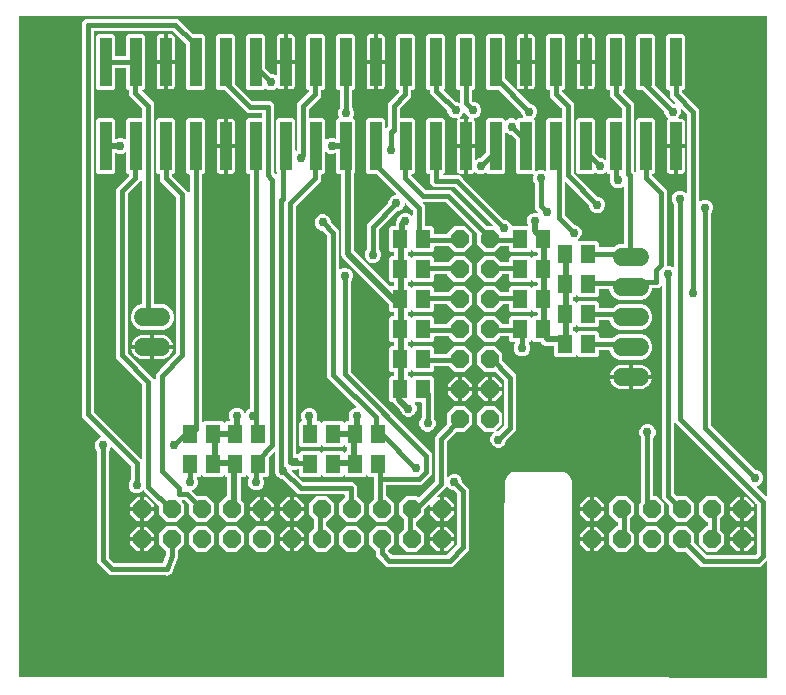
<source format=gbr>
G04 EAGLE Gerber RS-274X export*
G75*
%MOMM*%
%FSLAX34Y34*%
%LPD*%
%INBottom Copper*%
%IPPOS*%
%AMOC8*
5,1,8,0,0,1.08239X$1,22.5*%
G01*
%ADD10C,1.524000*%
%ADD11P,1.649562X8X22.500000*%
%ADD12P,1.649562X8X202.500000*%
%ADD13P,1.649562X8X292.500000*%
%ADD14R,0.990600X4.140200*%
%ADD15R,1.300000X1.600000*%
%ADD16C,0.406400*%
%ADD17C,0.756400*%
%ADD18C,0.508000*%

G36*
X643145Y8969D02*
X643145Y8969D01*
X643167Y8967D01*
X643266Y8988D01*
X643366Y9004D01*
X643386Y9014D01*
X643408Y9019D01*
X643494Y9071D01*
X643584Y9117D01*
X643600Y9134D01*
X643619Y9145D01*
X643685Y9222D01*
X643755Y9295D01*
X643764Y9315D01*
X643779Y9332D01*
X643817Y9426D01*
X643860Y9517D01*
X643862Y9539D01*
X643871Y9560D01*
X643889Y9727D01*
X643889Y107366D01*
X643878Y107437D01*
X643876Y107509D01*
X643858Y107558D01*
X643850Y107609D01*
X643816Y107672D01*
X643791Y107740D01*
X643759Y107780D01*
X643734Y107826D01*
X643682Y107876D01*
X643638Y107932D01*
X643594Y107960D01*
X643556Y107996D01*
X643491Y108026D01*
X643431Y108065D01*
X643380Y108077D01*
X643333Y108099D01*
X643262Y108107D01*
X643192Y108125D01*
X643140Y108121D01*
X643089Y108126D01*
X643018Y108111D01*
X642947Y108106D01*
X642899Y108085D01*
X642848Y108074D01*
X642787Y108037D01*
X642721Y108009D01*
X642665Y107964D01*
X642637Y107948D01*
X642622Y107930D01*
X642590Y107905D01*
X641882Y107196D01*
X641881Y107196D01*
X638355Y103669D01*
X587895Y103669D01*
X584696Y106868D01*
X575456Y116108D01*
X575382Y116161D01*
X575313Y116221D01*
X575283Y116233D01*
X575257Y116252D01*
X575170Y116279D01*
X575085Y116313D01*
X575044Y116317D01*
X575022Y116324D01*
X574989Y116323D01*
X574918Y116331D01*
X567081Y116331D01*
X560831Y122581D01*
X560831Y131419D01*
X567081Y137669D01*
X575919Y137669D01*
X582169Y131419D01*
X582169Y124082D01*
X582183Y123992D01*
X582191Y123901D01*
X582203Y123871D01*
X582208Y123839D01*
X582251Y123758D01*
X582287Y123674D01*
X582313Y123642D01*
X582324Y123622D01*
X582347Y123599D01*
X582392Y123544D01*
X591882Y114054D01*
X591955Y114001D01*
X592025Y113941D01*
X592055Y113929D01*
X592081Y113910D01*
X592168Y113883D01*
X592253Y113849D01*
X592294Y113845D01*
X592316Y113838D01*
X592349Y113839D01*
X592420Y113831D01*
X633830Y113831D01*
X633920Y113845D01*
X634011Y113853D01*
X634041Y113865D01*
X634073Y113870D01*
X634154Y113913D01*
X634237Y113949D01*
X634270Y113975D01*
X634290Y113986D01*
X634312Y114009D01*
X634368Y114054D01*
X634696Y114382D01*
X634749Y114455D01*
X634809Y114525D01*
X634821Y114555D01*
X634840Y114581D01*
X634867Y114668D01*
X634901Y114753D01*
X634905Y114794D01*
X634912Y114816D01*
X634911Y114849D01*
X634919Y114920D01*
X634919Y156330D01*
X634905Y156420D01*
X634897Y156511D01*
X634885Y156541D01*
X634880Y156573D01*
X634837Y156654D01*
X634801Y156737D01*
X634775Y156770D01*
X634764Y156790D01*
X634741Y156812D01*
X634696Y156868D01*
X568118Y223446D01*
X566380Y225185D01*
X566322Y225226D01*
X566270Y225276D01*
X566223Y225298D01*
X566181Y225328D01*
X566112Y225349D01*
X566047Y225379D01*
X565995Y225385D01*
X565945Y225400D01*
X565874Y225399D01*
X565803Y225406D01*
X565752Y225395D01*
X565700Y225394D01*
X565632Y225369D01*
X565562Y225354D01*
X565517Y225327D01*
X565469Y225310D01*
X565413Y225265D01*
X565351Y225228D01*
X565317Y225188D01*
X565277Y225156D01*
X565238Y225096D01*
X565191Y225041D01*
X565172Y224993D01*
X565144Y224949D01*
X565126Y224880D01*
X565099Y224813D01*
X565091Y224742D01*
X565083Y224710D01*
X565085Y224687D01*
X565081Y224646D01*
X565081Y166170D01*
X565095Y166080D01*
X565103Y165989D01*
X565115Y165959D01*
X565120Y165927D01*
X565163Y165847D01*
X565199Y165763D01*
X565225Y165730D01*
X565236Y165710D01*
X565259Y165688D01*
X565304Y165632D01*
X567644Y163292D01*
X567718Y163239D01*
X567787Y163179D01*
X567817Y163167D01*
X567843Y163148D01*
X567930Y163121D01*
X568015Y163087D01*
X568056Y163083D01*
X568078Y163076D01*
X568111Y163077D01*
X568182Y163069D01*
X575919Y163069D01*
X582169Y156819D01*
X582169Y147981D01*
X575919Y141731D01*
X567081Y141731D01*
X560831Y147981D01*
X560831Y155418D01*
X560817Y155508D01*
X560809Y155599D01*
X560797Y155629D01*
X560792Y155661D01*
X560749Y155742D01*
X560713Y155826D01*
X560687Y155858D01*
X560676Y155878D01*
X560653Y155900D01*
X560608Y155956D01*
X558118Y158446D01*
X554919Y161645D01*
X554919Y340896D01*
X554918Y340906D01*
X554918Y340910D01*
X554913Y340934D01*
X554908Y340967D01*
X554906Y341039D01*
X554888Y341088D01*
X554880Y341139D01*
X554846Y341202D01*
X554821Y341270D01*
X554789Y341310D01*
X554764Y341356D01*
X554712Y341406D01*
X554668Y341462D01*
X554624Y341490D01*
X554586Y341526D01*
X554521Y341556D01*
X554461Y341595D01*
X554410Y341607D01*
X554363Y341629D01*
X554292Y341637D01*
X554222Y341655D01*
X554170Y341651D01*
X554119Y341656D01*
X554048Y341641D01*
X553977Y341636D01*
X553929Y341615D01*
X553878Y341604D01*
X553817Y341567D01*
X553751Y341539D01*
X553695Y341495D01*
X553667Y341478D01*
X553652Y341460D01*
X553620Y341435D01*
X552105Y339919D01*
X547370Y339919D01*
X547350Y339916D01*
X547331Y339918D01*
X547229Y339896D01*
X547127Y339880D01*
X547110Y339870D01*
X547090Y339866D01*
X547001Y339813D01*
X546910Y339764D01*
X546896Y339750D01*
X546879Y339740D01*
X546812Y339661D01*
X546740Y339586D01*
X546732Y339568D01*
X546719Y339553D01*
X546680Y339457D01*
X546637Y339363D01*
X546635Y339343D01*
X546627Y339325D01*
X546609Y339158D01*
X546609Y338238D01*
X544985Y334317D01*
X541983Y331315D01*
X538062Y329691D01*
X518578Y329691D01*
X514657Y331315D01*
X511655Y334317D01*
X510047Y338199D01*
X509986Y338299D01*
X509926Y338399D01*
X509921Y338403D01*
X509918Y338408D01*
X509828Y338483D01*
X509739Y338559D01*
X509733Y338561D01*
X509728Y338565D01*
X509620Y338607D01*
X509511Y338651D01*
X509503Y338652D01*
X509499Y338653D01*
X509480Y338654D01*
X509344Y338669D01*
X502410Y338669D01*
X502390Y338666D01*
X502371Y338668D01*
X502269Y338646D01*
X502167Y338630D01*
X502150Y338620D01*
X502130Y338616D01*
X502041Y338563D01*
X501950Y338514D01*
X501936Y338500D01*
X501919Y338490D01*
X501852Y338411D01*
X501780Y338336D01*
X501772Y338318D01*
X501759Y338303D01*
X501720Y338207D01*
X501677Y338113D01*
X501675Y338093D01*
X501667Y338075D01*
X501649Y337908D01*
X501649Y333637D01*
X499863Y331851D01*
X484337Y331851D01*
X483138Y333050D01*
X483122Y333062D01*
X483110Y333077D01*
X483039Y333123D01*
X483010Y333148D01*
X482993Y333155D01*
X482939Y333194D01*
X482920Y333200D01*
X482903Y333210D01*
X482802Y333236D01*
X482703Y333266D01*
X482684Y333266D01*
X482664Y333270D01*
X482561Y333262D01*
X482458Y333260D01*
X482439Y333253D01*
X482419Y333251D01*
X482324Y333211D01*
X482227Y333175D01*
X482211Y333163D01*
X482193Y333155D01*
X482135Y333109D01*
X482125Y333103D01*
X482115Y333092D01*
X482062Y333050D01*
X480863Y331851D01*
X480100Y331851D01*
X480080Y331848D01*
X480061Y331850D01*
X479959Y331828D01*
X479857Y331812D01*
X479840Y331802D01*
X479820Y331798D01*
X479731Y331745D01*
X479640Y331696D01*
X479626Y331682D01*
X479609Y331672D01*
X479542Y331593D01*
X479470Y331518D01*
X479462Y331500D01*
X479449Y331485D01*
X479410Y331389D01*
X479367Y331295D01*
X479365Y331275D01*
X479357Y331257D01*
X479339Y331090D01*
X479339Y329310D01*
X479342Y329290D01*
X479340Y329271D01*
X479362Y329169D01*
X479378Y329067D01*
X479388Y329050D01*
X479392Y329030D01*
X479445Y328941D01*
X479494Y328850D01*
X479508Y328836D01*
X479518Y328819D01*
X479597Y328752D01*
X479672Y328680D01*
X479690Y328672D01*
X479705Y328659D01*
X479801Y328620D01*
X479895Y328577D01*
X479915Y328575D01*
X479933Y328567D01*
X480100Y328549D01*
X480863Y328549D01*
X482062Y327350D01*
X482078Y327338D01*
X482090Y327323D01*
X482178Y327267D01*
X482261Y327206D01*
X482280Y327200D01*
X482297Y327190D01*
X482398Y327164D01*
X482497Y327134D01*
X482516Y327134D01*
X482536Y327130D01*
X482639Y327138D01*
X482742Y327140D01*
X482761Y327147D01*
X482781Y327149D01*
X482876Y327189D01*
X482973Y327225D01*
X482989Y327237D01*
X483007Y327245D01*
X483138Y327350D01*
X484337Y328549D01*
X499863Y328549D01*
X501649Y326763D01*
X501649Y323342D01*
X501651Y323330D01*
X501650Y323323D01*
X501651Y323316D01*
X501650Y323303D01*
X501672Y323201D01*
X501688Y323099D01*
X501698Y323082D01*
X501702Y323062D01*
X501755Y322973D01*
X501804Y322882D01*
X501818Y322868D01*
X501828Y322851D01*
X501907Y322784D01*
X501982Y322712D01*
X502000Y322704D01*
X502015Y322691D01*
X502111Y322652D01*
X502205Y322609D01*
X502225Y322607D01*
X502243Y322599D01*
X502410Y322581D01*
X512918Y322581D01*
X513008Y322595D01*
X513099Y322603D01*
X513128Y322615D01*
X513160Y322620D01*
X513241Y322663D01*
X513325Y322699D01*
X513357Y322725D01*
X513378Y322736D01*
X513396Y322755D01*
X513398Y322756D01*
X513404Y322762D01*
X513456Y322804D01*
X514657Y324005D01*
X518578Y325629D01*
X538062Y325629D01*
X541983Y324005D01*
X544985Y321003D01*
X546609Y317082D01*
X546609Y312838D01*
X544985Y308917D01*
X541983Y305915D01*
X538062Y304291D01*
X518578Y304291D01*
X514657Y305915D01*
X511655Y308917D01*
X510399Y311949D01*
X510337Y312049D01*
X510278Y312149D01*
X510273Y312153D01*
X510270Y312158D01*
X510179Y312233D01*
X510091Y312309D01*
X510085Y312311D01*
X510080Y312315D01*
X509972Y312357D01*
X509863Y312401D01*
X509855Y312402D01*
X509851Y312403D01*
X509832Y312404D01*
X509696Y312419D01*
X502410Y312419D01*
X502390Y312416D01*
X502371Y312418D01*
X502269Y312396D01*
X502167Y312380D01*
X502150Y312370D01*
X502130Y312366D01*
X502041Y312313D01*
X501950Y312264D01*
X501936Y312250D01*
X501919Y312240D01*
X501852Y312161D01*
X501780Y312086D01*
X501772Y312068D01*
X501759Y312053D01*
X501720Y311957D01*
X501677Y311863D01*
X501675Y311843D01*
X501667Y311825D01*
X501649Y311658D01*
X501649Y308237D01*
X499863Y306451D01*
X484337Y306451D01*
X483138Y307650D01*
X483122Y307662D01*
X483110Y307677D01*
X483022Y307733D01*
X482939Y307794D01*
X482920Y307800D01*
X482903Y307810D01*
X482802Y307836D01*
X482703Y307866D01*
X482684Y307866D01*
X482664Y307870D01*
X482561Y307862D01*
X482458Y307860D01*
X482439Y307853D01*
X482419Y307851D01*
X482324Y307811D01*
X482227Y307775D01*
X482211Y307763D01*
X482193Y307755D01*
X482062Y307650D01*
X480863Y306451D01*
X480100Y306451D01*
X480080Y306448D01*
X480061Y306450D01*
X479959Y306428D01*
X479857Y306412D01*
X479840Y306402D01*
X479820Y306398D01*
X479731Y306345D01*
X479640Y306296D01*
X479626Y306282D01*
X479609Y306272D01*
X479542Y306193D01*
X479470Y306118D01*
X479462Y306100D01*
X479449Y306085D01*
X479410Y305989D01*
X479367Y305895D01*
X479365Y305875D01*
X479357Y305857D01*
X479339Y305690D01*
X479339Y303910D01*
X479342Y303890D01*
X479340Y303871D01*
X479362Y303769D01*
X479378Y303667D01*
X479388Y303650D01*
X479392Y303630D01*
X479445Y303541D01*
X479494Y303450D01*
X479508Y303436D01*
X479518Y303419D01*
X479597Y303352D01*
X479672Y303280D01*
X479690Y303272D01*
X479705Y303259D01*
X479801Y303220D01*
X479895Y303177D01*
X479915Y303175D01*
X479933Y303167D01*
X480100Y303149D01*
X480863Y303149D01*
X482062Y301950D01*
X482078Y301938D01*
X482090Y301923D01*
X482178Y301867D01*
X482261Y301806D01*
X482280Y301800D01*
X482297Y301790D01*
X482398Y301764D01*
X482497Y301734D01*
X482516Y301734D01*
X482536Y301730D01*
X482639Y301738D01*
X482742Y301740D01*
X482761Y301747D01*
X482781Y301749D01*
X482876Y301789D01*
X482973Y301825D01*
X482989Y301837D01*
X483007Y301845D01*
X483138Y301950D01*
X484337Y303149D01*
X499863Y303149D01*
X501649Y301363D01*
X501649Y298342D01*
X501652Y298322D01*
X501650Y298303D01*
X501672Y298201D01*
X501688Y298099D01*
X501698Y298082D01*
X501702Y298062D01*
X501755Y297973D01*
X501804Y297882D01*
X501818Y297868D01*
X501828Y297851D01*
X501907Y297784D01*
X501982Y297712D01*
X502000Y297704D01*
X502015Y297691D01*
X502111Y297652D01*
X502205Y297609D01*
X502225Y297607D01*
X502243Y297599D01*
X502410Y297581D01*
X513318Y297581D01*
X513408Y297595D01*
X513499Y297603D01*
X513528Y297615D01*
X513560Y297620D01*
X513641Y297663D01*
X513725Y297699D01*
X513757Y297725D01*
X513778Y297736D01*
X513800Y297759D01*
X513856Y297804D01*
X514657Y298605D01*
X518578Y300229D01*
X538062Y300229D01*
X541983Y298605D01*
X544985Y295603D01*
X546609Y291682D01*
X546609Y287438D01*
X544985Y283517D01*
X541983Y280515D01*
X538062Y278891D01*
X518578Y278891D01*
X514657Y280515D01*
X511655Y283517D01*
X510234Y286949D01*
X510172Y287049D01*
X510112Y287149D01*
X510107Y287153D01*
X510104Y287158D01*
X510013Y287233D01*
X509925Y287309D01*
X509919Y287311D01*
X509915Y287315D01*
X509806Y287357D01*
X509697Y287401D01*
X509689Y287402D01*
X509685Y287403D01*
X509667Y287404D01*
X509530Y287419D01*
X502410Y287419D01*
X502390Y287416D01*
X502371Y287418D01*
X502269Y287396D01*
X502167Y287380D01*
X502150Y287370D01*
X502130Y287366D01*
X502041Y287313D01*
X501950Y287264D01*
X501936Y287250D01*
X501919Y287240D01*
X501852Y287161D01*
X501780Y287086D01*
X501772Y287068D01*
X501759Y287053D01*
X501720Y286957D01*
X501677Y286863D01*
X501675Y286843D01*
X501667Y286825D01*
X501649Y286658D01*
X501649Y282837D01*
X499863Y281051D01*
X484337Y281051D01*
X483138Y282250D01*
X483122Y282262D01*
X483110Y282277D01*
X483022Y282333D01*
X482939Y282394D01*
X482920Y282400D01*
X482903Y282410D01*
X482802Y282436D01*
X482703Y282466D01*
X482684Y282466D01*
X482664Y282470D01*
X482561Y282462D01*
X482458Y282460D01*
X482439Y282453D01*
X482419Y282451D01*
X482324Y282411D01*
X482227Y282375D01*
X482211Y282363D01*
X482193Y282355D01*
X482062Y282250D01*
X480863Y281051D01*
X465337Y281051D01*
X463551Y282837D01*
X463551Y289900D01*
X463550Y289906D01*
X463550Y289907D01*
X463548Y289920D01*
X463550Y289939D01*
X463528Y290041D01*
X463512Y290143D01*
X463502Y290160D01*
X463498Y290180D01*
X463445Y290269D01*
X463396Y290360D01*
X463382Y290374D01*
X463372Y290391D01*
X463293Y290458D01*
X463218Y290530D01*
X463200Y290538D01*
X463185Y290551D01*
X463089Y290590D01*
X462995Y290633D01*
X462975Y290635D01*
X462957Y290643D01*
X462790Y290661D01*
X456388Y290661D01*
X454334Y291512D01*
X452762Y293084D01*
X452680Y293281D01*
X452619Y293381D01*
X452559Y293481D01*
X452554Y293485D01*
X452551Y293490D01*
X452460Y293565D01*
X452372Y293641D01*
X452366Y293643D01*
X452361Y293647D01*
X452253Y293689D01*
X452144Y293733D01*
X452136Y293734D01*
X452132Y293735D01*
X452113Y293736D01*
X451977Y293751D01*
X446237Y293751D01*
X445038Y294950D01*
X445022Y294962D01*
X445010Y294977D01*
X444922Y295033D01*
X444839Y295094D01*
X444820Y295100D01*
X444803Y295110D01*
X444702Y295136D01*
X444603Y295166D01*
X444584Y295166D01*
X444564Y295170D01*
X444461Y295162D01*
X444358Y295160D01*
X444339Y295153D01*
X444319Y295151D01*
X444224Y295111D01*
X444127Y295075D01*
X444111Y295063D01*
X444093Y295055D01*
X443962Y294950D01*
X442763Y293751D01*
X442711Y293751D01*
X442666Y293744D01*
X442620Y293746D01*
X442545Y293724D01*
X442468Y293712D01*
X442428Y293690D01*
X442384Y293677D01*
X442320Y293633D01*
X442251Y293596D01*
X442219Y293563D01*
X442182Y293537D01*
X442135Y293475D01*
X442082Y293418D01*
X442062Y293376D01*
X442035Y293340D01*
X442011Y293266D01*
X441978Y293195D01*
X441973Y293149D01*
X441959Y293106D01*
X441960Y293028D01*
X441951Y292951D01*
X441961Y292906D01*
X441961Y292860D01*
X441999Y292728D01*
X442003Y292710D01*
X442006Y292706D01*
X442008Y292699D01*
X443081Y290109D01*
X443081Y287391D01*
X442041Y284881D01*
X440119Y282959D01*
X437609Y281919D01*
X434891Y281919D01*
X432381Y282959D01*
X430459Y284881D01*
X429419Y287391D01*
X429419Y290109D01*
X430492Y292699D01*
X430503Y292743D01*
X430522Y292785D01*
X430530Y292862D01*
X430548Y292938D01*
X430544Y292984D01*
X430549Y293029D01*
X430532Y293106D01*
X430525Y293183D01*
X430507Y293225D01*
X430497Y293270D01*
X430457Y293337D01*
X430425Y293408D01*
X430394Y293442D01*
X430371Y293481D01*
X430311Y293532D01*
X430259Y293589D01*
X430219Y293611D01*
X430184Y293641D01*
X430111Y293670D01*
X430043Y293707D01*
X429998Y293716D01*
X429956Y293733D01*
X429820Y293748D01*
X429801Y293751D01*
X429796Y293750D01*
X429789Y293751D01*
X427237Y293751D01*
X425451Y295537D01*
X425451Y297908D01*
X425448Y297928D01*
X425450Y297947D01*
X425428Y298049D01*
X425412Y298151D01*
X425402Y298168D01*
X425398Y298188D01*
X425345Y298277D01*
X425296Y298368D01*
X425282Y298382D01*
X425272Y298399D01*
X425193Y298466D01*
X425118Y298538D01*
X425100Y298546D01*
X425085Y298559D01*
X424989Y298598D01*
X424895Y298641D01*
X424875Y298643D01*
X424857Y298651D01*
X424690Y298669D01*
X418212Y298669D01*
X418122Y298655D01*
X418031Y298647D01*
X418002Y298635D01*
X417970Y298630D01*
X417889Y298587D01*
X417805Y298551D01*
X417773Y298525D01*
X417752Y298514D01*
X417730Y298491D01*
X417674Y298446D01*
X413359Y294131D01*
X404521Y294131D01*
X398271Y300381D01*
X398271Y309219D01*
X404521Y315469D01*
X413359Y315469D01*
X419774Y309054D01*
X419848Y309001D01*
X419918Y308941D01*
X419948Y308929D01*
X419974Y308910D01*
X420061Y308883D01*
X420146Y308849D01*
X420187Y308845D01*
X420209Y308838D01*
X420241Y308839D01*
X420312Y308831D01*
X424690Y308831D01*
X424710Y308834D01*
X424729Y308832D01*
X424831Y308854D01*
X424933Y308870D01*
X424950Y308880D01*
X424970Y308884D01*
X425059Y308937D01*
X425150Y308986D01*
X425164Y309000D01*
X425181Y309010D01*
X425248Y309089D01*
X425320Y309164D01*
X425328Y309182D01*
X425341Y309197D01*
X425380Y309293D01*
X425423Y309387D01*
X425425Y309407D01*
X425433Y309425D01*
X425451Y309592D01*
X425451Y314063D01*
X427237Y315849D01*
X442763Y315849D01*
X443962Y314650D01*
X443978Y314638D01*
X443990Y314623D01*
X444078Y314567D01*
X444161Y314506D01*
X444180Y314500D01*
X444197Y314490D01*
X444298Y314464D01*
X444397Y314434D01*
X444416Y314434D01*
X444436Y314430D01*
X444539Y314438D01*
X444642Y314440D01*
X444661Y314447D01*
X444681Y314449D01*
X444776Y314489D01*
X444873Y314525D01*
X444889Y314537D01*
X444907Y314545D01*
X445038Y314650D01*
X446237Y315849D01*
X448650Y315849D01*
X448670Y315852D01*
X448689Y315850D01*
X448791Y315872D01*
X448893Y315888D01*
X448910Y315898D01*
X448930Y315902D01*
X449019Y315955D01*
X449110Y316004D01*
X449124Y316018D01*
X449141Y316028D01*
X449208Y316107D01*
X449280Y316182D01*
X449288Y316200D01*
X449301Y316215D01*
X449340Y316311D01*
X449383Y316405D01*
X449385Y316425D01*
X449393Y316443D01*
X449411Y316610D01*
X449411Y318390D01*
X449408Y318410D01*
X449410Y318429D01*
X449388Y318531D01*
X449372Y318633D01*
X449362Y318650D01*
X449358Y318670D01*
X449305Y318759D01*
X449256Y318850D01*
X449242Y318864D01*
X449232Y318881D01*
X449153Y318948D01*
X449078Y319020D01*
X449060Y319028D01*
X449045Y319041D01*
X448949Y319080D01*
X448855Y319123D01*
X448835Y319125D01*
X448817Y319133D01*
X448650Y319151D01*
X446237Y319151D01*
X445038Y320350D01*
X445022Y320362D01*
X445010Y320377D01*
X444922Y320433D01*
X444839Y320494D01*
X444820Y320500D01*
X444803Y320510D01*
X444702Y320536D01*
X444603Y320566D01*
X444584Y320566D01*
X444564Y320570D01*
X444461Y320562D01*
X444358Y320560D01*
X444339Y320553D01*
X444319Y320551D01*
X444224Y320511D01*
X444127Y320475D01*
X444111Y320463D01*
X444093Y320455D01*
X443962Y320350D01*
X442763Y319151D01*
X427237Y319151D01*
X425451Y320937D01*
X425451Y325408D01*
X425448Y325428D01*
X425450Y325447D01*
X425428Y325549D01*
X425412Y325651D01*
X425402Y325668D01*
X425398Y325688D01*
X425345Y325777D01*
X425296Y325868D01*
X425282Y325882D01*
X425272Y325899D01*
X425193Y325966D01*
X425118Y326038D01*
X425100Y326046D01*
X425085Y326059D01*
X424989Y326098D01*
X424895Y326141D01*
X424875Y326143D01*
X424857Y326151D01*
X424690Y326169D01*
X420312Y326169D01*
X420222Y326155D01*
X420131Y326147D01*
X420102Y326135D01*
X420070Y326130D01*
X419989Y326087D01*
X419905Y326051D01*
X419873Y326025D01*
X419852Y326014D01*
X419830Y325991D01*
X419774Y325946D01*
X413359Y319531D01*
X404521Y319531D01*
X398271Y325781D01*
X398271Y334619D01*
X404521Y340869D01*
X413359Y340869D01*
X417674Y336554D01*
X417748Y336501D01*
X417818Y336441D01*
X417848Y336429D01*
X417874Y336410D01*
X417961Y336383D01*
X418046Y336349D01*
X418087Y336345D01*
X418109Y336338D01*
X418141Y336339D01*
X418212Y336331D01*
X424690Y336331D01*
X424710Y336334D01*
X424729Y336332D01*
X424831Y336354D01*
X424933Y336370D01*
X424950Y336380D01*
X424970Y336384D01*
X425059Y336437D01*
X425150Y336486D01*
X425164Y336500D01*
X425181Y336510D01*
X425248Y336589D01*
X425320Y336664D01*
X425328Y336682D01*
X425341Y336697D01*
X425380Y336793D01*
X425423Y336887D01*
X425425Y336907D01*
X425433Y336925D01*
X425451Y337092D01*
X425451Y339463D01*
X427237Y341249D01*
X442763Y341249D01*
X443962Y340050D01*
X443978Y340038D01*
X443990Y340023D01*
X444078Y339967D01*
X444161Y339906D01*
X444180Y339900D01*
X444197Y339890D01*
X444298Y339864D01*
X444397Y339834D01*
X444416Y339834D01*
X444436Y339830D01*
X444539Y339838D01*
X444642Y339840D01*
X444661Y339847D01*
X444681Y339849D01*
X444776Y339889D01*
X444873Y339925D01*
X444889Y339937D01*
X444907Y339945D01*
X445038Y340050D01*
X446237Y341249D01*
X448650Y341249D01*
X448670Y341252D01*
X448689Y341250D01*
X448791Y341272D01*
X448893Y341288D01*
X448910Y341298D01*
X448930Y341302D01*
X449019Y341355D01*
X449110Y341404D01*
X449124Y341418D01*
X449141Y341428D01*
X449208Y341507D01*
X449280Y341582D01*
X449288Y341600D01*
X449301Y341615D01*
X449340Y341711D01*
X449383Y341805D01*
X449385Y341825D01*
X449393Y341843D01*
X449411Y342010D01*
X449411Y343790D01*
X449408Y343810D01*
X449410Y343829D01*
X449388Y343931D01*
X449372Y344033D01*
X449362Y344050D01*
X449358Y344070D01*
X449305Y344159D01*
X449256Y344250D01*
X449242Y344264D01*
X449232Y344281D01*
X449153Y344348D01*
X449078Y344420D01*
X449060Y344428D01*
X449045Y344441D01*
X448949Y344480D01*
X448855Y344523D01*
X448835Y344525D01*
X448817Y344533D01*
X448650Y344551D01*
X446237Y344551D01*
X445038Y345750D01*
X445022Y345762D01*
X445010Y345777D01*
X444922Y345833D01*
X444839Y345894D01*
X444820Y345900D01*
X444803Y345910D01*
X444702Y345936D01*
X444603Y345966D01*
X444584Y345966D01*
X444564Y345970D01*
X444461Y345962D01*
X444358Y345960D01*
X444339Y345953D01*
X444319Y345951D01*
X444224Y345911D01*
X444127Y345875D01*
X444111Y345863D01*
X444093Y345855D01*
X443962Y345750D01*
X442763Y344551D01*
X427237Y344551D01*
X425451Y346337D01*
X425451Y350408D01*
X425448Y350428D01*
X425450Y350447D01*
X425428Y350549D01*
X425412Y350651D01*
X425402Y350668D01*
X425398Y350688D01*
X425345Y350777D01*
X425296Y350868D01*
X425282Y350882D01*
X425272Y350899D01*
X425193Y350966D01*
X425118Y351038D01*
X425100Y351046D01*
X425085Y351059D01*
X424989Y351098D01*
X424895Y351141D01*
X424875Y351143D01*
X424857Y351151D01*
X424690Y351169D01*
X419912Y351169D01*
X419822Y351155D01*
X419731Y351147D01*
X419702Y351135D01*
X419670Y351130D01*
X419589Y351087D01*
X419505Y351051D01*
X419473Y351025D01*
X419452Y351014D01*
X419430Y350991D01*
X419374Y350946D01*
X413359Y344931D01*
X404521Y344931D01*
X398271Y351181D01*
X398271Y360019D01*
X404521Y366269D01*
X413359Y366269D01*
X418074Y361554D01*
X418148Y361501D01*
X418218Y361441D01*
X418248Y361429D01*
X418274Y361410D01*
X418361Y361383D01*
X418446Y361349D01*
X418487Y361345D01*
X418509Y361338D01*
X418541Y361339D01*
X418612Y361331D01*
X424690Y361331D01*
X424710Y361334D01*
X424729Y361332D01*
X424831Y361354D01*
X424933Y361370D01*
X424950Y361380D01*
X424970Y361384D01*
X425059Y361437D01*
X425150Y361486D01*
X425164Y361500D01*
X425181Y361510D01*
X425248Y361589D01*
X425320Y361664D01*
X425328Y361682D01*
X425341Y361697D01*
X425380Y361793D01*
X425423Y361887D01*
X425425Y361907D01*
X425433Y361925D01*
X425451Y362092D01*
X425451Y364863D01*
X427237Y366649D01*
X442763Y366649D01*
X443962Y365450D01*
X443978Y365438D01*
X443990Y365423D01*
X444053Y365382D01*
X444101Y365341D01*
X444128Y365331D01*
X444161Y365306D01*
X444180Y365300D01*
X444197Y365290D01*
X444282Y365268D01*
X444329Y365249D01*
X444357Y365246D01*
X444397Y365234D01*
X444416Y365234D01*
X444436Y365230D01*
X444477Y365233D01*
X444496Y365231D01*
X444504Y365231D01*
X444547Y365238D01*
X444642Y365240D01*
X444661Y365247D01*
X444681Y365249D01*
X444723Y365267D01*
X444747Y365271D01*
X444795Y365296D01*
X444873Y365325D01*
X444889Y365337D01*
X444907Y365345D01*
X444946Y365376D01*
X444964Y365386D01*
X444983Y365406D01*
X445038Y365450D01*
X446237Y366649D01*
X448650Y366649D01*
X448670Y366652D01*
X448689Y366650D01*
X448791Y366672D01*
X448893Y366688D01*
X448910Y366698D01*
X448930Y366702D01*
X449019Y366755D01*
X449110Y366804D01*
X449124Y366818D01*
X449141Y366828D01*
X449208Y366907D01*
X449280Y366982D01*
X449288Y367000D01*
X449301Y367015D01*
X449340Y367111D01*
X449383Y367205D01*
X449385Y367225D01*
X449393Y367243D01*
X449411Y367410D01*
X449411Y369190D01*
X449408Y369210D01*
X449410Y369229D01*
X449388Y369331D01*
X449372Y369433D01*
X449362Y369450D01*
X449358Y369470D01*
X449305Y369559D01*
X449256Y369650D01*
X449242Y369664D01*
X449232Y369681D01*
X449153Y369748D01*
X449078Y369820D01*
X449060Y369828D01*
X449045Y369841D01*
X448949Y369880D01*
X448855Y369923D01*
X448835Y369925D01*
X448817Y369933D01*
X448650Y369951D01*
X446237Y369951D01*
X445038Y371150D01*
X445022Y371162D01*
X445010Y371177D01*
X444922Y371233D01*
X444839Y371294D01*
X444820Y371300D01*
X444803Y371310D01*
X444702Y371336D01*
X444603Y371366D01*
X444584Y371366D01*
X444564Y371370D01*
X444461Y371362D01*
X444358Y371360D01*
X444339Y371353D01*
X444319Y371351D01*
X444224Y371311D01*
X444127Y371275D01*
X444111Y371263D01*
X444093Y371255D01*
X443962Y371150D01*
X442763Y369951D01*
X427237Y369951D01*
X425451Y371737D01*
X425451Y374158D01*
X425448Y374178D01*
X425450Y374197D01*
X425428Y374299D01*
X425412Y374401D01*
X425402Y374418D01*
X425398Y374438D01*
X425345Y374527D01*
X425296Y374618D01*
X425282Y374632D01*
X425272Y374649D01*
X425193Y374716D01*
X425118Y374788D01*
X425100Y374796D01*
X425085Y374809D01*
X424989Y374848D01*
X424895Y374891D01*
X424875Y374893D01*
X424857Y374901D01*
X424690Y374919D01*
X418262Y374919D01*
X418172Y374905D01*
X418081Y374897D01*
X418052Y374885D01*
X418020Y374880D01*
X417939Y374837D01*
X417855Y374801D01*
X417823Y374775D01*
X417802Y374764D01*
X417780Y374741D01*
X417724Y374696D01*
X413359Y370331D01*
X404521Y370331D01*
X398271Y376581D01*
X398271Y385478D01*
X398257Y385568D01*
X398249Y385659D01*
X398237Y385689D01*
X398232Y385721D01*
X398189Y385802D01*
X398153Y385885D01*
X398127Y385918D01*
X398116Y385938D01*
X398093Y385960D01*
X398048Y386016D01*
X372028Y412036D01*
X371955Y412089D01*
X371885Y412149D01*
X371855Y412161D01*
X371829Y412180D01*
X371742Y412207D01*
X371657Y412241D01*
X371616Y412245D01*
X371594Y412252D01*
X371561Y412251D01*
X371490Y412259D01*
X353114Y412259D01*
X353043Y412248D01*
X352971Y412246D01*
X352922Y412228D01*
X352871Y412220D01*
X352808Y412186D01*
X352740Y412161D01*
X352700Y412129D01*
X352654Y412104D01*
X352604Y412052D01*
X352548Y412008D01*
X352520Y411964D01*
X352484Y411926D01*
X352454Y411861D01*
X352415Y411801D01*
X352403Y411750D01*
X352381Y411703D01*
X352373Y411632D01*
X352355Y411562D01*
X352359Y411510D01*
X352354Y411459D01*
X352369Y411388D01*
X352374Y411317D01*
X352395Y411269D01*
X352406Y411218D01*
X352443Y411157D01*
X352471Y411091D01*
X352515Y411035D01*
X352532Y411007D01*
X352550Y410992D01*
X352575Y410960D01*
X353831Y409705D01*
X353831Y392810D01*
X353834Y392790D01*
X353832Y392771D01*
X353854Y392669D01*
X353870Y392567D01*
X353880Y392550D01*
X353884Y392530D01*
X353937Y392441D01*
X353986Y392350D01*
X354000Y392336D01*
X354010Y392319D01*
X354089Y392252D01*
X354164Y392180D01*
X354182Y392172D01*
X354197Y392159D01*
X354293Y392120D01*
X354387Y392077D01*
X354407Y392075D01*
X354425Y392067D01*
X354592Y392049D01*
X360163Y392049D01*
X361949Y390263D01*
X361949Y385842D01*
X361952Y385822D01*
X361950Y385803D01*
X361972Y385701D01*
X361988Y385599D01*
X361998Y385582D01*
X362002Y385562D01*
X362055Y385473D01*
X362104Y385382D01*
X362118Y385368D01*
X362128Y385351D01*
X362207Y385284D01*
X362282Y385212D01*
X362300Y385204D01*
X362315Y385191D01*
X362411Y385152D01*
X362505Y385109D01*
X362525Y385107D01*
X362543Y385099D01*
X362710Y385081D01*
X372218Y385081D01*
X372308Y385095D01*
X372399Y385103D01*
X372428Y385115D01*
X372460Y385120D01*
X372541Y385163D01*
X372625Y385199D01*
X372657Y385225D01*
X372678Y385236D01*
X372700Y385259D01*
X372756Y385304D01*
X379121Y391669D01*
X387959Y391669D01*
X394209Y385419D01*
X394209Y376581D01*
X387959Y370331D01*
X379121Y370331D01*
X374756Y374696D01*
X374682Y374749D01*
X374612Y374809D01*
X374582Y374821D01*
X374556Y374840D01*
X374469Y374867D01*
X374384Y374901D01*
X374343Y374905D01*
X374321Y374912D01*
X374289Y374911D01*
X374218Y374919D01*
X362710Y374919D01*
X362690Y374916D01*
X362671Y374918D01*
X362569Y374896D01*
X362467Y374880D01*
X362450Y374870D01*
X362430Y374866D01*
X362341Y374813D01*
X362250Y374764D01*
X362236Y374750D01*
X362219Y374740D01*
X362152Y374661D01*
X362080Y374586D01*
X362072Y374568D01*
X362059Y374553D01*
X362020Y374457D01*
X361977Y374363D01*
X361975Y374343D01*
X361967Y374325D01*
X361949Y374158D01*
X361949Y371737D01*
X360163Y369951D01*
X344637Y369951D01*
X343438Y371150D01*
X343422Y371162D01*
X343410Y371177D01*
X343322Y371233D01*
X343239Y371294D01*
X343220Y371300D01*
X343203Y371310D01*
X343102Y371336D01*
X343003Y371366D01*
X342984Y371366D01*
X342964Y371370D01*
X342861Y371362D01*
X342758Y371360D01*
X342739Y371353D01*
X342719Y371351D01*
X342624Y371311D01*
X342527Y371275D01*
X342511Y371263D01*
X342493Y371255D01*
X342362Y371150D01*
X341163Y369951D01*
X340100Y369951D01*
X340080Y369948D01*
X340061Y369950D01*
X339959Y369928D01*
X339857Y369912D01*
X339840Y369902D01*
X339820Y369898D01*
X339731Y369845D01*
X339640Y369796D01*
X339626Y369782D01*
X339609Y369772D01*
X339542Y369693D01*
X339470Y369618D01*
X339462Y369600D01*
X339449Y369585D01*
X339410Y369489D01*
X339367Y369395D01*
X339365Y369375D01*
X339357Y369357D01*
X339339Y369190D01*
X339339Y367410D01*
X339342Y367390D01*
X339340Y367371D01*
X339362Y367269D01*
X339378Y367167D01*
X339388Y367150D01*
X339392Y367130D01*
X339445Y367041D01*
X339494Y366950D01*
X339508Y366936D01*
X339518Y366919D01*
X339597Y366852D01*
X339672Y366780D01*
X339690Y366772D01*
X339705Y366759D01*
X339801Y366720D01*
X339895Y366677D01*
X339915Y366675D01*
X339933Y366667D01*
X340100Y366649D01*
X341163Y366649D01*
X342362Y365450D01*
X342378Y365438D01*
X342390Y365423D01*
X342453Y365382D01*
X342501Y365341D01*
X342528Y365330D01*
X342561Y365306D01*
X342580Y365300D01*
X342597Y365290D01*
X342682Y365268D01*
X342729Y365249D01*
X342757Y365246D01*
X342797Y365234D01*
X342816Y365234D01*
X342836Y365230D01*
X342877Y365233D01*
X342896Y365231D01*
X342904Y365231D01*
X342947Y365238D01*
X343042Y365240D01*
X343061Y365247D01*
X343081Y365249D01*
X343123Y365267D01*
X343147Y365271D01*
X343195Y365296D01*
X343273Y365325D01*
X343289Y365337D01*
X343307Y365345D01*
X343346Y365376D01*
X343364Y365386D01*
X343383Y365406D01*
X343438Y365450D01*
X344637Y366649D01*
X360163Y366649D01*
X361949Y364863D01*
X361949Y362092D01*
X361952Y362072D01*
X361950Y362053D01*
X361972Y361951D01*
X361988Y361849D01*
X361998Y361832D01*
X362002Y361812D01*
X362055Y361723D01*
X362104Y361632D01*
X362118Y361618D01*
X362128Y361601D01*
X362207Y361534D01*
X362282Y361462D01*
X362300Y361454D01*
X362315Y361441D01*
X362411Y361402D01*
X362505Y361359D01*
X362525Y361357D01*
X362543Y361349D01*
X362710Y361331D01*
X373868Y361331D01*
X373958Y361345D01*
X374049Y361353D01*
X374078Y361365D01*
X374110Y361370D01*
X374191Y361413D01*
X374275Y361449D01*
X374307Y361475D01*
X374328Y361486D01*
X374350Y361509D01*
X374406Y361554D01*
X379121Y366269D01*
X387959Y366269D01*
X394209Y360019D01*
X394209Y351181D01*
X387959Y344931D01*
X379121Y344931D01*
X373106Y350946D01*
X373032Y350999D01*
X372962Y351059D01*
X372932Y351071D01*
X372906Y351090D01*
X372819Y351117D01*
X372734Y351151D01*
X372693Y351155D01*
X372671Y351162D01*
X372639Y351161D01*
X372568Y351169D01*
X362710Y351169D01*
X362690Y351166D01*
X362671Y351168D01*
X362569Y351146D01*
X362467Y351130D01*
X362450Y351120D01*
X362430Y351116D01*
X362341Y351063D01*
X362250Y351014D01*
X362236Y351000D01*
X362219Y350990D01*
X362152Y350911D01*
X362080Y350836D01*
X362072Y350818D01*
X362059Y350803D01*
X362020Y350707D01*
X361977Y350613D01*
X361975Y350593D01*
X361967Y350575D01*
X361949Y350408D01*
X361949Y346337D01*
X360163Y344551D01*
X344637Y344551D01*
X343438Y345750D01*
X343422Y345762D01*
X343410Y345777D01*
X343322Y345833D01*
X343239Y345894D01*
X343220Y345900D01*
X343203Y345910D01*
X343102Y345936D01*
X343003Y345966D01*
X342984Y345966D01*
X342964Y345970D01*
X342861Y345962D01*
X342758Y345960D01*
X342739Y345953D01*
X342719Y345951D01*
X342624Y345911D01*
X342527Y345875D01*
X342511Y345863D01*
X342493Y345855D01*
X342362Y345750D01*
X341163Y344551D01*
X340100Y344551D01*
X340080Y344548D01*
X340061Y344550D01*
X339959Y344528D01*
X339857Y344512D01*
X339840Y344502D01*
X339820Y344498D01*
X339731Y344445D01*
X339640Y344396D01*
X339626Y344382D01*
X339609Y344372D01*
X339542Y344293D01*
X339470Y344218D01*
X339462Y344200D01*
X339449Y344185D01*
X339410Y344089D01*
X339367Y343995D01*
X339365Y343975D01*
X339357Y343957D01*
X339339Y343790D01*
X339339Y342010D01*
X339342Y341990D01*
X339340Y341971D01*
X339362Y341869D01*
X339378Y341767D01*
X339388Y341750D01*
X339392Y341730D01*
X339445Y341641D01*
X339494Y341550D01*
X339508Y341536D01*
X339518Y341519D01*
X339597Y341452D01*
X339672Y341380D01*
X339690Y341372D01*
X339705Y341359D01*
X339801Y341320D01*
X339895Y341277D01*
X339915Y341275D01*
X339933Y341267D01*
X340100Y341249D01*
X341163Y341249D01*
X342362Y340050D01*
X342378Y340038D01*
X342390Y340023D01*
X342478Y339967D01*
X342561Y339906D01*
X342580Y339900D01*
X342597Y339890D01*
X342698Y339864D01*
X342797Y339834D01*
X342816Y339834D01*
X342836Y339830D01*
X342939Y339838D01*
X343042Y339840D01*
X343061Y339847D01*
X343081Y339849D01*
X343176Y339889D01*
X343273Y339925D01*
X343289Y339937D01*
X343307Y339945D01*
X343438Y340050D01*
X344637Y341249D01*
X360163Y341249D01*
X361949Y339463D01*
X361949Y337092D01*
X361952Y337072D01*
X361950Y337053D01*
X361972Y336951D01*
X361988Y336849D01*
X361998Y336832D01*
X362002Y336812D01*
X362055Y336723D01*
X362104Y336632D01*
X362118Y336618D01*
X362128Y336601D01*
X362207Y336534D01*
X362282Y336462D01*
X362300Y336454D01*
X362315Y336441D01*
X362411Y336402D01*
X362505Y336359D01*
X362525Y336357D01*
X362543Y336349D01*
X362710Y336331D01*
X374268Y336331D01*
X374358Y336345D01*
X374449Y336353D01*
X374478Y336365D01*
X374510Y336370D01*
X374591Y336413D01*
X374675Y336449D01*
X374707Y336475D01*
X374728Y336486D01*
X374750Y336509D01*
X374806Y336554D01*
X379121Y340869D01*
X387959Y340869D01*
X394209Y334619D01*
X394209Y325781D01*
X387959Y319531D01*
X379121Y319531D01*
X372706Y325946D01*
X372632Y325999D01*
X372562Y326059D01*
X372532Y326071D01*
X372506Y326090D01*
X372419Y326117D01*
X372334Y326151D01*
X372293Y326155D01*
X372271Y326162D01*
X372239Y326161D01*
X372168Y326169D01*
X362710Y326169D01*
X362690Y326166D01*
X362671Y326168D01*
X362569Y326146D01*
X362467Y326130D01*
X362450Y326120D01*
X362430Y326116D01*
X362341Y326063D01*
X362250Y326014D01*
X362236Y326000D01*
X362219Y325990D01*
X362152Y325911D01*
X362080Y325836D01*
X362072Y325818D01*
X362059Y325803D01*
X362020Y325707D01*
X361977Y325613D01*
X361975Y325593D01*
X361967Y325575D01*
X361949Y325408D01*
X361949Y320937D01*
X360163Y319151D01*
X344637Y319151D01*
X343438Y320350D01*
X343422Y320362D01*
X343410Y320377D01*
X343322Y320433D01*
X343239Y320494D01*
X343220Y320500D01*
X343203Y320510D01*
X343102Y320536D01*
X343003Y320566D01*
X342984Y320566D01*
X342964Y320570D01*
X342861Y320562D01*
X342758Y320560D01*
X342739Y320553D01*
X342719Y320551D01*
X342624Y320511D01*
X342527Y320475D01*
X342511Y320463D01*
X342493Y320455D01*
X342362Y320350D01*
X341163Y319151D01*
X340100Y319151D01*
X340080Y319148D01*
X340061Y319150D01*
X339959Y319128D01*
X339857Y319112D01*
X339840Y319102D01*
X339820Y319098D01*
X339731Y319045D01*
X339640Y318996D01*
X339626Y318982D01*
X339609Y318972D01*
X339542Y318893D01*
X339470Y318818D01*
X339462Y318800D01*
X339449Y318785D01*
X339410Y318689D01*
X339367Y318595D01*
X339365Y318575D01*
X339357Y318557D01*
X339339Y318390D01*
X339339Y316610D01*
X339342Y316590D01*
X339340Y316571D01*
X339362Y316469D01*
X339378Y316367D01*
X339388Y316350D01*
X339392Y316330D01*
X339445Y316241D01*
X339494Y316150D01*
X339508Y316136D01*
X339518Y316119D01*
X339597Y316052D01*
X339672Y315980D01*
X339690Y315972D01*
X339705Y315959D01*
X339801Y315920D01*
X339895Y315877D01*
X339915Y315875D01*
X339933Y315867D01*
X340100Y315849D01*
X341163Y315849D01*
X342362Y314650D01*
X342378Y314638D01*
X342390Y314623D01*
X342478Y314567D01*
X342561Y314506D01*
X342580Y314500D01*
X342597Y314490D01*
X342698Y314464D01*
X342797Y314434D01*
X342816Y314434D01*
X342836Y314430D01*
X342939Y314438D01*
X343042Y314440D01*
X343061Y314447D01*
X343081Y314449D01*
X343176Y314489D01*
X343273Y314525D01*
X343289Y314537D01*
X343307Y314545D01*
X343438Y314650D01*
X344637Y315849D01*
X360163Y315849D01*
X361949Y314063D01*
X361949Y309592D01*
X361952Y309572D01*
X361950Y309553D01*
X361972Y309451D01*
X361988Y309349D01*
X361998Y309332D01*
X362002Y309312D01*
X362055Y309223D01*
X362104Y309132D01*
X362118Y309118D01*
X362128Y309101D01*
X362207Y309034D01*
X362282Y308962D01*
X362300Y308954D01*
X362315Y308941D01*
X362411Y308902D01*
X362505Y308859D01*
X362525Y308857D01*
X362543Y308849D01*
X362710Y308831D01*
X372168Y308831D01*
X372258Y308845D01*
X372349Y308853D01*
X372378Y308865D01*
X372410Y308870D01*
X372491Y308913D01*
X372575Y308949D01*
X372607Y308975D01*
X372628Y308986D01*
X372650Y309009D01*
X372706Y309054D01*
X379121Y315469D01*
X387959Y315469D01*
X394209Y309219D01*
X394209Y300381D01*
X387959Y294131D01*
X379121Y294131D01*
X374806Y298446D01*
X374732Y298499D01*
X374662Y298559D01*
X374632Y298571D01*
X374606Y298590D01*
X374519Y298617D01*
X374434Y298651D01*
X374393Y298655D01*
X374371Y298662D01*
X374339Y298661D01*
X374268Y298669D01*
X362710Y298669D01*
X362690Y298666D01*
X362671Y298668D01*
X362569Y298646D01*
X362467Y298630D01*
X362450Y298620D01*
X362430Y298616D01*
X362341Y298563D01*
X362250Y298514D01*
X362236Y298500D01*
X362219Y298490D01*
X362152Y298411D01*
X362080Y298336D01*
X362072Y298318D01*
X362059Y298303D01*
X362020Y298207D01*
X361977Y298113D01*
X361975Y298093D01*
X361967Y298075D01*
X361949Y297908D01*
X361949Y295537D01*
X360163Y293751D01*
X344637Y293751D01*
X343438Y294950D01*
X343422Y294962D01*
X343410Y294977D01*
X343322Y295033D01*
X343239Y295094D01*
X343220Y295100D01*
X343203Y295110D01*
X343102Y295136D01*
X343003Y295166D01*
X342984Y295166D01*
X342964Y295170D01*
X342861Y295162D01*
X342758Y295160D01*
X342739Y295153D01*
X342719Y295151D01*
X342624Y295111D01*
X342527Y295075D01*
X342511Y295063D01*
X342493Y295055D01*
X342362Y294950D01*
X341163Y293751D01*
X340100Y293751D01*
X340080Y293748D01*
X340061Y293750D01*
X339959Y293728D01*
X339857Y293712D01*
X339840Y293702D01*
X339820Y293698D01*
X339731Y293645D01*
X339640Y293596D01*
X339626Y293582D01*
X339609Y293572D01*
X339542Y293493D01*
X339470Y293418D01*
X339462Y293400D01*
X339449Y293385D01*
X339410Y293289D01*
X339367Y293195D01*
X339365Y293175D01*
X339357Y293157D01*
X339339Y292990D01*
X339339Y291210D01*
X339342Y291190D01*
X339340Y291171D01*
X339362Y291069D01*
X339378Y290967D01*
X339388Y290950D01*
X339392Y290930D01*
X339445Y290841D01*
X339494Y290750D01*
X339508Y290736D01*
X339518Y290719D01*
X339597Y290652D01*
X339672Y290580D01*
X339690Y290572D01*
X339705Y290559D01*
X339801Y290520D01*
X339895Y290477D01*
X339915Y290475D01*
X339933Y290467D01*
X340100Y290449D01*
X341163Y290449D01*
X342362Y289250D01*
X342378Y289238D01*
X342390Y289223D01*
X342478Y289167D01*
X342561Y289106D01*
X342580Y289100D01*
X342597Y289090D01*
X342698Y289064D01*
X342797Y289034D01*
X342816Y289034D01*
X342836Y289030D01*
X342939Y289038D01*
X343042Y289040D01*
X343061Y289047D01*
X343081Y289049D01*
X343176Y289089D01*
X343273Y289125D01*
X343289Y289137D01*
X343307Y289145D01*
X343438Y289250D01*
X344637Y290449D01*
X360163Y290449D01*
X361949Y288663D01*
X361949Y284592D01*
X361952Y284572D01*
X361950Y284553D01*
X361972Y284451D01*
X361988Y284349D01*
X361998Y284332D01*
X362002Y284312D01*
X362055Y284223D01*
X362104Y284132D01*
X362118Y284118D01*
X362128Y284101D01*
X362207Y284034D01*
X362282Y283962D01*
X362300Y283954D01*
X362315Y283941D01*
X362411Y283902D01*
X362505Y283859D01*
X362525Y283857D01*
X362543Y283849D01*
X362710Y283831D01*
X372568Y283831D01*
X372658Y283845D01*
X372749Y283853D01*
X372778Y283865D01*
X372810Y283870D01*
X372891Y283913D01*
X372975Y283949D01*
X373007Y283975D01*
X373028Y283986D01*
X373050Y284009D01*
X373106Y284054D01*
X379121Y290069D01*
X387959Y290069D01*
X394209Y283819D01*
X394209Y274981D01*
X387959Y268731D01*
X379121Y268731D01*
X374406Y273446D01*
X374332Y273499D01*
X374262Y273559D01*
X374232Y273571D01*
X374206Y273590D01*
X374119Y273617D01*
X374034Y273651D01*
X373993Y273655D01*
X373971Y273662D01*
X373939Y273661D01*
X373868Y273669D01*
X362710Y273669D01*
X362690Y273666D01*
X362671Y273668D01*
X362569Y273646D01*
X362467Y273630D01*
X362450Y273620D01*
X362430Y273616D01*
X362341Y273563D01*
X362250Y273514D01*
X362236Y273500D01*
X362219Y273490D01*
X362152Y273411D01*
X362080Y273336D01*
X362072Y273318D01*
X362059Y273303D01*
X362020Y273207D01*
X361977Y273113D01*
X361975Y273093D01*
X361967Y273075D01*
X361949Y272908D01*
X361949Y270137D01*
X360163Y268351D01*
X344637Y268351D01*
X343438Y269550D01*
X343422Y269562D01*
X343410Y269577D01*
X343322Y269633D01*
X343239Y269694D01*
X343220Y269700D01*
X343203Y269710D01*
X343102Y269736D01*
X343003Y269766D01*
X342984Y269766D01*
X342964Y269770D01*
X342861Y269762D01*
X342758Y269760D01*
X342739Y269753D01*
X342719Y269751D01*
X342624Y269711D01*
X342527Y269675D01*
X342511Y269663D01*
X342493Y269655D01*
X342362Y269550D01*
X341163Y268351D01*
X340100Y268351D01*
X340080Y268348D01*
X340061Y268350D01*
X339959Y268328D01*
X339857Y268312D01*
X339840Y268302D01*
X339820Y268298D01*
X339731Y268245D01*
X339640Y268196D01*
X339626Y268182D01*
X339609Y268172D01*
X339542Y268093D01*
X339470Y268018D01*
X339462Y268000D01*
X339449Y267985D01*
X339410Y267889D01*
X339367Y267795D01*
X339365Y267775D01*
X339357Y267757D01*
X339339Y267590D01*
X339339Y265810D01*
X339342Y265790D01*
X339340Y265771D01*
X339362Y265669D01*
X339378Y265567D01*
X339388Y265550D01*
X339392Y265530D01*
X339445Y265441D01*
X339494Y265350D01*
X339508Y265336D01*
X339518Y265319D01*
X339597Y265252D01*
X339672Y265180D01*
X339690Y265172D01*
X339705Y265159D01*
X339801Y265120D01*
X339895Y265077D01*
X339915Y265075D01*
X339933Y265067D01*
X340100Y265049D01*
X341163Y265049D01*
X342362Y263850D01*
X342378Y263838D01*
X342390Y263823D01*
X342478Y263767D01*
X342561Y263706D01*
X342580Y263700D01*
X342597Y263690D01*
X342698Y263664D01*
X342797Y263634D01*
X342816Y263634D01*
X342836Y263630D01*
X342939Y263638D01*
X343042Y263640D01*
X343061Y263647D01*
X343081Y263649D01*
X343176Y263689D01*
X343273Y263725D01*
X343289Y263737D01*
X343307Y263745D01*
X343438Y263850D01*
X344637Y265049D01*
X360163Y265049D01*
X361949Y263263D01*
X361949Y244737D01*
X361594Y244382D01*
X361541Y244308D01*
X361481Y244239D01*
X361469Y244209D01*
X361450Y244182D01*
X361423Y244095D01*
X361389Y244011D01*
X361385Y243970D01*
X361378Y243947D01*
X361379Y243915D01*
X361371Y243844D01*
X361371Y229755D01*
X361385Y229665D01*
X361393Y229574D01*
X361405Y229544D01*
X361410Y229512D01*
X361453Y229431D01*
X361489Y229347D01*
X361515Y229315D01*
X361526Y229295D01*
X361549Y229272D01*
X361576Y229239D01*
X361577Y229237D01*
X361578Y229236D01*
X361594Y229216D01*
X362081Y228729D01*
X363121Y226219D01*
X363121Y223501D01*
X362081Y220991D01*
X360159Y219069D01*
X357649Y218029D01*
X354931Y218029D01*
X352421Y219069D01*
X350499Y220991D01*
X349459Y223501D01*
X349459Y226219D01*
X350499Y228729D01*
X350986Y229216D01*
X351032Y229280D01*
X351051Y229300D01*
X351055Y229309D01*
X351099Y229360D01*
X351111Y229390D01*
X351130Y229416D01*
X351157Y229503D01*
X351191Y229588D01*
X351195Y229629D01*
X351202Y229651D01*
X351201Y229683D01*
X351209Y229755D01*
X351209Y242190D01*
X351206Y242210D01*
X351208Y242229D01*
X351186Y242331D01*
X351170Y242433D01*
X351160Y242450D01*
X351156Y242470D01*
X351103Y242559D01*
X351054Y242650D01*
X351040Y242664D01*
X351030Y242681D01*
X350951Y242748D01*
X350876Y242820D01*
X350858Y242828D01*
X350843Y242841D01*
X350747Y242880D01*
X350653Y242923D01*
X350633Y242925D01*
X350615Y242933D01*
X350448Y242951D01*
X346167Y242951D01*
X346096Y242940D01*
X346024Y242938D01*
X345975Y242920D01*
X345924Y242912D01*
X345861Y242878D01*
X345793Y242853D01*
X345752Y242821D01*
X345707Y242796D01*
X345657Y242745D01*
X345601Y242700D01*
X345573Y242656D01*
X345537Y242618D01*
X345507Y242553D01*
X345468Y242493D01*
X345455Y242442D01*
X345434Y242395D01*
X345426Y242324D01*
X345408Y242254D01*
X345412Y242202D01*
X345406Y242151D01*
X345422Y242080D01*
X345427Y242009D01*
X345448Y241961D01*
X345459Y241910D01*
X345495Y241849D01*
X345524Y241783D01*
X345568Y241727D01*
X345585Y241699D01*
X345603Y241684D01*
X345628Y241652D01*
X345931Y241349D01*
X346971Y238839D01*
X346971Y236121D01*
X345931Y233611D01*
X344009Y231689D01*
X341499Y230649D01*
X338781Y230649D01*
X336271Y231689D01*
X334349Y233611D01*
X333301Y236141D01*
X333295Y236182D01*
X333287Y236273D01*
X333275Y236303D01*
X333270Y236335D01*
X333227Y236415D01*
X333191Y236499D01*
X333165Y236531D01*
X333154Y236552D01*
X333131Y236574D01*
X333086Y236630D01*
X329441Y240275D01*
X327762Y241954D01*
X327544Y242481D01*
X327482Y242581D01*
X327422Y242681D01*
X327417Y242685D01*
X327414Y242690D01*
X327325Y242765D01*
X327235Y242841D01*
X327229Y242843D01*
X327225Y242847D01*
X327117Y242889D01*
X327007Y242933D01*
X327000Y242934D01*
X326995Y242935D01*
X326977Y242936D01*
X326840Y242951D01*
X325637Y242951D01*
X323851Y244737D01*
X323851Y263263D01*
X325637Y265049D01*
X327400Y265049D01*
X327420Y265052D01*
X327439Y265050D01*
X327541Y265072D01*
X327643Y265088D01*
X327660Y265098D01*
X327680Y265102D01*
X327769Y265155D01*
X327860Y265204D01*
X327874Y265218D01*
X327891Y265228D01*
X327958Y265307D01*
X328030Y265382D01*
X328038Y265400D01*
X328051Y265415D01*
X328090Y265511D01*
X328133Y265605D01*
X328135Y265625D01*
X328143Y265643D01*
X328161Y265810D01*
X328161Y267590D01*
X328158Y267610D01*
X328160Y267629D01*
X328138Y267731D01*
X328122Y267833D01*
X328112Y267850D01*
X328108Y267870D01*
X328055Y267959D01*
X328006Y268050D01*
X327992Y268064D01*
X327982Y268081D01*
X327903Y268148D01*
X327828Y268220D01*
X327810Y268228D01*
X327795Y268241D01*
X327699Y268280D01*
X327605Y268323D01*
X327585Y268325D01*
X327567Y268333D01*
X327400Y268351D01*
X325637Y268351D01*
X323851Y270137D01*
X323851Y288663D01*
X325637Y290449D01*
X327400Y290449D01*
X327420Y290452D01*
X327439Y290450D01*
X327541Y290472D01*
X327643Y290488D01*
X327660Y290498D01*
X327680Y290502D01*
X327769Y290555D01*
X327860Y290604D01*
X327874Y290618D01*
X327891Y290628D01*
X327958Y290707D01*
X328030Y290782D01*
X328038Y290800D01*
X328051Y290815D01*
X328090Y290911D01*
X328133Y291005D01*
X328135Y291025D01*
X328143Y291043D01*
X328161Y291210D01*
X328161Y292990D01*
X328158Y293010D01*
X328160Y293029D01*
X328138Y293131D01*
X328122Y293233D01*
X328112Y293250D01*
X328108Y293270D01*
X328055Y293359D01*
X328006Y293450D01*
X327992Y293464D01*
X327982Y293481D01*
X327903Y293548D01*
X327828Y293620D01*
X327810Y293628D01*
X327795Y293641D01*
X327699Y293680D01*
X327605Y293723D01*
X327585Y293725D01*
X327567Y293733D01*
X327400Y293751D01*
X325637Y293751D01*
X323851Y295537D01*
X323851Y314063D01*
X325637Y315849D01*
X327400Y315849D01*
X327420Y315852D01*
X327439Y315850D01*
X327541Y315872D01*
X327643Y315888D01*
X327660Y315898D01*
X327680Y315902D01*
X327769Y315955D01*
X327860Y316004D01*
X327874Y316018D01*
X327891Y316028D01*
X327958Y316107D01*
X328030Y316182D01*
X328038Y316200D01*
X328051Y316215D01*
X328090Y316311D01*
X328133Y316405D01*
X328135Y316425D01*
X328143Y316443D01*
X328161Y316610D01*
X328161Y318390D01*
X328158Y318410D01*
X328160Y318429D01*
X328138Y318531D01*
X328122Y318633D01*
X328112Y318650D01*
X328108Y318670D01*
X328055Y318759D01*
X328006Y318850D01*
X327992Y318864D01*
X327982Y318881D01*
X327903Y318948D01*
X327828Y319020D01*
X327810Y319028D01*
X327795Y319041D01*
X327699Y319080D01*
X327605Y319123D01*
X327585Y319125D01*
X327567Y319133D01*
X327400Y319151D01*
X325637Y319151D01*
X323851Y320937D01*
X323851Y325430D01*
X323837Y325520D01*
X323829Y325611D01*
X323817Y325641D01*
X323812Y325672D01*
X323769Y325753D01*
X323733Y325837D01*
X323707Y325869D01*
X323696Y325890D01*
X323673Y325912D01*
X323628Y325968D01*
X284012Y365584D01*
X283161Y367638D01*
X283161Y435102D01*
X283158Y435122D01*
X283160Y435141D01*
X283138Y435243D01*
X283122Y435345D01*
X283112Y435362D01*
X283108Y435382D01*
X283055Y435471D01*
X283006Y435562D01*
X282992Y435576D01*
X282982Y435593D01*
X282903Y435660D01*
X282828Y435732D01*
X282810Y435740D01*
X282795Y435753D01*
X282699Y435792D01*
X282605Y435835D01*
X282585Y435837D01*
X282567Y435845D01*
X282400Y435863D01*
X280804Y435863D01*
X279018Y437649D01*
X279018Y453132D01*
X279011Y453177D01*
X279013Y453223D01*
X278991Y453298D01*
X278979Y453374D01*
X278957Y453415D01*
X278944Y453459D01*
X278900Y453523D01*
X278863Y453592D01*
X278830Y453623D01*
X278804Y453661D01*
X278742Y453707D01*
X278685Y453761D01*
X278643Y453780D01*
X278607Y453808D01*
X278533Y453832D01*
X278462Y453865D01*
X278416Y453870D01*
X278373Y453884D01*
X278295Y453883D01*
X278218Y453892D01*
X278173Y453882D01*
X278127Y453882D01*
X277995Y453844D01*
X277977Y453840D01*
X277973Y453837D01*
X277966Y453835D01*
X276359Y453169D01*
X273641Y453169D01*
X271131Y454209D01*
X270921Y454419D01*
X270863Y454460D01*
X270811Y454510D01*
X270764Y454532D01*
X270722Y454562D01*
X270653Y454583D01*
X270588Y454613D01*
X270536Y454619D01*
X270486Y454635D01*
X270415Y454633D01*
X270344Y454641D01*
X270293Y454630D01*
X270241Y454628D01*
X270173Y454604D01*
X270103Y454588D01*
X270058Y454562D01*
X270010Y454544D01*
X269954Y454499D01*
X269892Y454462D01*
X269858Y454423D01*
X269818Y454390D01*
X269779Y454330D01*
X269732Y454275D01*
X269713Y454227D01*
X269685Y454183D01*
X269667Y454114D01*
X269640Y454047D01*
X269632Y453976D01*
X269624Y453945D01*
X269626Y453921D01*
X269622Y453880D01*
X269622Y437649D01*
X267836Y435863D01*
X267092Y435863D01*
X267072Y435860D01*
X267053Y435862D01*
X266951Y435840D01*
X266849Y435824D01*
X266832Y435814D01*
X266812Y435810D01*
X266723Y435757D01*
X266632Y435708D01*
X266618Y435694D01*
X266601Y435684D01*
X266534Y435605D01*
X266462Y435530D01*
X266454Y435512D01*
X266441Y435497D01*
X266402Y435400D01*
X266359Y435307D01*
X266357Y435287D01*
X266349Y435269D01*
X266331Y435102D01*
X266331Y430395D01*
X245304Y409368D01*
X245251Y409295D01*
X245191Y409225D01*
X245179Y409195D01*
X245160Y409169D01*
X245133Y409082D01*
X245099Y408997D01*
X245095Y408956D01*
X245088Y408934D01*
X245089Y408901D01*
X245081Y408830D01*
X245081Y199851D01*
X245100Y199736D01*
X245117Y199620D01*
X245119Y199614D01*
X245120Y199608D01*
X245175Y199506D01*
X245228Y199401D01*
X245233Y199396D01*
X245236Y199391D01*
X245320Y199311D01*
X245404Y199229D01*
X245410Y199225D01*
X245414Y199221D01*
X245431Y199214D01*
X245551Y199148D01*
X246599Y198714D01*
X246643Y198703D01*
X246685Y198684D01*
X246762Y198675D01*
X246838Y198657D01*
X246884Y198662D01*
X246929Y198657D01*
X247006Y198673D01*
X247083Y198680D01*
X247125Y198699D01*
X247170Y198709D01*
X247237Y198749D01*
X247308Y198780D01*
X247342Y198812D01*
X247381Y198835D01*
X247432Y198894D01*
X247489Y198947D01*
X247511Y198987D01*
X247541Y199022D01*
X247570Y199094D01*
X247607Y199162D01*
X247616Y199208D01*
X247633Y199250D01*
X247648Y199386D01*
X247651Y199404D01*
X247650Y199409D01*
X247651Y199417D01*
X247651Y199763D01*
X249437Y201549D01*
X264963Y201549D01*
X266162Y200350D01*
X266178Y200338D01*
X266190Y200323D01*
X266278Y200267D01*
X266361Y200206D01*
X266380Y200200D01*
X266397Y200190D01*
X266498Y200164D01*
X266597Y200134D01*
X266616Y200134D01*
X266636Y200130D01*
X266739Y200138D01*
X266842Y200140D01*
X266861Y200147D01*
X266881Y200149D01*
X266976Y200189D01*
X267073Y200225D01*
X267089Y200237D01*
X267107Y200245D01*
X267238Y200350D01*
X268437Y201549D01*
X283963Y201549D01*
X285212Y200300D01*
X285228Y200288D01*
X285240Y200273D01*
X285328Y200217D01*
X285411Y200156D01*
X285430Y200150D01*
X285447Y200140D01*
X285548Y200114D01*
X285647Y200084D01*
X285666Y200084D01*
X285686Y200080D01*
X285789Y200088D01*
X285892Y200090D01*
X285911Y200097D01*
X285931Y200099D01*
X286026Y200139D01*
X286123Y200175D01*
X286139Y200187D01*
X286157Y200195D01*
X286288Y200300D01*
X287564Y201576D01*
X287643Y201588D01*
X287660Y201598D01*
X287680Y201602D01*
X287769Y201655D01*
X287860Y201704D01*
X287874Y201718D01*
X287891Y201728D01*
X287958Y201807D01*
X288030Y201882D01*
X288038Y201900D01*
X288051Y201915D01*
X288090Y202011D01*
X288133Y202105D01*
X288135Y202125D01*
X288143Y202143D01*
X288161Y202310D01*
X288161Y204090D01*
X288158Y204110D01*
X288160Y204129D01*
X288138Y204231D01*
X288122Y204333D01*
X288112Y204350D01*
X288108Y204370D01*
X288055Y204459D01*
X288006Y204550D01*
X287992Y204564D01*
X287982Y204581D01*
X287903Y204648D01*
X287828Y204720D01*
X287810Y204728D01*
X287795Y204741D01*
X287699Y204780D01*
X287605Y204823D01*
X287585Y204825D01*
X287567Y204833D01*
X287554Y204834D01*
X286288Y206100D01*
X286272Y206112D01*
X286260Y206127D01*
X286172Y206183D01*
X286089Y206244D01*
X286070Y206250D01*
X286053Y206260D01*
X285952Y206286D01*
X285853Y206316D01*
X285834Y206316D01*
X285814Y206320D01*
X285711Y206312D01*
X285608Y206310D01*
X285589Y206303D01*
X285569Y206301D01*
X285474Y206261D01*
X285377Y206225D01*
X285361Y206213D01*
X285343Y206205D01*
X285212Y206100D01*
X283963Y204851D01*
X268437Y204851D01*
X267238Y206050D01*
X267222Y206062D01*
X267210Y206077D01*
X267122Y206133D01*
X267039Y206194D01*
X267020Y206200D01*
X267003Y206210D01*
X266902Y206236D01*
X266803Y206266D01*
X266784Y206266D01*
X266764Y206270D01*
X266661Y206262D01*
X266558Y206260D01*
X266539Y206253D01*
X266519Y206251D01*
X266424Y206211D01*
X266327Y206175D01*
X266311Y206163D01*
X266293Y206155D01*
X266162Y206050D01*
X264963Y204851D01*
X249437Y204851D01*
X247651Y206637D01*
X247651Y225163D01*
X249437Y226949D01*
X249499Y226949D01*
X249544Y226956D01*
X249590Y226954D01*
X249665Y226976D01*
X249742Y226988D01*
X249782Y227010D01*
X249826Y227023D01*
X249890Y227067D01*
X249959Y227104D01*
X249991Y227137D01*
X250028Y227163D01*
X250075Y227226D01*
X250128Y227282D01*
X250148Y227324D01*
X250175Y227360D01*
X250199Y227434D01*
X250232Y227505D01*
X250237Y227551D01*
X250251Y227594D01*
X250250Y227672D01*
X250259Y227749D01*
X250249Y227794D01*
X250249Y227840D01*
X250211Y227972D01*
X250207Y227990D01*
X250204Y227994D01*
X250202Y228001D01*
X249419Y229891D01*
X249419Y232609D01*
X250459Y235119D01*
X252381Y237041D01*
X254891Y238081D01*
X257609Y238081D01*
X260119Y237041D01*
X262041Y235119D01*
X263081Y232609D01*
X263081Y229891D01*
X262298Y228001D01*
X262287Y227957D01*
X262268Y227915D01*
X262259Y227838D01*
X262242Y227762D01*
X262246Y227716D01*
X262241Y227671D01*
X262257Y227594D01*
X262265Y227517D01*
X262283Y227475D01*
X262293Y227430D01*
X262333Y227363D01*
X262365Y227292D01*
X262396Y227258D01*
X262419Y227219D01*
X262478Y227168D01*
X262531Y227111D01*
X262571Y227089D01*
X262606Y227059D01*
X262679Y227030D01*
X262747Y226993D01*
X262792Y226984D01*
X262834Y226967D01*
X262970Y226952D01*
X262989Y226949D01*
X262994Y226950D01*
X263001Y226949D01*
X264963Y226949D01*
X266162Y225750D01*
X266178Y225738D01*
X266190Y225723D01*
X266278Y225667D01*
X266361Y225606D01*
X266380Y225600D01*
X266397Y225590D01*
X266498Y225564D01*
X266597Y225534D01*
X266616Y225534D01*
X266636Y225530D01*
X266739Y225538D01*
X266842Y225540D01*
X266861Y225547D01*
X266881Y225549D01*
X266976Y225589D01*
X267073Y225625D01*
X267089Y225637D01*
X267107Y225645D01*
X267238Y225750D01*
X268437Y226949D01*
X283963Y226949D01*
X285212Y225700D01*
X285228Y225688D01*
X285240Y225673D01*
X285328Y225617D01*
X285411Y225556D01*
X285430Y225550D01*
X285447Y225540D01*
X285548Y225514D01*
X285647Y225484D01*
X285666Y225484D01*
X285686Y225480D01*
X285789Y225488D01*
X285892Y225490D01*
X285911Y225497D01*
X285931Y225499D01*
X286026Y225539D01*
X286123Y225575D01*
X286139Y225587D01*
X286157Y225595D01*
X286288Y225700D01*
X287537Y226949D01*
X289499Y226949D01*
X289544Y226956D01*
X289590Y226954D01*
X289665Y226976D01*
X289742Y226988D01*
X289782Y227010D01*
X289826Y227023D01*
X289890Y227067D01*
X289959Y227104D01*
X289991Y227137D01*
X290028Y227163D01*
X290075Y227226D01*
X290128Y227282D01*
X290148Y227324D01*
X290175Y227360D01*
X290199Y227434D01*
X290232Y227505D01*
X290237Y227551D01*
X290251Y227594D01*
X290250Y227672D01*
X290259Y227749D01*
X290249Y227794D01*
X290249Y227840D01*
X290211Y227972D01*
X290207Y227990D01*
X290204Y227994D01*
X290202Y228001D01*
X289419Y229891D01*
X289419Y232609D01*
X290459Y235119D01*
X292381Y237041D01*
X294891Y238081D01*
X295396Y238081D01*
X295467Y238092D01*
X295539Y238094D01*
X295588Y238112D01*
X295639Y238120D01*
X295702Y238154D01*
X295770Y238179D01*
X295810Y238211D01*
X295856Y238236D01*
X295906Y238288D01*
X295962Y238332D01*
X295990Y238376D01*
X296026Y238414D01*
X296056Y238479D01*
X296095Y238539D01*
X296107Y238590D01*
X296129Y238637D01*
X296137Y238708D01*
X296155Y238778D01*
X296151Y238830D01*
X296156Y238881D01*
X296141Y238952D01*
X296136Y239023D01*
X296115Y239071D01*
X296104Y239122D01*
X296067Y239183D01*
X296039Y239249D01*
X295995Y239305D01*
X295978Y239333D01*
X295960Y239348D01*
X295957Y239354D01*
X295952Y239358D01*
X295935Y239380D01*
X271169Y264145D01*
X271169Y383830D01*
X271155Y383920D01*
X271147Y384011D01*
X271135Y384041D01*
X271130Y384073D01*
X271087Y384153D01*
X271051Y384237D01*
X271025Y384270D01*
X271014Y384290D01*
X270991Y384312D01*
X270946Y384368D01*
X267368Y387946D01*
X267294Y387999D01*
X267225Y388059D01*
X267195Y388071D01*
X267169Y388090D01*
X267082Y388117D01*
X266997Y388151D01*
X266956Y388155D01*
X266934Y388162D01*
X266901Y388161D01*
X266830Y388169D01*
X266141Y388169D01*
X263631Y389209D01*
X261709Y391131D01*
X260669Y393641D01*
X260669Y396359D01*
X261709Y398869D01*
X263631Y400791D01*
X266141Y401831D01*
X268859Y401831D01*
X271369Y400791D01*
X273291Y398869D01*
X274331Y396359D01*
X274331Y395670D01*
X274333Y395655D01*
X274332Y395641D01*
X274346Y395577D01*
X274353Y395489D01*
X274365Y395459D01*
X274370Y395427D01*
X274384Y395402D01*
X274384Y395401D01*
X274386Y395397D01*
X274413Y395346D01*
X274449Y395262D01*
X274475Y395230D01*
X274486Y395210D01*
X274509Y395188D01*
X274554Y395132D01*
X278132Y391554D01*
X281331Y388355D01*
X281331Y356295D01*
X281338Y356250D01*
X281336Y356204D01*
X281358Y356129D01*
X281370Y356052D01*
X281392Y356012D01*
X281405Y355968D01*
X281449Y355904D01*
X281486Y355835D01*
X281519Y355803D01*
X281545Y355766D01*
X281607Y355719D01*
X281664Y355666D01*
X281706Y355646D01*
X281742Y355619D01*
X281816Y355595D01*
X281887Y355562D01*
X281933Y355557D01*
X281976Y355543D01*
X282054Y355544D01*
X282131Y355535D01*
X282176Y355545D01*
X282222Y355545D01*
X282354Y355583D01*
X282372Y355587D01*
X282376Y355590D01*
X282383Y355592D01*
X284891Y356631D01*
X287609Y356631D01*
X290119Y355591D01*
X292041Y353669D01*
X293081Y351159D01*
X293081Y348441D01*
X292041Y345931D01*
X291554Y345444D01*
X291501Y345370D01*
X291441Y345300D01*
X291429Y345270D01*
X291410Y345244D01*
X291383Y345157D01*
X291349Y345072D01*
X291345Y345031D01*
X291338Y345009D01*
X291339Y344977D01*
X291331Y344905D01*
X291331Y268728D01*
X291345Y268638D01*
X291353Y268547D01*
X291365Y268517D01*
X291370Y268485D01*
X291413Y268404D01*
X291449Y268320D01*
X291475Y268288D01*
X291486Y268268D01*
X291509Y268245D01*
X291554Y268189D01*
X360193Y199550D01*
X360193Y181725D01*
X351187Y172719D01*
X322092Y172719D01*
X322072Y172716D01*
X322053Y172718D01*
X321951Y172696D01*
X321849Y172680D01*
X321832Y172670D01*
X321812Y172666D01*
X321723Y172613D01*
X321632Y172564D01*
X321618Y172550D01*
X321601Y172540D01*
X321534Y172461D01*
X321462Y172386D01*
X321454Y172368D01*
X321441Y172353D01*
X321402Y172257D01*
X321359Y172163D01*
X321357Y172143D01*
X321349Y172125D01*
X321331Y171958D01*
X321331Y163830D01*
X321334Y163810D01*
X321332Y163791D01*
X321354Y163689D01*
X321370Y163587D01*
X321380Y163570D01*
X321384Y163550D01*
X321437Y163461D01*
X321486Y163370D01*
X321500Y163356D01*
X321510Y163339D01*
X321589Y163272D01*
X321664Y163200D01*
X321682Y163192D01*
X321697Y163179D01*
X321793Y163140D01*
X321887Y163097D01*
X321892Y163096D01*
X328169Y156819D01*
X328169Y147981D01*
X321919Y141731D01*
X313081Y141731D01*
X306831Y147981D01*
X306831Y156819D01*
X310946Y160934D01*
X310999Y161008D01*
X311059Y161078D01*
X311071Y161108D01*
X311090Y161134D01*
X311117Y161221D01*
X311151Y161306D01*
X311155Y161347D01*
X311162Y161369D01*
X311161Y161401D01*
X311169Y161472D01*
X311169Y178690D01*
X311166Y178710D01*
X311168Y178729D01*
X311146Y178831D01*
X311130Y178933D01*
X311120Y178950D01*
X311116Y178970D01*
X311063Y179059D01*
X311014Y179150D01*
X311000Y179164D01*
X310990Y179181D01*
X310911Y179248D01*
X310836Y179320D01*
X310818Y179328D01*
X310803Y179341D01*
X310707Y179380D01*
X310613Y179423D01*
X310593Y179425D01*
X310575Y179433D01*
X310408Y179451D01*
X306537Y179451D01*
X305338Y180650D01*
X305322Y180662D01*
X305310Y180677D01*
X305222Y180733D01*
X305139Y180794D01*
X305120Y180800D01*
X305103Y180810D01*
X305002Y180836D01*
X304903Y180866D01*
X304884Y180866D01*
X304864Y180870D01*
X304761Y180862D01*
X304658Y180860D01*
X304639Y180853D01*
X304619Y180851D01*
X304524Y180811D01*
X304427Y180775D01*
X304411Y180763D01*
X304393Y180755D01*
X304262Y180650D01*
X303063Y179451D01*
X287537Y179451D01*
X286288Y180700D01*
X286272Y180712D01*
X286260Y180727D01*
X286172Y180783D01*
X286089Y180844D01*
X286070Y180850D01*
X286053Y180860D01*
X285952Y180886D01*
X285853Y180916D01*
X285834Y180916D01*
X285814Y180920D01*
X285711Y180912D01*
X285608Y180910D01*
X285589Y180903D01*
X285569Y180901D01*
X285474Y180861D01*
X285377Y180825D01*
X285361Y180813D01*
X285343Y180805D01*
X285212Y180700D01*
X283963Y179451D01*
X268437Y179451D01*
X267238Y180650D01*
X267222Y180662D01*
X267210Y180677D01*
X267122Y180733D01*
X267039Y180794D01*
X267020Y180800D01*
X267003Y180810D01*
X266902Y180836D01*
X266803Y180866D01*
X266784Y180866D01*
X266764Y180870D01*
X266661Y180862D01*
X266558Y180860D01*
X266539Y180853D01*
X266519Y180851D01*
X266424Y180811D01*
X266327Y180775D01*
X266311Y180763D01*
X266293Y180755D01*
X266162Y180650D01*
X264963Y179451D01*
X249437Y179451D01*
X247651Y181237D01*
X247651Y185408D01*
X247648Y185428D01*
X247650Y185447D01*
X247628Y185548D01*
X247612Y185651D01*
X247602Y185668D01*
X247598Y185688D01*
X247545Y185777D01*
X247496Y185868D01*
X247482Y185882D01*
X247472Y185899D01*
X247393Y185966D01*
X247318Y186038D01*
X247300Y186046D01*
X247285Y186059D01*
X247189Y186098D01*
X247095Y186141D01*
X247075Y186143D01*
X247057Y186151D01*
X246890Y186169D01*
X246467Y186169D01*
X246403Y186159D01*
X246337Y186158D01*
X246257Y186135D01*
X246224Y186130D01*
X246207Y186120D01*
X246176Y186111D01*
X245109Y185669D01*
X242391Y185669D01*
X242299Y185708D01*
X242204Y185730D01*
X242111Y185758D01*
X242085Y185758D01*
X242059Y185764D01*
X241963Y185755D01*
X241865Y185752D01*
X241841Y185743D01*
X241815Y185741D01*
X241725Y185701D01*
X241634Y185668D01*
X241614Y185651D01*
X241590Y185641D01*
X241518Y185575D01*
X241442Y185514D01*
X241428Y185492D01*
X241409Y185474D01*
X241362Y185389D01*
X241309Y185307D01*
X241303Y185282D01*
X241290Y185259D01*
X241273Y185163D01*
X241249Y185068D01*
X241251Y185042D01*
X241246Y185017D01*
X241261Y184920D01*
X241268Y184823D01*
X241278Y184799D01*
X241282Y184773D01*
X241326Y184686D01*
X241364Y184597D01*
X241385Y184571D01*
X241394Y184554D01*
X241417Y184531D01*
X241469Y184466D01*
X250632Y175304D01*
X250705Y175251D01*
X250775Y175191D01*
X250805Y175179D01*
X250831Y175160D01*
X250918Y175133D01*
X251003Y175099D01*
X251044Y175095D01*
X251066Y175088D01*
X251099Y175089D01*
X251170Y175081D01*
X293355Y175081D01*
X296331Y172105D01*
X296331Y163572D01*
X296345Y163482D01*
X296353Y163391D01*
X296365Y163362D01*
X296370Y163330D01*
X296413Y163249D01*
X296449Y163165D01*
X296475Y163133D01*
X296486Y163112D01*
X296509Y163090D01*
X296554Y163034D01*
X302769Y156819D01*
X302769Y147981D01*
X296519Y141731D01*
X287681Y141731D01*
X281431Y147981D01*
X281431Y156819D01*
X285946Y161334D01*
X285999Y161408D01*
X286059Y161478D01*
X286071Y161508D01*
X286090Y161534D01*
X286117Y161621D01*
X286151Y161706D01*
X286155Y161747D01*
X286162Y161769D01*
X286161Y161801D01*
X286169Y161872D01*
X286169Y164158D01*
X286166Y164178D01*
X286168Y164197D01*
X286146Y164299D01*
X286130Y164401D01*
X286120Y164418D01*
X286116Y164438D01*
X286063Y164527D01*
X286014Y164618D01*
X286000Y164632D01*
X285990Y164649D01*
X285911Y164716D01*
X285836Y164788D01*
X285818Y164796D01*
X285803Y164809D01*
X285707Y164848D01*
X285613Y164891D01*
X285593Y164893D01*
X285575Y164901D01*
X285408Y164919D01*
X246645Y164919D01*
X243446Y168118D01*
X233618Y177946D01*
X233544Y177999D01*
X233475Y178059D01*
X233445Y178071D01*
X233419Y178090D01*
X233332Y178117D01*
X233247Y178151D01*
X233206Y178155D01*
X233184Y178162D01*
X233151Y178161D01*
X233080Y178169D01*
X232391Y178169D01*
X229881Y179209D01*
X227959Y181131D01*
X226919Y183641D01*
X226919Y186359D01*
X227361Y187426D01*
X227376Y187490D01*
X227401Y187551D01*
X227410Y187633D01*
X227417Y187665D01*
X227416Y187685D01*
X227419Y187717D01*
X227419Y199646D01*
X227408Y199717D01*
X227406Y199789D01*
X227388Y199838D01*
X227380Y199889D01*
X227346Y199952D01*
X227321Y200020D01*
X227289Y200060D01*
X227264Y200106D01*
X227213Y200156D01*
X227168Y200212D01*
X227124Y200240D01*
X227086Y200276D01*
X227021Y200306D01*
X226961Y200345D01*
X226910Y200357D01*
X226863Y200379D01*
X226792Y200387D01*
X226722Y200405D01*
X226670Y200401D01*
X226619Y200406D01*
X226548Y200391D01*
X226477Y200386D01*
X226429Y200365D01*
X226378Y200354D01*
X226317Y200317D01*
X226251Y200289D01*
X226195Y200245D01*
X226167Y200228D01*
X226152Y200210D01*
X226120Y200185D01*
X222472Y196536D01*
X222419Y196463D01*
X222359Y196393D01*
X222347Y196363D01*
X222328Y196337D01*
X222301Y196250D01*
X222267Y196165D01*
X222263Y196124D01*
X222256Y196102D01*
X222257Y196069D01*
X222249Y195998D01*
X222249Y181237D01*
X220463Y179451D01*
X217939Y179451D01*
X217894Y179444D01*
X217848Y179446D01*
X217773Y179424D01*
X217696Y179412D01*
X217656Y179390D01*
X217612Y179377D01*
X217548Y179333D01*
X217479Y179296D01*
X217447Y179263D01*
X217410Y179237D01*
X217363Y179174D01*
X217310Y179118D01*
X217290Y179076D01*
X217263Y179040D01*
X217239Y178966D01*
X217206Y178895D01*
X217201Y178849D01*
X217187Y178806D01*
X217187Y178728D01*
X217179Y178651D01*
X217189Y178606D01*
X217189Y178560D01*
X217227Y178428D01*
X217231Y178410D01*
X217234Y178406D01*
X217236Y178399D01*
X218081Y176359D01*
X218081Y173641D01*
X217041Y171131D01*
X215119Y169209D01*
X212609Y168169D01*
X209891Y168169D01*
X207381Y169209D01*
X205459Y171131D01*
X204419Y173641D01*
X204419Y176359D01*
X205282Y178442D01*
X205292Y178485D01*
X205308Y178520D01*
X205315Y178581D01*
X205337Y178669D01*
X205337Y178675D01*
X205338Y178681D01*
X205333Y178740D01*
X205335Y178764D01*
X205327Y178804D01*
X205318Y178914D01*
X205316Y178920D01*
X205315Y178926D01*
X205286Y178992D01*
X205283Y179004D01*
X205272Y179023D01*
X205267Y179034D01*
X205222Y179140D01*
X205217Y179146D01*
X205215Y179151D01*
X205202Y179165D01*
X205117Y179271D01*
X203738Y180650D01*
X203722Y180662D01*
X203710Y180677D01*
X203622Y180733D01*
X203539Y180794D01*
X203520Y180800D01*
X203503Y180810D01*
X203402Y180836D01*
X203303Y180866D01*
X203284Y180866D01*
X203264Y180870D01*
X203161Y180862D01*
X203058Y180860D01*
X203039Y180853D01*
X203019Y180851D01*
X202924Y180811D01*
X202827Y180775D01*
X202811Y180763D01*
X202793Y180755D01*
X202662Y180650D01*
X201463Y179451D01*
X198850Y179451D01*
X198830Y179448D01*
X198811Y179450D01*
X198709Y179428D01*
X198607Y179412D01*
X198590Y179402D01*
X198570Y179398D01*
X198481Y179345D01*
X198390Y179296D01*
X198376Y179282D01*
X198359Y179272D01*
X198292Y179193D01*
X198220Y179118D01*
X198212Y179100D01*
X198199Y179085D01*
X198160Y178989D01*
X198117Y178895D01*
X198115Y178875D01*
X198107Y178857D01*
X198089Y178690D01*
X198089Y160214D01*
X198103Y160124D01*
X198111Y160033D01*
X198123Y160004D01*
X198128Y159972D01*
X198171Y159891D01*
X198207Y159807D01*
X198233Y159775D01*
X198244Y159754D01*
X198267Y159732D01*
X198312Y159676D01*
X201169Y156819D01*
X201169Y147981D01*
X194919Y141731D01*
X186081Y141731D01*
X179831Y147981D01*
X179831Y156819D01*
X186081Y163069D01*
X186150Y163069D01*
X186170Y163072D01*
X186189Y163070D01*
X186291Y163092D01*
X186393Y163108D01*
X186410Y163118D01*
X186430Y163122D01*
X186519Y163175D01*
X186610Y163224D01*
X186624Y163238D01*
X186641Y163248D01*
X186708Y163327D01*
X186780Y163402D01*
X186788Y163420D01*
X186801Y163435D01*
X186840Y163531D01*
X186883Y163625D01*
X186885Y163645D01*
X186893Y163663D01*
X186911Y163830D01*
X186911Y178690D01*
X186908Y178710D01*
X186910Y178729D01*
X186888Y178831D01*
X186872Y178933D01*
X186862Y178950D01*
X186858Y178970D01*
X186805Y179059D01*
X186756Y179150D01*
X186742Y179164D01*
X186732Y179181D01*
X186653Y179248D01*
X186578Y179320D01*
X186560Y179328D01*
X186545Y179341D01*
X186449Y179380D01*
X186355Y179423D01*
X186335Y179425D01*
X186317Y179433D01*
X186150Y179451D01*
X185937Y179451D01*
X184688Y180700D01*
X184672Y180712D01*
X184660Y180727D01*
X184572Y180783D01*
X184489Y180844D01*
X184470Y180850D01*
X184453Y180860D01*
X184352Y180886D01*
X184253Y180916D01*
X184234Y180916D01*
X184214Y180920D01*
X184111Y180912D01*
X184008Y180910D01*
X183989Y180903D01*
X183969Y180901D01*
X183874Y180861D01*
X183777Y180825D01*
X183761Y180813D01*
X183743Y180805D01*
X183612Y180700D01*
X182363Y179451D01*
X166837Y179451D01*
X165638Y180650D01*
X165622Y180662D01*
X165610Y180677D01*
X165522Y180733D01*
X165439Y180794D01*
X165420Y180800D01*
X165403Y180810D01*
X165302Y180836D01*
X165203Y180866D01*
X165184Y180866D01*
X165164Y180870D01*
X165061Y180862D01*
X164958Y180860D01*
X164939Y180853D01*
X164919Y180851D01*
X164824Y180811D01*
X164727Y180775D01*
X164711Y180763D01*
X164693Y180755D01*
X164562Y180650D01*
X163363Y179451D01*
X161689Y179451D01*
X161644Y179444D01*
X161598Y179446D01*
X161523Y179424D01*
X161446Y179412D01*
X161406Y179390D01*
X161362Y179377D01*
X161298Y179333D01*
X161229Y179296D01*
X161197Y179263D01*
X161160Y179237D01*
X161113Y179175D01*
X161060Y179118D01*
X161040Y179076D01*
X161013Y179040D01*
X160989Y178966D01*
X160956Y178895D01*
X160951Y178849D01*
X160937Y178806D01*
X160937Y178728D01*
X160929Y178651D01*
X160939Y178606D01*
X160939Y178560D01*
X160977Y178428D01*
X160981Y178410D01*
X160984Y178406D01*
X160986Y178399D01*
X161831Y176359D01*
X161831Y173641D01*
X160791Y171131D01*
X158869Y169209D01*
X157522Y168651D01*
X157483Y168627D01*
X157440Y168611D01*
X157380Y168563D01*
X157313Y168522D01*
X157284Y168486D01*
X157248Y168458D01*
X157206Y168392D01*
X157157Y168332D01*
X157140Y168289D01*
X157115Y168251D01*
X157096Y168175D01*
X157068Y168103D01*
X157066Y168057D01*
X157055Y168012D01*
X157061Y167935D01*
X157058Y167857D01*
X157071Y167813D01*
X157074Y167767D01*
X157105Y167695D01*
X157127Y167621D01*
X157153Y167583D01*
X157171Y167541D01*
X157256Y167434D01*
X157267Y167419D01*
X157271Y167416D01*
X157275Y167410D01*
X157804Y166882D01*
X157804Y166881D01*
X161394Y163292D01*
X161467Y163239D01*
X161537Y163179D01*
X161567Y163167D01*
X161593Y163148D01*
X161680Y163121D01*
X161765Y163087D01*
X161806Y163083D01*
X161828Y163076D01*
X161861Y163077D01*
X161932Y163069D01*
X169519Y163069D01*
X175769Y156819D01*
X175769Y147981D01*
X169519Y141731D01*
X160681Y141731D01*
X154431Y147981D01*
X154431Y155568D01*
X154417Y155658D01*
X154409Y155749D01*
X154397Y155779D01*
X154392Y155811D01*
X154349Y155892D01*
X154313Y155975D01*
X154287Y156008D01*
X154276Y156028D01*
X154253Y156050D01*
X154208Y156106D01*
X150618Y159696D01*
X150545Y159749D01*
X150475Y159809D01*
X150445Y159821D01*
X150419Y159840D01*
X150332Y159867D01*
X150247Y159901D01*
X150206Y159905D01*
X150184Y159912D01*
X150151Y159911D01*
X150080Y159919D01*
X149106Y159919D01*
X149036Y159908D01*
X148964Y159906D01*
X148915Y159888D01*
X148864Y159880D01*
X148800Y159846D01*
X148733Y159821D01*
X148692Y159789D01*
X148646Y159764D01*
X148597Y159712D01*
X148541Y159668D01*
X148513Y159624D01*
X148477Y159586D01*
X148447Y159521D01*
X148408Y159461D01*
X148395Y159410D01*
X148373Y159363D01*
X148365Y159292D01*
X148348Y159222D01*
X148352Y159170D01*
X148346Y159119D01*
X148361Y159048D01*
X148367Y158977D01*
X148387Y158929D01*
X148398Y158878D01*
X148435Y158817D01*
X148463Y158751D01*
X148508Y158695D01*
X148525Y158667D01*
X148542Y158652D01*
X148568Y158620D01*
X150369Y156819D01*
X150369Y147981D01*
X144119Y141731D01*
X135281Y141731D01*
X129031Y147981D01*
X129031Y154718D01*
X129017Y154808D01*
X129009Y154899D01*
X128997Y154929D01*
X128992Y154961D01*
X128949Y155042D01*
X128913Y155125D01*
X128887Y155158D01*
X128876Y155178D01*
X128853Y155200D01*
X128808Y155256D01*
X116151Y167914D01*
X116135Y167926D01*
X116122Y167941D01*
X116035Y167997D01*
X115951Y168058D01*
X115932Y168063D01*
X115915Y168074D01*
X115815Y168100D01*
X115716Y168130D01*
X115696Y168129D01*
X115677Y168134D01*
X115574Y168126D01*
X115470Y168124D01*
X115451Y168117D01*
X115431Y168115D01*
X115337Y168075D01*
X115239Y168039D01*
X115223Y168027D01*
X115205Y168019D01*
X115074Y167914D01*
X113869Y166709D01*
X111359Y165669D01*
X108641Y165669D01*
X106131Y166709D01*
X104209Y168631D01*
X103169Y171141D01*
X103169Y173859D01*
X104209Y176369D01*
X104696Y176856D01*
X104749Y176930D01*
X104809Y177000D01*
X104821Y177030D01*
X104840Y177056D01*
X104867Y177143D01*
X104901Y177228D01*
X104905Y177269D01*
X104912Y177291D01*
X104911Y177323D01*
X104919Y177395D01*
X104919Y188830D01*
X104905Y188920D01*
X104897Y189011D01*
X104885Y189041D01*
X104880Y189073D01*
X104837Y189154D01*
X104801Y189237D01*
X104775Y189270D01*
X104764Y189290D01*
X104741Y189312D01*
X104696Y189368D01*
X89206Y204858D01*
X89169Y204885D01*
X89138Y204919D01*
X89070Y204957D01*
X89007Y205002D01*
X88963Y205015D01*
X88923Y205038D01*
X88846Y205051D01*
X88772Y205074D01*
X88726Y205073D01*
X88681Y205081D01*
X88603Y205070D01*
X88526Y205068D01*
X88483Y205052D01*
X88437Y205045D01*
X88368Y205010D01*
X88295Y204983D01*
X88259Y204955D01*
X88218Y204934D01*
X88163Y204878D01*
X88103Y204830D01*
X88078Y204791D01*
X88046Y204758D01*
X87980Y204639D01*
X87970Y204623D01*
X87968Y204618D01*
X87965Y204611D01*
X87041Y202381D01*
X86554Y201894D01*
X86501Y201820D01*
X86441Y201750D01*
X86429Y201720D01*
X86410Y201694D01*
X86383Y201607D01*
X86349Y201522D01*
X86345Y201481D01*
X86338Y201459D01*
X86339Y201427D01*
X86331Y201355D01*
X86331Y111670D01*
X86345Y111580D01*
X86353Y111489D01*
X86365Y111459D01*
X86370Y111427D01*
X86413Y111346D01*
X86449Y111263D01*
X86475Y111230D01*
X86486Y111210D01*
X86509Y111188D01*
X86554Y111132D01*
X90782Y106904D01*
X90855Y106851D01*
X90925Y106791D01*
X90955Y106779D01*
X90981Y106760D01*
X91068Y106733D01*
X91153Y106699D01*
X91194Y106695D01*
X91216Y106688D01*
X91249Y106689D01*
X91320Y106681D01*
X131465Y106681D01*
X131468Y106681D01*
X131470Y106681D01*
X131590Y106701D01*
X131708Y106720D01*
X131710Y106722D01*
X131712Y106722D01*
X131820Y106780D01*
X131925Y106836D01*
X131927Y106837D01*
X131929Y106838D01*
X132013Y106928D01*
X132095Y107014D01*
X132096Y107016D01*
X132097Y107018D01*
X132175Y107166D01*
X134568Y113323D01*
X134579Y113379D01*
X134601Y113432D01*
X134612Y113533D01*
X134618Y113564D01*
X134617Y113577D01*
X134619Y113599D01*
X134619Y116678D01*
X134605Y116768D01*
X134597Y116859D01*
X134585Y116888D01*
X134580Y116920D01*
X134537Y117001D01*
X134501Y117085D01*
X134475Y117117D01*
X134464Y117138D01*
X134441Y117160D01*
X134396Y117216D01*
X129031Y122581D01*
X129031Y131419D01*
X135281Y137669D01*
X144119Y137669D01*
X150369Y131419D01*
X150369Y122581D01*
X145004Y117216D01*
X144951Y117142D01*
X144891Y117072D01*
X144879Y117042D01*
X144860Y117016D01*
X144833Y116929D01*
X144799Y116844D01*
X144795Y116803D01*
X144788Y116781D01*
X144789Y116749D01*
X144781Y116678D01*
X144781Y113733D01*
X144793Y113660D01*
X144795Y113586D01*
X144815Y113521D01*
X144820Y113490D01*
X144832Y113468D01*
X144845Y113426D01*
X145198Y112625D01*
X144832Y111684D01*
X144821Y111628D01*
X144799Y111575D01*
X144788Y111474D01*
X144782Y111443D01*
X144783Y111430D01*
X144781Y111408D01*
X144781Y110399D01*
X144162Y109780D01*
X144119Y109720D01*
X144068Y109666D01*
X144037Y109606D01*
X144018Y109580D01*
X144011Y109557D01*
X143990Y109517D01*
X140595Y100780D01*
X140583Y100725D01*
X140562Y100671D01*
X140551Y100570D01*
X140544Y100540D01*
X140546Y100526D01*
X140543Y100505D01*
X140543Y99495D01*
X139924Y98877D01*
X139881Y98817D01*
X139831Y98763D01*
X139799Y98702D01*
X139781Y98677D01*
X139774Y98653D01*
X139753Y98614D01*
X139436Y97798D01*
X138512Y97391D01*
X138464Y97360D01*
X138412Y97338D01*
X138332Y97274D01*
X138306Y97257D01*
X138298Y97246D01*
X138281Y97233D01*
X137567Y96519D01*
X136692Y96519D01*
X136619Y96507D01*
X136545Y96505D01*
X136480Y96485D01*
X136449Y96480D01*
X136432Y96471D01*
X136427Y96470D01*
X136418Y96465D01*
X136385Y96455D01*
X135584Y96102D01*
X134643Y96468D01*
X134589Y96479D01*
X134559Y96491D01*
X134558Y96491D01*
X134534Y96501D01*
X134433Y96512D01*
X134402Y96518D01*
X134389Y96517D01*
X134367Y96519D01*
X86795Y96519D01*
X76169Y107145D01*
X76169Y201355D01*
X76155Y201445D01*
X76147Y201536D01*
X76135Y201566D01*
X76130Y201598D01*
X76087Y201679D01*
X76051Y201763D01*
X76025Y201795D01*
X76014Y201815D01*
X75991Y201838D01*
X75946Y201894D01*
X75459Y202381D01*
X74419Y204891D01*
X74419Y207609D01*
X75459Y210119D01*
X77381Y212041D01*
X79611Y212965D01*
X79650Y212989D01*
X79694Y213005D01*
X79754Y213053D01*
X79820Y213094D01*
X79850Y213130D01*
X79886Y213158D01*
X79928Y213224D01*
X79977Y213284D01*
X79994Y213327D01*
X80019Y213365D01*
X80038Y213441D01*
X80065Y213514D01*
X80067Y213559D01*
X80079Y213604D01*
X80073Y213681D01*
X80076Y213759D01*
X80063Y213803D01*
X80060Y213849D01*
X80029Y213921D01*
X80007Y213995D01*
X79981Y214033D01*
X79963Y214075D01*
X79878Y214182D01*
X79867Y214198D01*
X79863Y214201D01*
X79858Y214206D01*
X63669Y230395D01*
X63669Y564605D01*
X66645Y567581D01*
X144605Y567581D01*
X157226Y554960D01*
X157299Y554907D01*
X157369Y554847D01*
X157399Y554835D01*
X157425Y554816D01*
X157512Y554789D01*
X157597Y554755D01*
X157638Y554751D01*
X157660Y554744D01*
X157693Y554745D01*
X157764Y554737D01*
X166236Y554737D01*
X168022Y552951D01*
X168022Y509023D01*
X166236Y507237D01*
X153804Y507237D01*
X152018Y509023D01*
X152018Y545481D01*
X152004Y545571D01*
X151996Y545662D01*
X151984Y545692D01*
X151979Y545724D01*
X151936Y545805D01*
X151900Y545888D01*
X151874Y545921D01*
X151863Y545941D01*
X151840Y545963D01*
X151795Y546019D01*
X140618Y557196D01*
X140545Y557249D01*
X140475Y557309D01*
X140445Y557321D01*
X140419Y557340D01*
X140332Y557367D01*
X140247Y557401D01*
X140206Y557405D01*
X140184Y557412D01*
X140151Y557411D01*
X140080Y557419D01*
X74592Y557419D01*
X74572Y557416D01*
X74553Y557418D01*
X74451Y557396D01*
X74349Y557380D01*
X74332Y557370D01*
X74312Y557366D01*
X74223Y557313D01*
X74132Y557264D01*
X74118Y557250D01*
X74101Y557240D01*
X74034Y557161D01*
X73962Y557086D01*
X73954Y557068D01*
X73941Y557053D01*
X73902Y556957D01*
X73859Y556863D01*
X73857Y556843D01*
X73849Y556825D01*
X73831Y556658D01*
X73831Y234920D01*
X73845Y234830D01*
X73853Y234739D01*
X73865Y234709D01*
X73870Y234677D01*
X73913Y234596D01*
X73949Y234513D01*
X73975Y234480D01*
X73986Y234460D01*
X74009Y234438D01*
X74054Y234382D01*
X113620Y194815D01*
X113678Y194774D01*
X113730Y194724D01*
X113777Y194702D01*
X113819Y194672D01*
X113888Y194651D01*
X113953Y194621D01*
X114005Y194615D01*
X114055Y194600D01*
X114126Y194601D01*
X114197Y194594D01*
X114248Y194605D01*
X114300Y194606D01*
X114368Y194631D01*
X114438Y194646D01*
X114483Y194673D01*
X114531Y194690D01*
X114587Y194735D01*
X114649Y194772D01*
X114683Y194812D01*
X114723Y194844D01*
X114762Y194904D01*
X114809Y194959D01*
X114828Y195007D01*
X114856Y195051D01*
X114874Y195120D01*
X114901Y195187D01*
X114909Y195258D01*
X114917Y195290D01*
X114915Y195313D01*
X114919Y195354D01*
X114919Y257580D01*
X114905Y257670D01*
X114897Y257761D01*
X114885Y257791D01*
X114880Y257823D01*
X114837Y257904D01*
X114801Y257987D01*
X114775Y258020D01*
X114764Y258040D01*
X114741Y258062D01*
X114696Y258118D01*
X92419Y280395D01*
X92419Y423355D01*
X103446Y434382D01*
X103499Y434455D01*
X103559Y434525D01*
X103571Y434555D01*
X103590Y434581D01*
X103617Y434668D01*
X103651Y434753D01*
X103655Y434794D01*
X103662Y434816D01*
X103661Y434849D01*
X103669Y434920D01*
X103669Y435102D01*
X103666Y435122D01*
X103668Y435141D01*
X103646Y435243D01*
X103630Y435345D01*
X103620Y435362D01*
X103616Y435382D01*
X103563Y435471D01*
X103514Y435562D01*
X103500Y435576D01*
X103490Y435593D01*
X103411Y435660D01*
X103336Y435732D01*
X103318Y435740D01*
X103303Y435753D01*
X103207Y435792D01*
X103113Y435835D01*
X103093Y435837D01*
X103075Y435845D01*
X103016Y435851D01*
X101218Y437649D01*
X101218Y453525D01*
X101211Y453570D01*
X101213Y453616D01*
X101191Y453691D01*
X101179Y453768D01*
X101157Y453808D01*
X101144Y453852D01*
X101100Y453916D01*
X101063Y453985D01*
X101030Y454017D01*
X101004Y454055D01*
X100941Y454101D01*
X100885Y454155D01*
X100843Y454174D01*
X100807Y454201D01*
X100733Y454225D01*
X100662Y454258D01*
X100616Y454263D01*
X100573Y454278D01*
X100495Y454277D01*
X100418Y454285D01*
X100373Y454276D01*
X100327Y454275D01*
X100195Y454237D01*
X100177Y454233D01*
X100173Y454231D01*
X100166Y454228D01*
X97609Y453169D01*
X94891Y453169D01*
X92874Y454005D01*
X92830Y454015D01*
X92788Y454035D01*
X92711Y454043D01*
X92635Y454061D01*
X92589Y454057D01*
X92544Y454062D01*
X92467Y454045D01*
X92390Y454038D01*
X92348Y454019D01*
X92303Y454009D01*
X92236Y453969D01*
X92165Y453938D01*
X92131Y453907D01*
X92092Y453883D01*
X92041Y453824D01*
X91984Y453771D01*
X91962Y453731D01*
X91932Y453696D01*
X91903Y453624D01*
X91866Y453556D01*
X91857Y453511D01*
X91840Y453468D01*
X91825Y453332D01*
X91822Y453314D01*
X91823Y453309D01*
X91822Y453301D01*
X91822Y437649D01*
X90036Y435863D01*
X77604Y435863D01*
X75818Y437649D01*
X75818Y481577D01*
X77604Y483363D01*
X90036Y483363D01*
X91822Y481577D01*
X91822Y466699D01*
X91829Y466653D01*
X91827Y466607D01*
X91849Y466533D01*
X91861Y466456D01*
X91883Y466415D01*
X91896Y466371D01*
X91940Y466307D01*
X91977Y466238D01*
X92010Y466207D01*
X92036Y466169D01*
X92098Y466123D01*
X92155Y466069D01*
X92197Y466050D01*
X92233Y466022D01*
X92307Y465998D01*
X92378Y465965D01*
X92424Y465960D01*
X92467Y465946D01*
X92545Y465947D01*
X92622Y465938D01*
X92667Y465948D01*
X92713Y465949D01*
X92845Y465987D01*
X92863Y465991D01*
X92867Y465993D01*
X92874Y465995D01*
X94891Y466831D01*
X97609Y466831D01*
X100166Y465772D01*
X100210Y465761D01*
X100252Y465742D01*
X100272Y465740D01*
X100285Y465734D01*
X100360Y465726D01*
X100405Y465715D01*
X100432Y465718D01*
X100452Y465716D01*
X100457Y465716D01*
X100469Y465718D01*
X100496Y465715D01*
X100573Y465731D01*
X100650Y465739D01*
X100682Y465753D01*
X100700Y465756D01*
X100710Y465761D01*
X100737Y465767D01*
X100804Y465807D01*
X100875Y465839D01*
X100900Y465861D01*
X100917Y465871D01*
X100926Y465880D01*
X100948Y465893D01*
X100999Y465952D01*
X101056Y466005D01*
X101071Y466033D01*
X101087Y466049D01*
X101093Y466062D01*
X101108Y466080D01*
X101137Y466152D01*
X101174Y466220D01*
X101180Y466250D01*
X101190Y466272D01*
X101192Y466289D01*
X101200Y466308D01*
X101215Y466444D01*
X101218Y466462D01*
X101217Y466467D01*
X101218Y466475D01*
X101218Y481577D01*
X103004Y483363D01*
X114158Y483363D01*
X114178Y483366D01*
X114197Y483364D01*
X114299Y483386D01*
X114401Y483402D01*
X114418Y483412D01*
X114438Y483416D01*
X114527Y483469D01*
X114618Y483518D01*
X114632Y483532D01*
X114649Y483542D01*
X114716Y483621D01*
X114788Y483696D01*
X114796Y483714D01*
X114809Y483729D01*
X114848Y483825D01*
X114891Y483919D01*
X114893Y483939D01*
X114901Y483957D01*
X114919Y484124D01*
X114919Y491330D01*
X114905Y491420D01*
X114897Y491511D01*
X114885Y491541D01*
X114880Y491573D01*
X114837Y491654D01*
X114801Y491737D01*
X114775Y491770D01*
X114764Y491790D01*
X114741Y491812D01*
X114696Y491868D01*
X103669Y502895D01*
X103669Y506476D01*
X103666Y506496D01*
X103668Y506515D01*
X103646Y506617D01*
X103630Y506719D01*
X103620Y506736D01*
X103616Y506756D01*
X103563Y506845D01*
X103514Y506936D01*
X103500Y506950D01*
X103490Y506967D01*
X103411Y507034D01*
X103336Y507106D01*
X103318Y507114D01*
X103303Y507127D01*
X103207Y507166D01*
X103113Y507209D01*
X103093Y507211D01*
X103075Y507219D01*
X103016Y507225D01*
X101218Y509023D01*
X101218Y525145D01*
X101215Y525165D01*
X101217Y525184D01*
X101195Y525286D01*
X101179Y525388D01*
X101169Y525405D01*
X101165Y525425D01*
X101112Y525514D01*
X101063Y525605D01*
X101049Y525619D01*
X101039Y525636D01*
X100960Y525703D01*
X100885Y525775D01*
X100867Y525783D01*
X100852Y525796D01*
X100756Y525835D01*
X100662Y525878D01*
X100642Y525880D01*
X100624Y525888D01*
X100457Y525906D01*
X92583Y525906D01*
X92563Y525903D01*
X92544Y525905D01*
X92442Y525883D01*
X92340Y525867D01*
X92323Y525857D01*
X92303Y525853D01*
X92214Y525800D01*
X92123Y525751D01*
X92109Y525737D01*
X92092Y525727D01*
X92025Y525648D01*
X91953Y525573D01*
X91945Y525555D01*
X91932Y525540D01*
X91893Y525444D01*
X91850Y525350D01*
X91848Y525330D01*
X91840Y525312D01*
X91822Y525145D01*
X91822Y509023D01*
X90036Y507237D01*
X77604Y507237D01*
X75818Y509023D01*
X75818Y552951D01*
X77604Y554737D01*
X90036Y554737D01*
X91822Y552951D01*
X91822Y536829D01*
X91825Y536809D01*
X91823Y536790D01*
X91845Y536688D01*
X91861Y536586D01*
X91871Y536569D01*
X91875Y536549D01*
X91928Y536460D01*
X91977Y536369D01*
X91991Y536355D01*
X92001Y536338D01*
X92080Y536271D01*
X92155Y536199D01*
X92173Y536191D01*
X92188Y536178D01*
X92284Y536139D01*
X92378Y536096D01*
X92398Y536094D01*
X92416Y536086D01*
X92583Y536068D01*
X100457Y536068D01*
X100477Y536071D01*
X100496Y536069D01*
X100598Y536091D01*
X100700Y536107D01*
X100717Y536117D01*
X100737Y536121D01*
X100826Y536174D01*
X100917Y536223D01*
X100931Y536237D01*
X100948Y536247D01*
X101015Y536326D01*
X101087Y536401D01*
X101095Y536419D01*
X101108Y536434D01*
X101147Y536530D01*
X101190Y536624D01*
X101192Y536644D01*
X101200Y536662D01*
X101218Y536829D01*
X101218Y552951D01*
X103004Y554737D01*
X115436Y554737D01*
X117222Y552951D01*
X117222Y509023D01*
X115423Y507225D01*
X115393Y507224D01*
X115344Y507206D01*
X115293Y507198D01*
X115230Y507164D01*
X115162Y507139D01*
X115122Y507107D01*
X115076Y507082D01*
X115026Y507030D01*
X114970Y506986D01*
X114942Y506942D01*
X114906Y506904D01*
X114876Y506839D01*
X114837Y506779D01*
X114825Y506728D01*
X114803Y506681D01*
X114795Y506610D01*
X114777Y506540D01*
X114781Y506488D01*
X114776Y506437D01*
X114791Y506366D01*
X114796Y506295D01*
X114817Y506247D01*
X114828Y506196D01*
X114865Y506135D01*
X114893Y506069D01*
X114937Y506013D01*
X114954Y505985D01*
X114972Y505970D01*
X114997Y505938D01*
X125081Y495855D01*
X125081Y326390D01*
X125083Y326377D01*
X125082Y326368D01*
X125083Y326362D01*
X125082Y326351D01*
X125104Y326249D01*
X125120Y326147D01*
X125130Y326130D01*
X125134Y326110D01*
X125187Y326021D01*
X125236Y325930D01*
X125250Y325916D01*
X125260Y325899D01*
X125339Y325832D01*
X125414Y325760D01*
X125432Y325752D01*
X125447Y325739D01*
X125543Y325700D01*
X125637Y325657D01*
X125657Y325655D01*
X125675Y325647D01*
X125842Y325629D01*
X132932Y325629D01*
X136853Y324005D01*
X139855Y321003D01*
X141479Y317082D01*
X141479Y312838D01*
X139855Y308917D01*
X136853Y305915D01*
X132932Y304291D01*
X113448Y304291D01*
X109527Y305915D01*
X106525Y308917D01*
X104901Y312838D01*
X104901Y317082D01*
X106525Y321003D01*
X109527Y324005D01*
X113448Y325629D01*
X114158Y325629D01*
X114178Y325632D01*
X114197Y325630D01*
X114299Y325652D01*
X114401Y325668D01*
X114418Y325678D01*
X114438Y325682D01*
X114527Y325735D01*
X114618Y325784D01*
X114632Y325798D01*
X114649Y325808D01*
X114716Y325887D01*
X114788Y325962D01*
X114796Y325980D01*
X114809Y325995D01*
X114848Y326091D01*
X114891Y326185D01*
X114893Y326205D01*
X114901Y326223D01*
X114919Y326390D01*
X114919Y429646D01*
X114908Y429717D01*
X114906Y429789D01*
X114888Y429838D01*
X114880Y429889D01*
X114846Y429952D01*
X114821Y430020D01*
X114789Y430060D01*
X114764Y430106D01*
X114712Y430156D01*
X114668Y430212D01*
X114624Y430240D01*
X114586Y430276D01*
X114521Y430306D01*
X114461Y430345D01*
X114410Y430357D01*
X114363Y430379D01*
X114292Y430387D01*
X114222Y430405D01*
X114170Y430401D01*
X114119Y430406D01*
X114048Y430391D01*
X113977Y430386D01*
X113929Y430365D01*
X113878Y430354D01*
X113817Y430317D01*
X113751Y430289D01*
X113695Y430245D01*
X113667Y430228D01*
X113652Y430210D01*
X113620Y430185D01*
X110632Y427196D01*
X102804Y419368D01*
X102751Y419295D01*
X102691Y419225D01*
X102679Y419195D01*
X102660Y419169D01*
X102633Y419082D01*
X102599Y418997D01*
X102595Y418956D01*
X102588Y418934D01*
X102589Y418901D01*
X102581Y418830D01*
X102581Y284920D01*
X102595Y284830D01*
X102603Y284739D01*
X102615Y284709D01*
X102620Y284677D01*
X102663Y284596D01*
X102699Y284513D01*
X102725Y284480D01*
X102736Y284460D01*
X102759Y284438D01*
X102804Y284382D01*
X124870Y262315D01*
X124928Y262274D01*
X124980Y262224D01*
X125027Y262202D01*
X125069Y262172D01*
X125138Y262151D01*
X125203Y262121D01*
X125255Y262115D01*
X125305Y262100D01*
X125376Y262101D01*
X125447Y262094D01*
X125498Y262105D01*
X125550Y262106D01*
X125618Y262131D01*
X125688Y262146D01*
X125733Y262173D01*
X125781Y262190D01*
X125837Y262235D01*
X125899Y262272D01*
X125933Y262312D01*
X125973Y262344D01*
X126012Y262404D01*
X126059Y262459D01*
X126078Y262507D01*
X126106Y262551D01*
X126124Y262620D01*
X126151Y262687D01*
X126159Y262758D01*
X126167Y262790D01*
X126165Y262813D01*
X126169Y262854D01*
X126169Y267105D01*
X129368Y270304D01*
X143446Y284382D01*
X143499Y284455D01*
X143559Y284525D01*
X143571Y284555D01*
X143590Y284581D01*
X143617Y284668D01*
X143651Y284753D01*
X143655Y284794D01*
X143662Y284816D01*
X143661Y284849D01*
X143669Y284920D01*
X143669Y416330D01*
X143655Y416420D01*
X143647Y416511D01*
X143635Y416541D01*
X143630Y416573D01*
X143587Y416654D01*
X143551Y416737D01*
X143525Y416770D01*
X143514Y416790D01*
X143491Y416812D01*
X143446Y416868D01*
X129919Y430395D01*
X129919Y435102D01*
X129916Y435122D01*
X129918Y435141D01*
X129896Y435243D01*
X129880Y435345D01*
X129870Y435362D01*
X129866Y435382D01*
X129813Y435471D01*
X129764Y435562D01*
X129750Y435576D01*
X129740Y435593D01*
X129661Y435660D01*
X129586Y435732D01*
X129568Y435740D01*
X129553Y435753D01*
X129457Y435792D01*
X129363Y435835D01*
X129343Y435837D01*
X129325Y435845D01*
X129158Y435863D01*
X128404Y435863D01*
X126618Y437649D01*
X126618Y481577D01*
X128404Y483363D01*
X140836Y483363D01*
X142622Y481577D01*
X142622Y437649D01*
X140835Y435862D01*
X140822Y435860D01*
X140803Y435862D01*
X140701Y435840D01*
X140599Y435824D01*
X140582Y435814D01*
X140562Y435810D01*
X140473Y435757D01*
X140382Y435708D01*
X140368Y435694D01*
X140351Y435684D01*
X140284Y435605D01*
X140212Y435530D01*
X140204Y435512D01*
X140191Y435497D01*
X140152Y435400D01*
X140109Y435307D01*
X140107Y435287D01*
X140099Y435269D01*
X140081Y435102D01*
X140081Y434920D01*
X140095Y434830D01*
X140103Y434739D01*
X140115Y434709D01*
X140120Y434677D01*
X140163Y434596D01*
X140199Y434513D01*
X140225Y434480D01*
X140236Y434460D01*
X140259Y434438D01*
X140304Y434382D01*
X153620Y421065D01*
X153678Y421024D01*
X153730Y420974D01*
X153777Y420952D01*
X153819Y420922D01*
X153888Y420901D01*
X153953Y420871D01*
X154005Y420865D01*
X154055Y420850D01*
X154126Y420851D01*
X154197Y420844D01*
X154248Y420855D01*
X154300Y420856D01*
X154368Y420881D01*
X154438Y420896D01*
X154483Y420923D01*
X154531Y420940D01*
X154587Y420985D01*
X154649Y421022D01*
X154683Y421062D01*
X154723Y421094D01*
X154762Y421154D01*
X154809Y421209D01*
X154828Y421257D01*
X154856Y421301D01*
X154874Y421370D01*
X154901Y421437D01*
X154909Y421508D01*
X154917Y421540D01*
X154915Y421563D01*
X154919Y421604D01*
X154919Y435102D01*
X154916Y435122D01*
X154918Y435141D01*
X154896Y435243D01*
X154880Y435345D01*
X154870Y435362D01*
X154866Y435382D01*
X154813Y435471D01*
X154764Y435562D01*
X154750Y435576D01*
X154740Y435593D01*
X154661Y435660D01*
X154586Y435732D01*
X154568Y435740D01*
X154553Y435753D01*
X154457Y435792D01*
X154363Y435835D01*
X154343Y435837D01*
X154325Y435845D01*
X154158Y435863D01*
X153804Y435863D01*
X152018Y437649D01*
X152018Y481577D01*
X153804Y483363D01*
X166236Y483363D01*
X168022Y481577D01*
X168022Y437649D01*
X166236Y435863D01*
X165842Y435863D01*
X165822Y435860D01*
X165803Y435862D01*
X165701Y435840D01*
X165599Y435824D01*
X165582Y435814D01*
X165562Y435810D01*
X165473Y435757D01*
X165382Y435708D01*
X165368Y435694D01*
X165351Y435684D01*
X165284Y435605D01*
X165212Y435530D01*
X165204Y435512D01*
X165191Y435497D01*
X165152Y435400D01*
X165109Y435307D01*
X165107Y435287D01*
X165099Y435269D01*
X165081Y435102D01*
X165081Y227030D01*
X165092Y226959D01*
X165094Y226888D01*
X165112Y226839D01*
X165120Y226787D01*
X165154Y226724D01*
X165179Y226657D01*
X165211Y226616D01*
X165236Y226570D01*
X165287Y226521D01*
X165332Y226465D01*
X165376Y226436D01*
X165414Y226401D01*
X165479Y226370D01*
X165539Y226332D01*
X165590Y226319D01*
X165637Y226297D01*
X165708Y226289D01*
X165778Y226272D01*
X165830Y226276D01*
X165881Y226270D01*
X165952Y226285D01*
X166023Y226291D01*
X166071Y226311D01*
X166122Y226322D01*
X166183Y226359D01*
X166249Y226387D01*
X166305Y226432D01*
X166333Y226448D01*
X166348Y226466D01*
X166380Y226492D01*
X166837Y226949D01*
X182363Y226949D01*
X183612Y225700D01*
X183628Y225688D01*
X183640Y225673D01*
X183728Y225617D01*
X183811Y225556D01*
X183830Y225550D01*
X183847Y225540D01*
X183948Y225514D01*
X184047Y225484D01*
X184066Y225484D01*
X184086Y225480D01*
X184189Y225488D01*
X184292Y225490D01*
X184311Y225497D01*
X184331Y225499D01*
X184426Y225539D01*
X184523Y225575D01*
X184539Y225587D01*
X184557Y225595D01*
X184688Y225700D01*
X185937Y226949D01*
X188249Y226949D01*
X188294Y226956D01*
X188340Y226954D01*
X188415Y226976D01*
X188492Y226988D01*
X188532Y227010D01*
X188576Y227023D01*
X188640Y227067D01*
X188709Y227104D01*
X188741Y227137D01*
X188778Y227163D01*
X188825Y227226D01*
X188878Y227282D01*
X188898Y227324D01*
X188925Y227360D01*
X188949Y227434D01*
X188982Y227505D01*
X188987Y227551D01*
X189001Y227594D01*
X189000Y227672D01*
X189009Y227749D01*
X188999Y227794D01*
X188999Y227840D01*
X188961Y227972D01*
X188957Y227990D01*
X188954Y227994D01*
X188952Y228001D01*
X188169Y229891D01*
X188169Y232609D01*
X189209Y235119D01*
X191131Y237041D01*
X193641Y238081D01*
X196359Y238081D01*
X198869Y237041D01*
X200791Y235119D01*
X201172Y234200D01*
X201209Y234139D01*
X201239Y234073D01*
X201274Y234035D01*
X201301Y233991D01*
X201357Y233945D01*
X201405Y233892D01*
X201451Y233867D01*
X201491Y233834D01*
X201558Y233808D01*
X201621Y233774D01*
X201672Y233764D01*
X201720Y233746D01*
X201792Y233743D01*
X201863Y233730D01*
X201914Y233737D01*
X201966Y233735D01*
X202035Y233755D01*
X202106Y233766D01*
X202152Y233789D01*
X202202Y233804D01*
X202261Y233845D01*
X202325Y233877D01*
X202362Y233914D01*
X202404Y233944D01*
X202447Y234002D01*
X202497Y234053D01*
X202532Y234116D01*
X202551Y234141D01*
X202558Y234164D01*
X202578Y234200D01*
X202959Y235119D01*
X204881Y237041D01*
X205699Y237380D01*
X205799Y237441D01*
X205899Y237501D01*
X205903Y237506D01*
X205908Y237510D01*
X205983Y237600D01*
X206059Y237688D01*
X206061Y237694D01*
X206065Y237699D01*
X206107Y237807D01*
X206151Y237916D01*
X206152Y237924D01*
X206153Y237929D01*
X206154Y237947D01*
X206169Y238083D01*
X206169Y435102D01*
X206166Y435122D01*
X206168Y435141D01*
X206146Y435243D01*
X206130Y435345D01*
X206120Y435362D01*
X206116Y435382D01*
X206063Y435471D01*
X206014Y435562D01*
X206000Y435576D01*
X205990Y435593D01*
X205911Y435660D01*
X205836Y435732D01*
X205818Y435740D01*
X205803Y435753D01*
X205707Y435792D01*
X205613Y435835D01*
X205593Y435837D01*
X205575Y435845D01*
X205408Y435863D01*
X204604Y435863D01*
X202818Y437649D01*
X202818Y481577D01*
X204604Y483363D01*
X215408Y483363D01*
X215428Y483366D01*
X215447Y483364D01*
X215549Y483386D01*
X215651Y483402D01*
X215668Y483412D01*
X215688Y483416D01*
X215777Y483469D01*
X215868Y483518D01*
X215882Y483532D01*
X215899Y483542D01*
X215966Y483621D01*
X216038Y483696D01*
X216046Y483714D01*
X216059Y483729D01*
X216098Y483825D01*
X216141Y483919D01*
X216143Y483939D01*
X216151Y483957D01*
X216169Y484124D01*
X216169Y486698D01*
X216166Y486718D01*
X216168Y486737D01*
X216146Y486839D01*
X216130Y486941D01*
X216120Y486958D01*
X216116Y486978D01*
X216063Y487067D01*
X216014Y487158D01*
X216000Y487172D01*
X215990Y487189D01*
X215911Y487256D01*
X215836Y487328D01*
X215818Y487336D01*
X215803Y487349D01*
X215707Y487388D01*
X215613Y487431D01*
X215593Y487433D01*
X215575Y487441D01*
X215408Y487459D01*
X204045Y487459D01*
X200846Y490658D01*
X184490Y507014D01*
X184417Y507067D01*
X184347Y507127D01*
X184317Y507139D01*
X184291Y507158D01*
X184204Y507185D01*
X184119Y507219D01*
X184078Y507223D01*
X184056Y507230D01*
X184023Y507229D01*
X183952Y507237D01*
X179204Y507237D01*
X177418Y509023D01*
X177418Y552951D01*
X179204Y554737D01*
X191636Y554737D01*
X193422Y552951D01*
X193422Y512769D01*
X193436Y512679D01*
X193444Y512588D01*
X193456Y512558D01*
X193461Y512526D01*
X193504Y512445D01*
X193540Y512361D01*
X193566Y512329D01*
X193577Y512309D01*
X193600Y512286D01*
X193645Y512231D01*
X208032Y497844D01*
X208105Y497791D01*
X208175Y497731D01*
X208205Y497719D01*
X208231Y497700D01*
X208318Y497673D01*
X208403Y497639D01*
X208444Y497635D01*
X208466Y497628D01*
X208499Y497629D01*
X208570Y497621D01*
X223355Y497621D01*
X226331Y494645D01*
X226331Y437420D01*
X226345Y437330D01*
X226353Y437239D01*
X226365Y437209D01*
X226370Y437177D01*
X226413Y437096D01*
X226449Y437013D01*
X226475Y436980D01*
X226486Y436960D01*
X226509Y436938D01*
X226554Y436882D01*
X226881Y436554D01*
X226882Y436554D01*
X227370Y436065D01*
X227428Y436024D01*
X227480Y435974D01*
X227527Y435952D01*
X227569Y435922D01*
X227638Y435901D01*
X227703Y435871D01*
X227755Y435865D01*
X227805Y435850D01*
X227876Y435851D01*
X227947Y435844D01*
X227998Y435855D01*
X228050Y435856D01*
X228118Y435881D01*
X228188Y435896D01*
X228233Y435923D01*
X228281Y435940D01*
X228337Y435985D01*
X228399Y436022D01*
X228433Y436062D01*
X228473Y436094D01*
X228512Y436154D01*
X228559Y436209D01*
X228578Y436257D01*
X228606Y436301D01*
X228624Y436370D01*
X228651Y436437D01*
X228659Y436508D01*
X228667Y436540D01*
X228665Y436563D01*
X228669Y436604D01*
X228669Y436883D01*
X228655Y436973D01*
X228647Y437064D01*
X228635Y437094D01*
X228630Y437126D01*
X228587Y437206D01*
X228551Y437290D01*
X228525Y437322D01*
X228514Y437343D01*
X228491Y437365D01*
X228446Y437421D01*
X228218Y437649D01*
X228218Y481577D01*
X230004Y483363D01*
X242436Y483363D01*
X244222Y481577D01*
X244222Y456657D01*
X244229Y456612D01*
X244227Y456566D01*
X244249Y456491D01*
X244261Y456414D01*
X244283Y456374D01*
X244296Y456330D01*
X244340Y456266D01*
X244377Y456197D01*
X244410Y456165D01*
X244436Y456128D01*
X244498Y456081D01*
X244555Y456028D01*
X244597Y456008D01*
X244633Y455981D01*
X244707Y455957D01*
X244778Y455924D01*
X244824Y455919D01*
X244867Y455905D01*
X244945Y455905D01*
X245022Y455897D01*
X245067Y455907D01*
X245113Y455907D01*
X245245Y455945D01*
X245263Y455949D01*
X245267Y455952D01*
X245274Y455954D01*
X245699Y456130D01*
X245799Y456192D01*
X245899Y456251D01*
X245903Y456256D01*
X245908Y456260D01*
X245983Y456349D01*
X246059Y456438D01*
X246061Y456444D01*
X246065Y456449D01*
X246107Y456557D01*
X246151Y456666D01*
X246152Y456674D01*
X246153Y456679D01*
X246154Y456697D01*
X246169Y456833D01*
X246169Y495855D01*
X255946Y505632D01*
X255999Y505705D01*
X256059Y505775D01*
X256071Y505805D01*
X256090Y505831D01*
X256117Y505918D01*
X256151Y506003D01*
X256155Y506044D01*
X256162Y506066D01*
X256161Y506099D01*
X256169Y506170D01*
X256169Y506476D01*
X256166Y506496D01*
X256168Y506515D01*
X256146Y506617D01*
X256130Y506719D01*
X256120Y506736D01*
X256116Y506756D01*
X256063Y506845D01*
X256014Y506936D01*
X256000Y506950D01*
X255990Y506967D01*
X255911Y507034D01*
X255836Y507106D01*
X255818Y507114D01*
X255803Y507127D01*
X255707Y507166D01*
X255613Y507209D01*
X255593Y507211D01*
X255575Y507219D01*
X255408Y507237D01*
X255404Y507237D01*
X253618Y509023D01*
X253618Y552951D01*
X255404Y554737D01*
X267836Y554737D01*
X269622Y552951D01*
X269622Y509023D01*
X267836Y507237D01*
X267092Y507237D01*
X267072Y507234D01*
X267053Y507236D01*
X266951Y507214D01*
X266849Y507198D01*
X266832Y507188D01*
X266812Y507184D01*
X266723Y507131D01*
X266632Y507082D01*
X266618Y507068D01*
X266601Y507058D01*
X266534Y506979D01*
X266462Y506904D01*
X266454Y506886D01*
X266441Y506871D01*
X266402Y506775D01*
X266359Y506681D01*
X266357Y506661D01*
X266349Y506643D01*
X266331Y506476D01*
X266331Y501645D01*
X256554Y491868D01*
X256501Y491795D01*
X256441Y491725D01*
X256429Y491695D01*
X256410Y491669D01*
X256383Y491582D01*
X256349Y491497D01*
X256345Y491456D01*
X256338Y491434D01*
X256339Y491401D01*
X256331Y491330D01*
X256331Y484124D01*
X256334Y484104D01*
X256332Y484085D01*
X256354Y483983D01*
X256370Y483881D01*
X256380Y483864D01*
X256384Y483844D01*
X256437Y483755D01*
X256486Y483664D01*
X256500Y483650D01*
X256510Y483633D01*
X256589Y483566D01*
X256664Y483494D01*
X256682Y483486D01*
X256697Y483473D01*
X256793Y483434D01*
X256887Y483391D01*
X256907Y483389D01*
X256925Y483381D01*
X257092Y483363D01*
X267836Y483363D01*
X269622Y481577D01*
X269622Y466120D01*
X269633Y466049D01*
X269635Y465977D01*
X269653Y465928D01*
X269661Y465877D01*
X269695Y465814D01*
X269720Y465746D01*
X269752Y465705D01*
X269777Y465660D01*
X269828Y465610D01*
X269873Y465554D01*
X269917Y465526D01*
X269955Y465490D01*
X270020Y465460D01*
X270080Y465421D01*
X270131Y465408D01*
X270178Y465387D01*
X270249Y465379D01*
X270319Y465361D01*
X270371Y465365D01*
X270422Y465359D01*
X270493Y465375D01*
X270564Y465380D01*
X270612Y465401D01*
X270663Y465412D01*
X270724Y465448D01*
X270790Y465477D01*
X270846Y465521D01*
X270874Y465538D01*
X270889Y465556D01*
X270921Y465581D01*
X271131Y465791D01*
X273641Y466831D01*
X276359Y466831D01*
X277966Y466165D01*
X278010Y466155D01*
X278052Y466135D01*
X278129Y466127D01*
X278205Y466109D01*
X278251Y466113D01*
X278296Y466108D01*
X278373Y466125D01*
X278450Y466132D01*
X278492Y466151D01*
X278537Y466160D01*
X278604Y466200D01*
X278675Y466232D01*
X278709Y466263D01*
X278748Y466287D01*
X278799Y466346D01*
X278856Y466398D01*
X278878Y466439D01*
X278908Y466474D01*
X278937Y466546D01*
X278974Y466614D01*
X278983Y466659D01*
X279000Y466702D01*
X279015Y466838D01*
X279018Y466856D01*
X279017Y466861D01*
X279018Y466868D01*
X279018Y481577D01*
X280825Y483384D01*
X280847Y483390D01*
X280924Y483402D01*
X280964Y483424D01*
X281008Y483437D01*
X281072Y483481D01*
X281141Y483518D01*
X281173Y483551D01*
X281210Y483577D01*
X281257Y483639D01*
X281310Y483696D01*
X281330Y483738D01*
X281357Y483774D01*
X281381Y483848D01*
X281414Y483919D01*
X281419Y483965D01*
X281433Y484008D01*
X281433Y484086D01*
X281441Y484163D01*
X281431Y484208D01*
X281431Y484254D01*
X281393Y484386D01*
X281389Y484404D01*
X281386Y484408D01*
X281384Y484415D01*
X280669Y486141D01*
X280669Y488859D01*
X281709Y491369D01*
X282196Y491856D01*
X282244Y491922D01*
X282252Y491931D01*
X282255Y491937D01*
X282309Y492000D01*
X282321Y492030D01*
X282340Y492056D01*
X282367Y492143D01*
X282401Y492228D01*
X282405Y492269D01*
X282412Y492291D01*
X282411Y492323D01*
X282419Y492395D01*
X282419Y506476D01*
X282416Y506496D01*
X282418Y506515D01*
X282396Y506617D01*
X282380Y506719D01*
X282370Y506736D01*
X282366Y506756D01*
X282313Y506845D01*
X282264Y506936D01*
X282250Y506950D01*
X282240Y506967D01*
X282161Y507034D01*
X282086Y507106D01*
X282068Y507114D01*
X282053Y507127D01*
X281957Y507166D01*
X281863Y507209D01*
X281843Y507211D01*
X281825Y507219D01*
X281658Y507237D01*
X280804Y507237D01*
X279018Y509023D01*
X279018Y552951D01*
X280804Y554737D01*
X293236Y554737D01*
X295022Y552951D01*
X295022Y509023D01*
X293216Y507217D01*
X293201Y507214D01*
X293099Y507198D01*
X293082Y507188D01*
X293062Y507184D01*
X292973Y507131D01*
X292882Y507082D01*
X292868Y507068D01*
X292851Y507058D01*
X292784Y506979D01*
X292712Y506904D01*
X292704Y506886D01*
X292691Y506871D01*
X292652Y506775D01*
X292609Y506681D01*
X292607Y506661D01*
X292599Y506643D01*
X292581Y506476D01*
X292581Y492395D01*
X292595Y492305D01*
X292603Y492214D01*
X292615Y492184D01*
X292620Y492152D01*
X292663Y492071D01*
X292699Y491987D01*
X292725Y491955D01*
X292736Y491935D01*
X292759Y491912D01*
X292804Y491856D01*
X293291Y491369D01*
X294331Y488859D01*
X294331Y486141D01*
X293391Y483872D01*
X293364Y483759D01*
X293336Y483645D01*
X293336Y483639D01*
X293335Y483633D01*
X293346Y483516D01*
X293355Y483400D01*
X293357Y483394D01*
X293358Y483388D01*
X293405Y483281D01*
X293451Y483174D01*
X293456Y483168D01*
X293458Y483163D01*
X293470Y483150D01*
X293556Y483043D01*
X295022Y481577D01*
X295022Y437649D01*
X294562Y437189D01*
X294508Y437115D01*
X294449Y437046D01*
X294437Y437016D01*
X294418Y436989D01*
X294391Y436902D01*
X294357Y436818D01*
X294353Y436777D01*
X294346Y436754D01*
X294347Y436722D01*
X294339Y436651D01*
X294339Y371380D01*
X294353Y371290D01*
X294361Y371199D01*
X294373Y371169D01*
X294378Y371138D01*
X294421Y371057D01*
X294457Y370973D01*
X294483Y370941D01*
X294494Y370920D01*
X294517Y370898D01*
X294562Y370842D01*
X324358Y341046D01*
X324374Y341034D01*
X324386Y341019D01*
X324474Y340963D01*
X324558Y340902D01*
X324577Y340897D01*
X324593Y340886D01*
X324694Y340860D01*
X324793Y340830D01*
X324813Y340831D01*
X324832Y340826D01*
X324935Y340834D01*
X325038Y340836D01*
X325057Y340843D01*
X325077Y340845D01*
X325172Y340885D01*
X325269Y340921D01*
X325285Y340933D01*
X325303Y340941D01*
X325434Y341046D01*
X325637Y341249D01*
X327400Y341249D01*
X327420Y341252D01*
X327439Y341250D01*
X327541Y341272D01*
X327643Y341288D01*
X327660Y341298D01*
X327680Y341302D01*
X327769Y341355D01*
X327860Y341404D01*
X327874Y341418D01*
X327891Y341428D01*
X327958Y341507D01*
X328030Y341582D01*
X328038Y341600D01*
X328051Y341615D01*
X328090Y341711D01*
X328133Y341805D01*
X328135Y341825D01*
X328143Y341843D01*
X328161Y342010D01*
X328161Y343790D01*
X328158Y343810D01*
X328160Y343829D01*
X328138Y343931D01*
X328122Y344033D01*
X328112Y344050D01*
X328108Y344070D01*
X328055Y344159D01*
X328006Y344250D01*
X327992Y344264D01*
X327982Y344281D01*
X327903Y344348D01*
X327828Y344420D01*
X327810Y344428D01*
X327795Y344441D01*
X327699Y344480D01*
X327605Y344523D01*
X327585Y344525D01*
X327567Y344533D01*
X327400Y344551D01*
X325637Y344551D01*
X323851Y346337D01*
X323851Y364863D01*
X325637Y366649D01*
X327400Y366649D01*
X327420Y366652D01*
X327439Y366650D01*
X327541Y366672D01*
X327643Y366688D01*
X327660Y366698D01*
X327680Y366702D01*
X327769Y366755D01*
X327860Y366804D01*
X327874Y366818D01*
X327891Y366828D01*
X327958Y366907D01*
X328030Y366982D01*
X328038Y367000D01*
X328051Y367015D01*
X328090Y367111D01*
X328133Y367205D01*
X328135Y367225D01*
X328143Y367243D01*
X328161Y367410D01*
X328161Y369190D01*
X328158Y369210D01*
X328160Y369229D01*
X328138Y369331D01*
X328122Y369433D01*
X328112Y369450D01*
X328108Y369470D01*
X328055Y369559D01*
X328006Y369650D01*
X327992Y369664D01*
X327982Y369681D01*
X327903Y369748D01*
X327828Y369820D01*
X327810Y369828D01*
X327795Y369841D01*
X327699Y369880D01*
X327605Y369923D01*
X327585Y369925D01*
X327567Y369933D01*
X327400Y369951D01*
X325637Y369951D01*
X323851Y371737D01*
X323851Y390263D01*
X325637Y392049D01*
X328650Y392049D01*
X328670Y392052D01*
X328689Y392050D01*
X328791Y392072D01*
X328893Y392088D01*
X328910Y392098D01*
X328930Y392102D01*
X329019Y392155D01*
X329110Y392204D01*
X329124Y392218D01*
X329141Y392228D01*
X329208Y392307D01*
X329280Y392382D01*
X329288Y392400D01*
X329301Y392415D01*
X329340Y392511D01*
X329383Y392605D01*
X329385Y392625D01*
X329393Y392643D01*
X329411Y392810D01*
X329411Y394862D01*
X330262Y396916D01*
X330446Y397100D01*
X330499Y397174D01*
X330559Y397243D01*
X330571Y397274D01*
X330590Y397300D01*
X330617Y397387D01*
X330651Y397472D01*
X330655Y397512D01*
X330662Y397535D01*
X330661Y397567D01*
X330665Y397598D01*
X331709Y400119D01*
X333631Y402041D01*
X336141Y403081D01*
X338859Y403081D01*
X341369Y402041D01*
X342370Y401040D01*
X342428Y400999D01*
X342480Y400949D01*
X342527Y400927D01*
X342569Y400897D01*
X342638Y400876D01*
X342703Y400846D01*
X342755Y400840D01*
X342805Y400824D01*
X342876Y400826D01*
X342947Y400818D01*
X342998Y400829D01*
X343050Y400831D01*
X343118Y400855D01*
X343188Y400871D01*
X343233Y400897D01*
X343281Y400915D01*
X343337Y400960D01*
X343399Y400997D01*
X343433Y401036D01*
X343473Y401069D01*
X343512Y401129D01*
X343559Y401184D01*
X343578Y401232D01*
X343606Y401276D01*
X343624Y401345D01*
X343651Y401412D01*
X343659Y401483D01*
X343667Y401514D01*
X343665Y401538D01*
X343669Y401579D01*
X343669Y405180D01*
X343655Y405270D01*
X343647Y405361D01*
X343635Y405391D01*
X343630Y405423D01*
X343587Y405504D01*
X343551Y405587D01*
X343525Y405620D01*
X343514Y405640D01*
X343491Y405662D01*
X343446Y405718D01*
X338130Y411035D01*
X338072Y411076D01*
X338020Y411126D01*
X337973Y411148D01*
X337931Y411178D01*
X337862Y411199D01*
X337797Y411229D01*
X337745Y411235D01*
X337695Y411250D01*
X337624Y411249D01*
X337553Y411256D01*
X337502Y411245D01*
X337450Y411244D01*
X337382Y411219D01*
X337312Y411204D01*
X337267Y411177D01*
X337219Y411160D01*
X337163Y411115D01*
X337101Y411078D01*
X337067Y411038D01*
X337027Y411006D01*
X336988Y410946D01*
X336941Y410891D01*
X336922Y410843D01*
X336894Y410799D01*
X336876Y410730D01*
X336849Y410663D01*
X336841Y410592D01*
X336833Y410560D01*
X336835Y410537D01*
X336831Y410496D01*
X336831Y409971D01*
X335791Y407461D01*
X333869Y405539D01*
X331359Y404499D01*
X330670Y404499D01*
X330580Y404485D01*
X330489Y404477D01*
X330459Y404465D01*
X330427Y404460D01*
X330346Y404417D01*
X330262Y404381D01*
X330230Y404355D01*
X330210Y404344D01*
X330187Y404321D01*
X330132Y404276D01*
X315204Y389348D01*
X315159Y389286D01*
X315132Y389258D01*
X315127Y389247D01*
X315091Y389205D01*
X315079Y389175D01*
X315060Y389149D01*
X315033Y389062D01*
X314999Y388977D01*
X314995Y388936D01*
X314988Y388914D01*
X314989Y388881D01*
X314981Y388810D01*
X314981Y372535D01*
X314995Y372445D01*
X315003Y372354D01*
X315015Y372324D01*
X315020Y372292D01*
X315063Y372211D01*
X315099Y372127D01*
X315125Y372095D01*
X315136Y372075D01*
X315159Y372052D01*
X315204Y371996D01*
X315691Y371509D01*
X316731Y368999D01*
X316731Y366281D01*
X315691Y363771D01*
X313769Y361849D01*
X311259Y360809D01*
X308541Y360809D01*
X306031Y361849D01*
X304109Y363771D01*
X303069Y366281D01*
X303069Y368999D01*
X304109Y371509D01*
X304596Y371996D01*
X304649Y372070D01*
X304709Y372140D01*
X304721Y372170D01*
X304740Y372196D01*
X304767Y372283D01*
X304801Y372368D01*
X304805Y372409D01*
X304812Y372431D01*
X304811Y372463D01*
X304819Y372535D01*
X304819Y393335D01*
X322946Y411462D01*
X322999Y411535D01*
X323059Y411605D01*
X323071Y411635D01*
X323090Y411661D01*
X323117Y411748D01*
X323151Y411833D01*
X323155Y411874D01*
X323162Y411896D01*
X323161Y411929D01*
X323169Y412000D01*
X323169Y412689D01*
X324209Y415199D01*
X326131Y417121D01*
X328641Y418161D01*
X329166Y418161D01*
X329237Y418172D01*
X329309Y418174D01*
X329358Y418192D01*
X329409Y418200D01*
X329472Y418234D01*
X329540Y418259D01*
X329580Y418291D01*
X329626Y418316D01*
X329676Y418368D01*
X329732Y418412D01*
X329760Y418456D01*
X329796Y418494D01*
X329826Y418559D01*
X329865Y418619D01*
X329877Y418670D01*
X329899Y418717D01*
X329907Y418788D01*
X329925Y418858D01*
X329921Y418910D01*
X329926Y418961D01*
X329911Y419032D01*
X329906Y419103D01*
X329885Y419151D01*
X329874Y419202D01*
X329837Y419263D01*
X329809Y419329D01*
X329765Y419385D01*
X329748Y419413D01*
X329730Y419428D01*
X329705Y419460D01*
X313524Y435640D01*
X313451Y435693D01*
X313381Y435753D01*
X313351Y435765D01*
X313325Y435784D01*
X313238Y435811D01*
X313153Y435845D01*
X313112Y435849D01*
X313090Y435856D01*
X313057Y435855D01*
X312986Y435863D01*
X306204Y435863D01*
X304418Y437649D01*
X304418Y481577D01*
X306204Y483363D01*
X318636Y483363D01*
X320422Y481577D01*
X320422Y475675D01*
X320433Y475604D01*
X320435Y475532D01*
X320453Y475483D01*
X320461Y475432D01*
X320495Y475369D01*
X320520Y475301D01*
X320552Y475261D01*
X320577Y475215D01*
X320629Y475165D01*
X320673Y475109D01*
X320717Y475081D01*
X320755Y475045D01*
X320820Y475015D01*
X320880Y474976D01*
X320931Y474964D01*
X320978Y474942D01*
X321049Y474934D01*
X321119Y474916D01*
X321171Y474920D01*
X321222Y474915D01*
X321293Y474930D01*
X321364Y474935D01*
X321412Y474956D01*
X321463Y474967D01*
X321524Y475004D01*
X321590Y475032D01*
X321646Y475077D01*
X321674Y475093D01*
X321689Y475111D01*
X321721Y475136D01*
X322196Y475612D01*
X322250Y475686D01*
X322309Y475755D01*
X322321Y475785D01*
X322340Y475811D01*
X322367Y475898D01*
X322401Y475983D01*
X322405Y476024D01*
X322412Y476046D01*
X322411Y476079D01*
X322419Y476150D01*
X322419Y495855D01*
X332196Y505632D01*
X332249Y505705D01*
X332309Y505775D01*
X332321Y505805D01*
X332340Y505831D01*
X332367Y505918D01*
X332401Y506003D01*
X332405Y506044D01*
X332412Y506066D01*
X332411Y506099D01*
X332419Y506170D01*
X332419Y506476D01*
X332416Y506496D01*
X332418Y506515D01*
X332396Y506617D01*
X332380Y506719D01*
X332370Y506736D01*
X332366Y506756D01*
X332313Y506845D01*
X332264Y506936D01*
X332250Y506950D01*
X332240Y506967D01*
X332161Y507034D01*
X332086Y507106D01*
X332068Y507114D01*
X332053Y507127D01*
X331957Y507166D01*
X331863Y507209D01*
X331843Y507211D01*
X331825Y507219D01*
X331658Y507237D01*
X331604Y507237D01*
X329818Y509023D01*
X329818Y552951D01*
X331604Y554737D01*
X344036Y554737D01*
X345822Y552951D01*
X345822Y509023D01*
X344036Y507237D01*
X343342Y507237D01*
X343322Y507234D01*
X343303Y507236D01*
X343201Y507214D01*
X343099Y507198D01*
X343082Y507188D01*
X343062Y507184D01*
X342973Y507131D01*
X342882Y507082D01*
X342868Y507068D01*
X342851Y507058D01*
X342784Y506979D01*
X342712Y506904D01*
X342704Y506886D01*
X342691Y506871D01*
X342652Y506775D01*
X342609Y506681D01*
X342607Y506661D01*
X342599Y506643D01*
X342581Y506476D01*
X342581Y501645D01*
X332804Y491868D01*
X332751Y491795D01*
X332691Y491725D01*
X332679Y491695D01*
X332660Y491669D01*
X332633Y491582D01*
X332599Y491497D01*
X332595Y491456D01*
X332588Y491434D01*
X332589Y491401D01*
X332581Y491330D01*
X332581Y484124D01*
X332584Y484104D01*
X332582Y484085D01*
X332604Y483983D01*
X332620Y483881D01*
X332630Y483864D01*
X332634Y483844D01*
X332687Y483755D01*
X332736Y483664D01*
X332750Y483650D01*
X332760Y483633D01*
X332839Y483566D01*
X332914Y483494D01*
X332932Y483486D01*
X332947Y483473D01*
X333043Y483434D01*
X333137Y483391D01*
X333157Y483389D01*
X333175Y483381D01*
X333342Y483363D01*
X344036Y483363D01*
X345822Y481577D01*
X345822Y437649D01*
X344036Y435863D01*
X343342Y435863D01*
X343322Y435860D01*
X343303Y435862D01*
X343201Y435840D01*
X343099Y435824D01*
X343082Y435814D01*
X343062Y435810D01*
X342973Y435757D01*
X342882Y435708D01*
X342868Y435694D01*
X342851Y435684D01*
X342784Y435605D01*
X342712Y435530D01*
X342704Y435512D01*
X342691Y435497D01*
X342652Y435400D01*
X342609Y435307D01*
X342607Y435287D01*
X342599Y435269D01*
X342581Y435102D01*
X342581Y434920D01*
X342595Y434830D01*
X342603Y434739D01*
X342615Y434709D01*
X342620Y434677D01*
X342663Y434596D01*
X342699Y434513D01*
X342725Y434480D01*
X342736Y434460D01*
X342759Y434438D01*
X342804Y434382D01*
X354542Y422644D01*
X354615Y422591D01*
X354685Y422531D01*
X354715Y422519D01*
X354741Y422500D01*
X354828Y422473D01*
X354913Y422439D01*
X354954Y422435D01*
X354976Y422428D01*
X355009Y422429D01*
X355080Y422421D01*
X376015Y422421D01*
X406544Y391892D01*
X406617Y391839D01*
X406687Y391779D01*
X406717Y391767D01*
X406743Y391748D01*
X406830Y391721D01*
X406915Y391687D01*
X406956Y391683D01*
X406978Y391676D01*
X407011Y391677D01*
X407082Y391669D01*
X410558Y391669D01*
X410629Y391680D01*
X410701Y391682D01*
X410750Y391700D01*
X410801Y391708D01*
X410864Y391742D01*
X410932Y391767D01*
X410972Y391799D01*
X411018Y391824D01*
X411068Y391876D01*
X411124Y391920D01*
X411152Y391964D01*
X411188Y392002D01*
X411218Y392067D01*
X411257Y392127D01*
X411269Y392178D01*
X411291Y392225D01*
X411299Y392296D01*
X411317Y392366D01*
X411313Y392418D01*
X411318Y392469D01*
X411303Y392540D01*
X411298Y392611D01*
X411277Y392659D01*
X411266Y392710D01*
X411229Y392771D01*
X411201Y392837D01*
X411157Y392893D01*
X411140Y392921D01*
X411122Y392936D01*
X411097Y392968D01*
X379368Y424696D01*
X379295Y424749D01*
X379225Y424809D01*
X379195Y424821D01*
X379169Y424840D01*
X379082Y424867D01*
X378997Y424901D01*
X378956Y424905D01*
X378934Y424912D01*
X378901Y424911D01*
X378830Y424919D01*
X361645Y424919D01*
X358669Y427895D01*
X358669Y435102D01*
X358666Y435122D01*
X358668Y435141D01*
X358646Y435243D01*
X358630Y435345D01*
X358620Y435362D01*
X358616Y435382D01*
X358563Y435471D01*
X358514Y435562D01*
X358500Y435576D01*
X358490Y435593D01*
X358411Y435660D01*
X358336Y435732D01*
X358318Y435740D01*
X358303Y435753D01*
X358207Y435792D01*
X358113Y435835D01*
X358093Y435837D01*
X358075Y435845D01*
X357908Y435863D01*
X357004Y435863D01*
X355218Y437649D01*
X355218Y481577D01*
X357004Y483363D01*
X369436Y483363D01*
X371222Y481577D01*
X371222Y437649D01*
X369953Y436380D01*
X369911Y436322D01*
X369862Y436270D01*
X369840Y436223D01*
X369809Y436181D01*
X369788Y436112D01*
X369758Y436047D01*
X369752Y435995D01*
X369737Y435945D01*
X369739Y435874D01*
X369731Y435803D01*
X369742Y435752D01*
X369743Y435700D01*
X369768Y435632D01*
X369783Y435562D01*
X369810Y435517D01*
X369828Y435469D01*
X369873Y435413D01*
X369909Y435351D01*
X369949Y435317D01*
X369981Y435277D01*
X370042Y435238D01*
X370096Y435191D01*
X370145Y435172D01*
X370188Y435144D01*
X370258Y435126D01*
X370324Y435099D01*
X370396Y435091D01*
X370427Y435083D01*
X370450Y435085D01*
X370491Y435081D01*
X382381Y435081D01*
X382428Y435088D01*
X382476Y435087D01*
X382548Y435108D01*
X382623Y435120D01*
X382666Y435143D01*
X382712Y435157D01*
X382774Y435200D01*
X382841Y435236D01*
X382874Y435270D01*
X382913Y435298D01*
X382958Y435359D01*
X383010Y435414D01*
X383030Y435457D01*
X383059Y435496D01*
X383082Y435568D01*
X383114Y435637D01*
X383119Y435685D01*
X383134Y435730D01*
X383132Y435806D01*
X383141Y435881D01*
X383131Y435928D01*
X383130Y435976D01*
X383105Y436048D01*
X383088Y436122D01*
X383064Y436163D01*
X383048Y436208D01*
X383001Y436268D01*
X382962Y436333D01*
X382926Y436364D01*
X382896Y436402D01*
X382793Y436478D01*
X382775Y436493D01*
X382769Y436495D01*
X382761Y436501D01*
X382107Y436879D01*
X381634Y437352D01*
X381299Y437931D01*
X381126Y438578D01*
X381126Y458090D01*
X387097Y458090D01*
X387097Y436371D01*
X383902Y436371D01*
X383831Y436360D01*
X383759Y436358D01*
X383710Y436340D01*
X383659Y436332D01*
X383596Y436298D01*
X383528Y436273D01*
X383488Y436241D01*
X383442Y436216D01*
X383392Y436164D01*
X383336Y436120D01*
X383308Y436076D01*
X383272Y436038D01*
X383242Y435973D01*
X383203Y435913D01*
X383191Y435862D01*
X383169Y435815D01*
X383161Y435744D01*
X383143Y435674D01*
X383147Y435622D01*
X383142Y435571D01*
X383157Y435500D01*
X383162Y435429D01*
X383183Y435381D01*
X383194Y435330D01*
X383231Y435269D01*
X383259Y435203D01*
X383303Y435147D01*
X383320Y435119D01*
X383338Y435104D01*
X383363Y435072D01*
X386554Y431882D01*
X421382Y397054D01*
X421455Y397001D01*
X421525Y396941D01*
X421555Y396929D01*
X421581Y396910D01*
X421668Y396883D01*
X421753Y396849D01*
X421794Y396845D01*
X421816Y396838D01*
X421849Y396839D01*
X421920Y396831D01*
X422609Y396831D01*
X425119Y395791D01*
X427041Y393869D01*
X427600Y392519D01*
X427662Y392419D01*
X427722Y392319D01*
X427726Y392315D01*
X427730Y392310D01*
X427820Y392235D01*
X427909Y392159D01*
X427915Y392157D01*
X427919Y392153D01*
X428028Y392111D01*
X428137Y392067D01*
X428144Y392066D01*
X428149Y392065D01*
X428167Y392064D01*
X428304Y392049D01*
X440707Y392049D01*
X440753Y392056D01*
X440799Y392054D01*
X440873Y392076D01*
X440950Y392088D01*
X440991Y392110D01*
X441035Y392123D01*
X441099Y392167D01*
X441168Y392204D01*
X441199Y392237D01*
X441237Y392263D01*
X441283Y392325D01*
X441337Y392382D01*
X441356Y392424D01*
X441384Y392460D01*
X441408Y392534D01*
X441441Y392605D01*
X441446Y392651D01*
X441460Y392694D01*
X441459Y392772D01*
X441468Y392849D01*
X441458Y392894D01*
X441457Y392940D01*
X441419Y393072D01*
X441415Y393090D01*
X441413Y393094D01*
X441411Y393101D01*
X440669Y394891D01*
X440669Y397609D01*
X441709Y400119D01*
X443631Y402041D01*
X446141Y403081D01*
X448859Y403081D01*
X448951Y403042D01*
X449046Y403020D01*
X449139Y402992D01*
X449165Y402992D01*
X449191Y402986D01*
X449287Y402995D01*
X449385Y402998D01*
X449409Y403007D01*
X449435Y403009D01*
X449525Y403049D01*
X449616Y403082D01*
X449636Y403099D01*
X449660Y403109D01*
X449732Y403175D01*
X449808Y403236D01*
X449822Y403258D01*
X449841Y403276D01*
X449888Y403361D01*
X449941Y403443D01*
X449947Y403468D01*
X449960Y403491D01*
X449977Y403587D01*
X450001Y403682D01*
X449999Y403708D01*
X450004Y403733D01*
X449989Y403830D01*
X449982Y403927D01*
X449972Y403951D01*
X449968Y403977D01*
X449924Y404063D01*
X449886Y404153D01*
X449865Y404179D01*
X449856Y404196D01*
X449833Y404219D01*
X449781Y404284D01*
X447419Y406645D01*
X447419Y427605D01*
X447405Y427695D01*
X447397Y427786D01*
X447385Y427816D01*
X447380Y427848D01*
X447337Y427929D01*
X447301Y428013D01*
X447275Y428045D01*
X447264Y428065D01*
X447241Y428088D01*
X447196Y428144D01*
X446709Y428631D01*
X445669Y431141D01*
X445669Y433859D01*
X446064Y434811D01*
X446074Y434855D01*
X446093Y434897D01*
X446102Y434974D01*
X446120Y435050D01*
X446115Y435096D01*
X446121Y435141D01*
X446104Y435218D01*
X446097Y435295D01*
X446078Y435337D01*
X446068Y435382D01*
X446028Y435449D01*
X445997Y435520D01*
X445966Y435554D01*
X445942Y435593D01*
X445883Y435644D01*
X445830Y435701D01*
X445790Y435723D01*
X445755Y435753D01*
X445683Y435782D01*
X445615Y435819D01*
X445570Y435828D01*
X445527Y435845D01*
X445391Y435860D01*
X445373Y435863D01*
X445368Y435862D01*
X445360Y435863D01*
X433204Y435863D01*
X431418Y437649D01*
X431418Y464831D01*
X431404Y464921D01*
X431396Y465012D01*
X431384Y465042D01*
X431379Y465074D01*
X431336Y465155D01*
X431300Y465239D01*
X431274Y465271D01*
X431263Y465291D01*
X431240Y465313D01*
X431195Y465369D01*
X427368Y469196D01*
X427294Y469249D01*
X427225Y469309D01*
X427195Y469321D01*
X427169Y469340D01*
X427082Y469367D01*
X426997Y469401D01*
X426956Y469405D01*
X426934Y469412D01*
X426901Y469411D01*
X426830Y469419D01*
X426141Y469419D01*
X423631Y470459D01*
X423321Y470769D01*
X423263Y470810D01*
X423211Y470860D01*
X423164Y470882D01*
X423122Y470912D01*
X423053Y470933D01*
X422988Y470963D01*
X422936Y470969D01*
X422886Y470985D01*
X422815Y470983D01*
X422744Y470991D01*
X422693Y470980D01*
X422641Y470978D01*
X422573Y470954D01*
X422503Y470938D01*
X422458Y470912D01*
X422410Y470894D01*
X422354Y470849D01*
X422292Y470812D01*
X422258Y470773D01*
X422218Y470740D01*
X422179Y470680D01*
X422132Y470625D01*
X422113Y470577D01*
X422085Y470533D01*
X422067Y470464D01*
X422040Y470397D01*
X422032Y470326D01*
X422024Y470295D01*
X422026Y470271D01*
X422022Y470230D01*
X422022Y437649D01*
X420236Y435863D01*
X407804Y435863D01*
X406577Y437090D01*
X406561Y437102D01*
X406548Y437118D01*
X406461Y437173D01*
X406377Y437234D01*
X406358Y437240D01*
X406341Y437251D01*
X406241Y437276D01*
X406142Y437306D01*
X406122Y437306D01*
X406103Y437311D01*
X406000Y437303D01*
X405896Y437300D01*
X405878Y437293D01*
X405858Y437292D01*
X405763Y437251D01*
X405665Y437215D01*
X405650Y437203D01*
X405631Y437195D01*
X405500Y437090D01*
X405119Y436709D01*
X402609Y435669D01*
X399891Y435669D01*
X397381Y436709D01*
X396710Y437380D01*
X396694Y437391D01*
X396682Y437407D01*
X396595Y437463D01*
X396511Y437523D01*
X396492Y437529D01*
X396475Y437540D01*
X396374Y437565D01*
X396275Y437596D01*
X396256Y437595D01*
X396236Y437600D01*
X396133Y437592D01*
X396030Y437589D01*
X396011Y437582D01*
X395991Y437581D01*
X395896Y437540D01*
X395799Y437505D01*
X395783Y437492D01*
X395765Y437484D01*
X395634Y437380D01*
X395133Y436879D01*
X394554Y436544D01*
X393907Y436371D01*
X390143Y436371D01*
X390143Y458090D01*
X396114Y458090D01*
X396114Y448862D01*
X396125Y448791D01*
X396127Y448719D01*
X396145Y448670D01*
X396153Y448619D01*
X396187Y448556D01*
X396212Y448488D01*
X396244Y448447D01*
X396269Y448402D01*
X396321Y448352D01*
X396365Y448296D01*
X396409Y448268D01*
X396447Y448232D01*
X396512Y448202D01*
X396572Y448163D01*
X396623Y448150D01*
X396670Y448129D01*
X396741Y448121D01*
X396811Y448103D01*
X396863Y448107D01*
X396914Y448101D01*
X396985Y448117D01*
X397056Y448122D01*
X397104Y448143D01*
X397155Y448154D01*
X397216Y448190D01*
X397282Y448219D01*
X397338Y448263D01*
X397366Y448280D01*
X397372Y448287D01*
X399891Y449331D01*
X400580Y449331D01*
X400670Y449345D01*
X400761Y449353D01*
X400791Y449365D01*
X400823Y449370D01*
X400904Y449413D01*
X400988Y449449D01*
X401020Y449475D01*
X401040Y449486D01*
X401063Y449509D01*
X401118Y449554D01*
X405795Y454231D01*
X405848Y454304D01*
X405908Y454374D01*
X405920Y454404D01*
X405939Y454430D01*
X405966Y454517D01*
X406000Y454602D01*
X406004Y454643D01*
X406011Y454665D01*
X406010Y454698D01*
X406018Y454769D01*
X406018Y481577D01*
X407804Y483363D01*
X420236Y483363D01*
X422056Y481543D01*
X422072Y481531D01*
X422085Y481515D01*
X422172Y481459D01*
X422256Y481399D01*
X422275Y481393D01*
X422292Y481382D01*
X422392Y481357D01*
X422491Y481327D01*
X422511Y481327D01*
X422530Y481322D01*
X422633Y481330D01*
X422737Y481333D01*
X422755Y481340D01*
X422775Y481341D01*
X422870Y481382D01*
X422968Y481418D01*
X422983Y481430D01*
X423002Y481438D01*
X423133Y481543D01*
X423631Y482041D01*
X426141Y483081D01*
X428859Y483081D01*
X431262Y482085D01*
X431376Y482059D01*
X431489Y482030D01*
X431495Y482030D01*
X431502Y482029D01*
X431618Y482040D01*
X431734Y482049D01*
X431740Y482052D01*
X431746Y482052D01*
X431854Y482100D01*
X431961Y482145D01*
X431967Y482150D01*
X431971Y482152D01*
X431985Y482165D01*
X432092Y482250D01*
X433204Y483363D01*
X436389Y483363D01*
X436460Y483374D01*
X436532Y483376D01*
X436581Y483394D01*
X436632Y483402D01*
X436695Y483436D01*
X436763Y483461D01*
X436804Y483493D01*
X436849Y483518D01*
X436899Y483569D01*
X436955Y483614D01*
X436983Y483658D01*
X437019Y483696D01*
X437049Y483761D01*
X437088Y483821D01*
X437101Y483872D01*
X437122Y483919D01*
X437130Y483990D01*
X437148Y484060D01*
X437144Y484112D01*
X437150Y484163D01*
X437134Y484234D01*
X437129Y484305D01*
X437108Y484353D01*
X437097Y484404D01*
X437061Y484465D01*
X437032Y484531D01*
X436988Y484587D01*
X436971Y484615D01*
X436953Y484630D01*
X436928Y484662D01*
X436709Y484881D01*
X435669Y487391D01*
X435669Y488080D01*
X435655Y488170D01*
X435647Y488261D01*
X435635Y488291D01*
X435630Y488323D01*
X435587Y488404D01*
X435551Y488487D01*
X435525Y488520D01*
X435514Y488540D01*
X435491Y488562D01*
X435446Y488618D01*
X417050Y507014D01*
X416977Y507067D01*
X416907Y507127D01*
X416877Y507139D01*
X416851Y507158D01*
X416764Y507185D01*
X416679Y507219D01*
X416638Y507223D01*
X416616Y507230D01*
X416583Y507229D01*
X416512Y507237D01*
X407804Y507237D01*
X406018Y509023D01*
X406018Y552951D01*
X407804Y554737D01*
X420236Y554737D01*
X422022Y552951D01*
X422022Y516729D01*
X422036Y516639D01*
X422044Y516548D01*
X422056Y516518D01*
X422061Y516486D01*
X422083Y516445D01*
X422084Y516440D01*
X422099Y516415D01*
X422104Y516405D01*
X422140Y516322D01*
X422166Y516289D01*
X422177Y516269D01*
X422200Y516247D01*
X422210Y516229D01*
X422222Y516218D01*
X422245Y516191D01*
X442632Y495804D01*
X442705Y495751D01*
X442775Y495691D01*
X442805Y495679D01*
X442831Y495660D01*
X442918Y495633D01*
X443003Y495599D01*
X443044Y495595D01*
X443066Y495588D01*
X443099Y495589D01*
X443170Y495581D01*
X443859Y495581D01*
X446369Y494541D01*
X448291Y492619D01*
X449331Y490109D01*
X449331Y487391D01*
X448291Y484881D01*
X446743Y483333D01*
X446731Y483316D01*
X446715Y483304D01*
X446659Y483217D01*
X446599Y483133D01*
X446593Y483114D01*
X446582Y483097D01*
X446557Y482997D01*
X446527Y482898D01*
X446527Y482878D01*
X446522Y482858D01*
X446530Y482755D01*
X446533Y482652D01*
X446540Y482633D01*
X446541Y482613D01*
X446582Y482518D01*
X446618Y482421D01*
X446630Y482405D01*
X446638Y482387D01*
X446743Y482256D01*
X447422Y481577D01*
X447422Y438920D01*
X447433Y438849D01*
X447435Y438777D01*
X447453Y438728D01*
X447461Y438677D01*
X447495Y438613D01*
X447520Y438546D01*
X447552Y438505D01*
X447577Y438460D01*
X447629Y438410D01*
X447674Y438354D01*
X447717Y438326D01*
X447755Y438290D01*
X447820Y438260D01*
X447881Y438221D01*
X447931Y438208D01*
X447978Y438187D01*
X448050Y438179D01*
X448119Y438161D01*
X448171Y438165D01*
X448222Y438159D01*
X448293Y438175D01*
X448365Y438180D01*
X448412Y438201D01*
X448463Y438212D01*
X448515Y438243D01*
X451141Y439331D01*
X453859Y439331D01*
X455766Y438541D01*
X455810Y438530D01*
X455852Y438511D01*
X455929Y438502D01*
X456005Y438485D01*
X456051Y438489D01*
X456096Y438484D01*
X456173Y438500D01*
X456250Y438508D01*
X456292Y438526D01*
X456337Y438536D01*
X456404Y438576D01*
X456475Y438608D01*
X456509Y438639D01*
X456548Y438662D01*
X456599Y438721D01*
X456656Y438774D01*
X456678Y438814D01*
X456708Y438849D01*
X456737Y438921D01*
X456774Y438990D01*
X456783Y439035D01*
X456800Y439077D01*
X456815Y439213D01*
X456818Y439232D01*
X456817Y439237D01*
X456818Y439244D01*
X456818Y481577D01*
X458604Y483363D01*
X469158Y483363D01*
X469178Y483366D01*
X469197Y483364D01*
X469299Y483386D01*
X469401Y483402D01*
X469418Y483412D01*
X469438Y483416D01*
X469527Y483469D01*
X469618Y483518D01*
X469632Y483532D01*
X469649Y483542D01*
X469716Y483621D01*
X469788Y483696D01*
X469796Y483714D01*
X469809Y483729D01*
X469848Y483825D01*
X469891Y483919D01*
X469893Y483939D01*
X469901Y483957D01*
X469919Y484124D01*
X469919Y491330D01*
X469905Y491420D01*
X469897Y491511D01*
X469885Y491541D01*
X469880Y491573D01*
X469837Y491654D01*
X469801Y491737D01*
X469775Y491770D01*
X469764Y491790D01*
X469741Y491812D01*
X469696Y491868D01*
X459919Y501645D01*
X459919Y506476D01*
X459916Y506496D01*
X459918Y506515D01*
X459896Y506617D01*
X459880Y506719D01*
X459870Y506736D01*
X459866Y506756D01*
X459813Y506845D01*
X459764Y506936D01*
X459750Y506950D01*
X459740Y506967D01*
X459661Y507034D01*
X459586Y507106D01*
X459568Y507114D01*
X459553Y507127D01*
X459457Y507166D01*
X459363Y507209D01*
X459343Y507211D01*
X459325Y507219D01*
X459158Y507237D01*
X458604Y507237D01*
X456818Y509023D01*
X456818Y552951D01*
X458604Y554737D01*
X471036Y554737D01*
X472822Y552951D01*
X472822Y509023D01*
X471036Y507237D01*
X470842Y507237D01*
X470822Y507234D01*
X470803Y507236D01*
X470701Y507214D01*
X470599Y507198D01*
X470582Y507188D01*
X470562Y507184D01*
X470473Y507131D01*
X470382Y507082D01*
X470368Y507068D01*
X470351Y507058D01*
X470284Y506979D01*
X470212Y506904D01*
X470204Y506886D01*
X470191Y506871D01*
X470152Y506775D01*
X470109Y506681D01*
X470107Y506661D01*
X470099Y506643D01*
X470081Y506476D01*
X470081Y506170D01*
X470095Y506080D01*
X470103Y505989D01*
X470115Y505959D01*
X470120Y505927D01*
X470163Y505846D01*
X470199Y505763D01*
X470225Y505730D01*
X470236Y505710D01*
X470259Y505688D01*
X470304Y505632D01*
X480081Y495855D01*
X480081Y437420D01*
X480095Y437330D01*
X480103Y437239D01*
X480115Y437209D01*
X480120Y437177D01*
X480163Y437096D01*
X480199Y437013D01*
X480225Y436980D01*
X480236Y436960D01*
X480259Y436938D01*
X480304Y436882D01*
X500132Y417054D01*
X500205Y417001D01*
X500275Y416941D01*
X500305Y416929D01*
X500331Y416910D01*
X500418Y416883D01*
X500503Y416849D01*
X500544Y416845D01*
X500566Y416838D01*
X500599Y416839D01*
X500670Y416831D01*
X501359Y416831D01*
X503869Y415791D01*
X505791Y413869D01*
X506831Y411359D01*
X506831Y408641D01*
X505791Y406131D01*
X503869Y404209D01*
X501359Y403169D01*
X498641Y403169D01*
X496131Y404209D01*
X494209Y406131D01*
X493169Y408641D01*
X493169Y409330D01*
X493155Y409420D01*
X493147Y409511D01*
X493135Y409541D01*
X493130Y409573D01*
X493087Y409654D01*
X493051Y409737D01*
X493025Y409770D01*
X493014Y409790D01*
X492991Y409812D01*
X492946Y409868D01*
X473880Y428935D01*
X473822Y428976D01*
X473770Y429026D01*
X473723Y429048D01*
X473681Y429078D01*
X473612Y429099D01*
X473547Y429129D01*
X473495Y429135D01*
X473445Y429150D01*
X473374Y429149D01*
X473303Y429156D01*
X473252Y429145D01*
X473200Y429144D01*
X473132Y429119D01*
X473062Y429104D01*
X473017Y429077D01*
X472969Y429060D01*
X472913Y429015D01*
X472851Y428978D01*
X472817Y428938D01*
X472777Y428906D01*
X472738Y428846D01*
X472691Y428791D01*
X472672Y428743D01*
X472644Y428699D01*
X472626Y428630D01*
X472599Y428563D01*
X472591Y428492D01*
X472583Y428460D01*
X472585Y428437D01*
X472581Y428396D01*
X472581Y401170D01*
X472595Y401080D01*
X472603Y400989D01*
X472615Y400959D01*
X472620Y400927D01*
X472663Y400846D01*
X472699Y400763D01*
X472725Y400730D01*
X472736Y400710D01*
X472759Y400688D01*
X472804Y400632D01*
X480132Y393304D01*
X480206Y393251D01*
X480275Y393191D01*
X480305Y393179D01*
X480331Y393160D01*
X480418Y393133D01*
X480503Y393099D01*
X480544Y393095D01*
X480566Y393088D01*
X480599Y393089D01*
X480670Y393081D01*
X481359Y393081D01*
X483869Y392041D01*
X485791Y390119D01*
X486831Y387609D01*
X486831Y384891D01*
X485791Y382381D01*
X484058Y380648D01*
X484017Y380590D01*
X483967Y380538D01*
X483945Y380491D01*
X483915Y380449D01*
X483894Y380380D01*
X483864Y380315D01*
X483858Y380263D01*
X483842Y380213D01*
X483844Y380142D01*
X483836Y380071D01*
X483847Y380020D01*
X483849Y379968D01*
X483873Y379900D01*
X483889Y379830D01*
X483915Y379785D01*
X483933Y379737D01*
X483978Y379681D01*
X484015Y379619D01*
X484054Y379585D01*
X484087Y379545D01*
X484147Y379506D01*
X484202Y379459D01*
X484250Y379440D01*
X484294Y379412D01*
X484363Y379394D01*
X484430Y379367D01*
X484501Y379359D01*
X484532Y379351D01*
X484556Y379353D01*
X484597Y379349D01*
X499863Y379349D01*
X501649Y377563D01*
X501649Y374592D01*
X501652Y374572D01*
X501650Y374553D01*
X501672Y374451D01*
X501688Y374349D01*
X501698Y374332D01*
X501702Y374312D01*
X501755Y374223D01*
X501804Y374132D01*
X501818Y374118D01*
X501828Y374101D01*
X501907Y374034D01*
X501982Y373962D01*
X502000Y373954D01*
X502015Y373941D01*
X502111Y373902D01*
X502205Y373859D01*
X502225Y373857D01*
X502243Y373849D01*
X502410Y373831D01*
X513368Y373831D01*
X513458Y373845D01*
X513549Y373853D01*
X513578Y373865D01*
X513610Y373870D01*
X513691Y373913D01*
X513775Y373949D01*
X513807Y373975D01*
X513828Y373986D01*
X513850Y374009D01*
X513906Y374054D01*
X514657Y374805D01*
X518578Y376429D01*
X521658Y376429D01*
X521678Y376432D01*
X521697Y376430D01*
X521799Y376452D01*
X521901Y376468D01*
X521918Y376478D01*
X521938Y376482D01*
X522027Y376535D01*
X522118Y376584D01*
X522132Y376598D01*
X522149Y376608D01*
X522216Y376687D01*
X522288Y376762D01*
X522296Y376780D01*
X522309Y376795D01*
X522348Y376891D01*
X522391Y376985D01*
X522393Y377005D01*
X522401Y377023D01*
X522419Y377190D01*
X522419Y424755D01*
X522412Y424800D01*
X522414Y424846D01*
X522392Y424921D01*
X522380Y424998D01*
X522358Y425038D01*
X522345Y425082D01*
X522301Y425146D01*
X522264Y425215D01*
X522231Y425247D01*
X522205Y425284D01*
X522143Y425331D01*
X522086Y425384D01*
X522044Y425404D01*
X522008Y425431D01*
X521934Y425455D01*
X521863Y425488D01*
X521817Y425493D01*
X521774Y425507D01*
X521696Y425506D01*
X521619Y425515D01*
X521574Y425505D01*
X521528Y425505D01*
X521396Y425467D01*
X521378Y425463D01*
X521374Y425460D01*
X521367Y425458D01*
X518859Y424419D01*
X516141Y424419D01*
X513631Y425459D01*
X511709Y427381D01*
X510669Y429891D01*
X510669Y432609D01*
X511111Y433676D01*
X511126Y433740D01*
X511151Y433801D01*
X511160Y433883D01*
X511167Y433915D01*
X511166Y433935D01*
X511169Y433967D01*
X511169Y435102D01*
X511166Y435122D01*
X511168Y435141D01*
X511146Y435243D01*
X511130Y435345D01*
X511120Y435362D01*
X511116Y435382D01*
X511063Y435471D01*
X511014Y435562D01*
X511000Y435576D01*
X510990Y435593D01*
X510911Y435660D01*
X510836Y435732D01*
X510818Y435740D01*
X510803Y435753D01*
X510707Y435792D01*
X510613Y435835D01*
X510593Y435837D01*
X510575Y435845D01*
X510408Y435863D01*
X509404Y435863D01*
X508002Y437265D01*
X507986Y437277D01*
X507973Y437293D01*
X507886Y437349D01*
X507802Y437409D01*
X507783Y437415D01*
X507766Y437426D01*
X507666Y437451D01*
X507567Y437481D01*
X507547Y437481D01*
X507528Y437486D01*
X507425Y437478D01*
X507321Y437475D01*
X507303Y437468D01*
X507283Y437467D01*
X507188Y437426D01*
X507090Y437390D01*
X507075Y437378D01*
X507056Y437370D01*
X506925Y437265D01*
X506369Y436709D01*
X503859Y435669D01*
X501141Y435669D01*
X498631Y436709D01*
X498495Y436845D01*
X498478Y436857D01*
X498466Y436873D01*
X498379Y436929D01*
X498295Y436989D01*
X498276Y436995D01*
X498259Y437006D01*
X498159Y437031D01*
X498060Y437061D01*
X498040Y437061D01*
X498020Y437066D01*
X497917Y437058D01*
X497814Y437055D01*
X497795Y437048D01*
X497775Y437047D01*
X497680Y437006D01*
X497583Y436970D01*
X497567Y436958D01*
X497549Y436950D01*
X497418Y436845D01*
X496436Y435863D01*
X484004Y435863D01*
X482218Y437649D01*
X482218Y481577D01*
X484004Y483363D01*
X496436Y483363D01*
X498222Y481577D01*
X498222Y454279D01*
X498224Y454266D01*
X498223Y454258D01*
X498233Y454212D01*
X498236Y454189D01*
X498244Y454098D01*
X498256Y454068D01*
X498261Y454036D01*
X498304Y453955D01*
X498340Y453872D01*
X498366Y453839D01*
X498377Y453819D01*
X498400Y453797D01*
X498445Y453741D01*
X502632Y449554D01*
X502706Y449501D01*
X502775Y449441D01*
X502805Y449429D01*
X502831Y449410D01*
X502918Y449383D01*
X503003Y449349D01*
X503044Y449345D01*
X503066Y449338D01*
X503099Y449339D01*
X503170Y449331D01*
X503859Y449331D01*
X506399Y448278D01*
X506429Y448250D01*
X506476Y448228D01*
X506518Y448198D01*
X506587Y448177D01*
X506652Y448147D01*
X506704Y448141D01*
X506753Y448125D01*
X506825Y448127D01*
X506896Y448119D01*
X506947Y448130D01*
X506999Y448132D01*
X507067Y448156D01*
X507137Y448172D01*
X507181Y448198D01*
X507230Y448216D01*
X507286Y448261D01*
X507348Y448298D01*
X507382Y448337D01*
X507422Y448370D01*
X507461Y448430D01*
X507508Y448485D01*
X507527Y448533D01*
X507555Y448577D01*
X507573Y448646D01*
X507600Y448713D01*
X507608Y448784D01*
X507616Y448815D01*
X507614Y448839D01*
X507618Y448880D01*
X507618Y481577D01*
X509404Y483363D01*
X520408Y483363D01*
X520428Y483366D01*
X520447Y483364D01*
X520549Y483386D01*
X520651Y483402D01*
X520668Y483412D01*
X520688Y483416D01*
X520777Y483469D01*
X520868Y483518D01*
X520882Y483532D01*
X520899Y483542D01*
X520966Y483621D01*
X521038Y483696D01*
X521046Y483714D01*
X521059Y483729D01*
X521098Y483825D01*
X521141Y483919D01*
X521143Y483939D01*
X521151Y483957D01*
X521169Y484124D01*
X521169Y491330D01*
X521155Y491420D01*
X521147Y491511D01*
X521135Y491541D01*
X521130Y491573D01*
X521087Y491654D01*
X521051Y491737D01*
X521025Y491770D01*
X521014Y491790D01*
X520991Y491812D01*
X520946Y491868D01*
X511169Y501645D01*
X511169Y506476D01*
X511166Y506496D01*
X511168Y506515D01*
X511146Y506617D01*
X511130Y506719D01*
X511120Y506736D01*
X511116Y506756D01*
X511063Y506845D01*
X511014Y506936D01*
X511000Y506950D01*
X510990Y506967D01*
X510911Y507034D01*
X510836Y507106D01*
X510818Y507114D01*
X510803Y507127D01*
X510707Y507166D01*
X510613Y507209D01*
X510593Y507211D01*
X510575Y507219D01*
X510408Y507237D01*
X509404Y507237D01*
X507618Y509023D01*
X507618Y552951D01*
X509404Y554737D01*
X521836Y554737D01*
X523622Y552951D01*
X523622Y509023D01*
X521739Y507140D01*
X521723Y507131D01*
X521632Y507082D01*
X521618Y507068D01*
X521601Y507058D01*
X521534Y506979D01*
X521462Y506904D01*
X521454Y506886D01*
X521441Y506871D01*
X521402Y506775D01*
X521359Y506681D01*
X521357Y506661D01*
X521349Y506643D01*
X521331Y506476D01*
X521331Y506170D01*
X521345Y506080D01*
X521353Y505989D01*
X521365Y505959D01*
X521370Y505927D01*
X521413Y505846D01*
X521449Y505763D01*
X521475Y505730D01*
X521486Y505710D01*
X521509Y505688D01*
X521554Y505632D01*
X531331Y495855D01*
X531331Y438670D01*
X531345Y438580D01*
X531353Y438489D01*
X531365Y438459D01*
X531370Y438427D01*
X531413Y438347D01*
X531449Y438263D01*
X531475Y438230D01*
X531486Y438210D01*
X531509Y438188D01*
X531554Y438132D01*
X531719Y437967D01*
X531777Y437925D01*
X531829Y437875D01*
X531876Y437853D01*
X531918Y437823D01*
X531987Y437802D01*
X532052Y437772D01*
X532104Y437766D01*
X532153Y437751D01*
X532225Y437752D01*
X532296Y437745D01*
X532347Y437756D01*
X532399Y437757D01*
X532467Y437782D01*
X532537Y437797D01*
X532582Y437823D01*
X532630Y437841D01*
X532686Y437886D01*
X532748Y437923D01*
X532782Y437963D01*
X532822Y437995D01*
X532861Y438055D01*
X532908Y438110D01*
X532927Y438158D01*
X532955Y438202D01*
X532973Y438271D01*
X533000Y438338D01*
X533008Y438409D01*
X533016Y438440D01*
X533014Y438464D01*
X533018Y438505D01*
X533018Y481577D01*
X534804Y483363D01*
X547236Y483363D01*
X549022Y481577D01*
X549022Y437649D01*
X547236Y435863D01*
X547092Y435863D01*
X547072Y435860D01*
X547053Y435862D01*
X546951Y435840D01*
X546849Y435824D01*
X546832Y435814D01*
X546812Y435810D01*
X546723Y435757D01*
X546632Y435708D01*
X546618Y435694D01*
X546601Y435684D01*
X546534Y435605D01*
X546462Y435530D01*
X546454Y435512D01*
X546441Y435497D01*
X546402Y435400D01*
X546359Y435307D01*
X546357Y435287D01*
X546349Y435269D01*
X546331Y435102D01*
X546331Y434920D01*
X546345Y434830D01*
X546353Y434739D01*
X546365Y434709D01*
X546370Y434677D01*
X546413Y434596D01*
X546449Y434513D01*
X546475Y434480D01*
X546486Y434460D01*
X546509Y434438D01*
X546554Y434382D01*
X558831Y422105D01*
X558831Y358842D01*
X558834Y358822D01*
X558832Y358803D01*
X558854Y358701D01*
X558870Y358599D01*
X558880Y358582D01*
X558884Y358562D01*
X558937Y358473D01*
X558986Y358382D01*
X559000Y358368D01*
X559010Y358351D01*
X559089Y358284D01*
X559164Y358212D01*
X559182Y358204D01*
X559197Y358191D01*
X559293Y358152D01*
X559387Y358109D01*
X559407Y358107D01*
X559425Y358099D01*
X559592Y358081D01*
X561359Y358081D01*
X563867Y357042D01*
X563911Y357031D01*
X563953Y357012D01*
X564030Y357003D01*
X564106Y356986D01*
X564152Y356990D01*
X564197Y356985D01*
X564274Y357001D01*
X564351Y357009D01*
X564393Y357027D01*
X564438Y357037D01*
X564505Y357077D01*
X564576Y357109D01*
X564610Y357140D01*
X564649Y357163D01*
X564700Y357222D01*
X564757Y357275D01*
X564779Y357315D01*
X564809Y357350D01*
X564838Y357423D01*
X564875Y357491D01*
X564884Y357536D01*
X564901Y357578D01*
X564916Y357714D01*
X564919Y357733D01*
X564918Y357738D01*
X564919Y357745D01*
X564919Y410105D01*
X564905Y410195D01*
X564897Y410286D01*
X564885Y410316D01*
X564880Y410348D01*
X564837Y410429D01*
X564801Y410513D01*
X564775Y410545D01*
X564764Y410565D01*
X564741Y410588D01*
X564696Y410644D01*
X564209Y411131D01*
X563169Y413641D01*
X563169Y416359D01*
X564209Y418869D01*
X566131Y420791D01*
X568641Y421831D01*
X571359Y421831D01*
X573869Y420791D01*
X574870Y419790D01*
X574928Y419749D01*
X574980Y419699D01*
X575027Y419677D01*
X575069Y419647D01*
X575138Y419626D01*
X575203Y419596D01*
X575255Y419590D01*
X575305Y419574D01*
X575376Y419576D01*
X575447Y419568D01*
X575498Y419579D01*
X575550Y419581D01*
X575618Y419605D01*
X575688Y419621D01*
X575733Y419647D01*
X575781Y419665D01*
X575837Y419710D01*
X575899Y419747D01*
X575933Y419786D01*
X575973Y419819D01*
X576012Y419879D01*
X576059Y419934D01*
X576078Y419982D01*
X576106Y420026D01*
X576124Y420095D01*
X576151Y420162D01*
X576159Y420233D01*
X576167Y420264D01*
X576165Y420288D01*
X576169Y420329D01*
X576169Y486330D01*
X576155Y486420D01*
X576147Y486511D01*
X576135Y486541D01*
X576130Y486573D01*
X576087Y486654D01*
X576051Y486737D01*
X576025Y486770D01*
X576014Y486790D01*
X575991Y486812D01*
X575946Y486868D01*
X571784Y491031D01*
X571705Y491088D01*
X571630Y491150D01*
X571606Y491159D01*
X571584Y491174D01*
X571491Y491203D01*
X571400Y491238D01*
X571374Y491239D01*
X571349Y491247D01*
X571252Y491244D01*
X571155Y491248D01*
X571129Y491241D01*
X571103Y491240D01*
X571012Y491207D01*
X570918Y491180D01*
X570897Y491165D01*
X570872Y491156D01*
X570796Y491095D01*
X570716Y491039D01*
X570701Y491018D01*
X570680Y491002D01*
X570628Y490920D01*
X570570Y490842D01*
X570561Y490817D01*
X570547Y490795D01*
X570523Y490701D01*
X570493Y490608D01*
X570494Y490582D01*
X570487Y490557D01*
X570495Y490460D01*
X570496Y490362D01*
X570505Y490331D01*
X570506Y490311D01*
X570519Y490281D01*
X570542Y490201D01*
X570581Y490109D01*
X570581Y487391D01*
X569541Y484881D01*
X568814Y484154D01*
X568773Y484096D01*
X568723Y484044D01*
X568701Y483997D01*
X568671Y483955D01*
X568650Y483886D01*
X568620Y483821D01*
X568614Y483769D01*
X568598Y483719D01*
X568600Y483648D01*
X568592Y483577D01*
X568603Y483526D01*
X568605Y483474D01*
X568629Y483406D01*
X568645Y483336D01*
X568671Y483291D01*
X568689Y483243D01*
X568734Y483187D01*
X568771Y483125D01*
X568810Y483091D01*
X568843Y483051D01*
X568903Y483012D01*
X568958Y482965D01*
X569006Y482946D01*
X569050Y482918D01*
X569119Y482900D01*
X569186Y482873D01*
X569257Y482865D01*
X569288Y482857D01*
X569312Y482859D01*
X569353Y482855D01*
X571707Y482855D01*
X572354Y482682D01*
X572933Y482347D01*
X573406Y481874D01*
X573741Y481295D01*
X573914Y480648D01*
X573914Y461136D01*
X567182Y461136D01*
X567162Y461133D01*
X567143Y461135D01*
X567041Y461113D01*
X566939Y461096D01*
X566922Y461087D01*
X566902Y461083D01*
X566813Y461030D01*
X566722Y460981D01*
X566708Y460967D01*
X566691Y460957D01*
X566624Y460878D01*
X566553Y460803D01*
X566544Y460785D01*
X566531Y460770D01*
X566492Y460674D01*
X566449Y460580D01*
X566447Y460560D01*
X566439Y460542D01*
X566421Y460375D01*
X566421Y459612D01*
X566419Y459612D01*
X566419Y460375D01*
X566416Y460395D01*
X566418Y460414D01*
X566396Y460516D01*
X566379Y460618D01*
X566370Y460635D01*
X566366Y460655D01*
X566313Y460744D01*
X566264Y460835D01*
X566250Y460849D01*
X566240Y460866D01*
X566161Y460933D01*
X566086Y461004D01*
X566068Y461013D01*
X566053Y461026D01*
X565957Y461065D01*
X565863Y461108D01*
X565843Y461110D01*
X565825Y461118D01*
X565658Y461136D01*
X558926Y461136D01*
X558926Y480648D01*
X559099Y481295D01*
X559434Y481874D01*
X559662Y482102D01*
X559673Y482118D01*
X559689Y482130D01*
X559745Y482217D01*
X559805Y482301D01*
X559811Y482320D01*
X559822Y482337D01*
X559847Y482438D01*
X559878Y482537D01*
X559877Y482556D01*
X559882Y482576D01*
X559874Y482679D01*
X559871Y482782D01*
X559864Y482801D01*
X559863Y482821D01*
X559822Y482916D01*
X559787Y483013D01*
X559774Y483029D01*
X559766Y483047D01*
X559662Y483178D01*
X557959Y484881D01*
X556919Y487391D01*
X556919Y488080D01*
X556905Y488170D01*
X556897Y488261D01*
X556885Y488291D01*
X556880Y488323D01*
X556837Y488404D01*
X556801Y488487D01*
X556775Y488520D01*
X556764Y488540D01*
X556741Y488562D01*
X556696Y488618D01*
X538300Y507014D01*
X538227Y507067D01*
X538157Y507127D01*
X538127Y507139D01*
X538101Y507158D01*
X538014Y507185D01*
X537929Y507219D01*
X537888Y507223D01*
X537866Y507230D01*
X537833Y507229D01*
X537762Y507237D01*
X534804Y507237D01*
X533018Y509023D01*
X533018Y552951D01*
X534804Y554737D01*
X547236Y554737D01*
X549022Y552951D01*
X549022Y510979D01*
X549036Y510889D01*
X549044Y510798D01*
X549056Y510768D01*
X549061Y510736D01*
X549104Y510655D01*
X549140Y510572D01*
X549166Y510539D01*
X549177Y510519D01*
X549200Y510497D01*
X549245Y510441D01*
X563882Y495804D01*
X563955Y495751D01*
X564025Y495691D01*
X564055Y495679D01*
X564081Y495660D01*
X564168Y495633D01*
X564253Y495599D01*
X564294Y495595D01*
X564316Y495588D01*
X564349Y495589D01*
X564420Y495581D01*
X565109Y495581D01*
X565201Y495542D01*
X565296Y495520D01*
X565389Y495492D01*
X565415Y495492D01*
X565441Y495486D01*
X565537Y495495D01*
X565635Y495498D01*
X565659Y495507D01*
X565685Y495509D01*
X565775Y495549D01*
X565866Y495582D01*
X565886Y495599D01*
X565910Y495609D01*
X565982Y495675D01*
X566058Y495736D01*
X566072Y495758D01*
X566091Y495776D01*
X566138Y495861D01*
X566191Y495943D01*
X566197Y495968D01*
X566210Y495991D01*
X566227Y496087D01*
X566251Y496182D01*
X566249Y496208D01*
X566254Y496233D01*
X566239Y496330D01*
X566232Y496427D01*
X566222Y496451D01*
X566218Y496477D01*
X566174Y496563D01*
X566136Y496653D01*
X566115Y496679D01*
X566106Y496696D01*
X566083Y496719D01*
X566031Y496784D01*
X564368Y498446D01*
X561169Y501645D01*
X561169Y506476D01*
X561166Y506496D01*
X561168Y506515D01*
X561146Y506617D01*
X561130Y506719D01*
X561120Y506736D01*
X561116Y506756D01*
X561063Y506845D01*
X561014Y506936D01*
X561000Y506950D01*
X560990Y506967D01*
X560911Y507034D01*
X560836Y507106D01*
X560818Y507114D01*
X560803Y507127D01*
X560707Y507166D01*
X560613Y507209D01*
X560593Y507211D01*
X560575Y507219D01*
X560408Y507237D01*
X560204Y507237D01*
X558418Y509023D01*
X558418Y552951D01*
X560204Y554737D01*
X572636Y554737D01*
X574422Y552951D01*
X574422Y509023D01*
X572636Y507237D01*
X572092Y507237D01*
X572072Y507234D01*
X572053Y507236D01*
X571951Y507214D01*
X571849Y507198D01*
X571832Y507188D01*
X571812Y507184D01*
X571723Y507131D01*
X571632Y507082D01*
X571618Y507068D01*
X571601Y507058D01*
X571534Y506979D01*
X571462Y506904D01*
X571454Y506886D01*
X571441Y506871D01*
X571402Y506775D01*
X571359Y506681D01*
X571357Y506661D01*
X571349Y506643D01*
X571331Y506476D01*
X571331Y506170D01*
X571345Y506080D01*
X571353Y505989D01*
X571365Y505959D01*
X571370Y505927D01*
X571413Y505846D01*
X571449Y505763D01*
X571475Y505730D01*
X571486Y505710D01*
X571509Y505688D01*
X571554Y505632D01*
X586331Y490855D01*
X586331Y413995D01*
X586338Y413950D01*
X586336Y413904D01*
X586358Y413829D01*
X586370Y413752D01*
X586392Y413712D01*
X586405Y413668D01*
X586449Y413604D01*
X586486Y413535D01*
X586519Y413503D01*
X586545Y413466D01*
X586607Y413419D01*
X586664Y413366D01*
X586706Y413346D01*
X586742Y413319D01*
X586816Y413295D01*
X586887Y413262D01*
X586933Y413257D01*
X586976Y413243D01*
X587054Y413244D01*
X587131Y413235D01*
X587176Y413245D01*
X587222Y413245D01*
X587354Y413283D01*
X587372Y413287D01*
X587376Y413290D01*
X587383Y413292D01*
X589891Y414331D01*
X592609Y414331D01*
X595119Y413291D01*
X597041Y411369D01*
X598081Y408859D01*
X598081Y406141D01*
X597041Y403631D01*
X596554Y403144D01*
X596501Y403070D01*
X596441Y403000D01*
X596429Y402970D01*
X596410Y402944D01*
X596383Y402857D01*
X596349Y402772D01*
X596345Y402731D01*
X596338Y402709D01*
X596339Y402677D01*
X596331Y402605D01*
X596331Y223670D01*
X596345Y223580D01*
X596353Y223489D01*
X596365Y223459D01*
X596370Y223427D01*
X596413Y223346D01*
X596449Y223263D01*
X596475Y223230D01*
X596486Y223210D01*
X596509Y223188D01*
X596554Y223132D01*
X633882Y185804D01*
X633955Y185751D01*
X634025Y185691D01*
X634055Y185679D01*
X634081Y185660D01*
X634168Y185633D01*
X634253Y185599D01*
X634294Y185595D01*
X634316Y185588D01*
X634349Y185589D01*
X634420Y185581D01*
X635109Y185581D01*
X637619Y184541D01*
X639541Y182619D01*
X640581Y180109D01*
X640581Y177391D01*
X639541Y174881D01*
X637619Y172959D01*
X635389Y172035D01*
X635350Y172011D01*
X635306Y171995D01*
X635246Y171947D01*
X635180Y171906D01*
X635150Y171870D01*
X635114Y171842D01*
X635072Y171776D01*
X635023Y171716D01*
X635006Y171673D01*
X634981Y171635D01*
X634962Y171559D01*
X634935Y171486D01*
X634933Y171441D01*
X634921Y171396D01*
X634927Y171319D01*
X634924Y171241D01*
X634937Y171197D01*
X634940Y171151D01*
X634971Y171079D01*
X634993Y171005D01*
X635019Y170967D01*
X635037Y170925D01*
X635122Y170818D01*
X635133Y170802D01*
X635137Y170799D01*
X635142Y170794D01*
X642590Y163345D01*
X642648Y163304D01*
X642700Y163254D01*
X642747Y163232D01*
X642789Y163202D01*
X642858Y163181D01*
X642923Y163151D01*
X642975Y163145D01*
X643025Y163130D01*
X643096Y163131D01*
X643167Y163124D01*
X643218Y163135D01*
X643270Y163136D01*
X643338Y163161D01*
X643408Y163176D01*
X643452Y163202D01*
X643501Y163220D01*
X643557Y163265D01*
X643619Y163302D01*
X643653Y163342D01*
X643693Y163374D01*
X643732Y163434D01*
X643779Y163489D01*
X643798Y163537D01*
X643826Y163581D01*
X643844Y163650D01*
X643871Y163717D01*
X643879Y163788D01*
X643887Y163820D01*
X643885Y163843D01*
X643889Y163884D01*
X643889Y568708D01*
X643886Y568728D01*
X643888Y568747D01*
X643866Y568849D01*
X643850Y568951D01*
X643840Y568968D01*
X643836Y568988D01*
X643783Y569077D01*
X643734Y569168D01*
X643720Y569182D01*
X643710Y569199D01*
X643631Y569266D01*
X643556Y569338D01*
X643538Y569346D01*
X643523Y569359D01*
X643427Y569398D01*
X643333Y569441D01*
X643313Y569443D01*
X643295Y569451D01*
X643128Y569469D01*
X10922Y569469D01*
X10902Y569466D01*
X10883Y569468D01*
X10781Y569446D01*
X10679Y569430D01*
X10662Y569420D01*
X10642Y569416D01*
X10553Y569363D01*
X10462Y569314D01*
X10448Y569300D01*
X10431Y569290D01*
X10364Y569211D01*
X10292Y569136D01*
X10284Y569118D01*
X10271Y569103D01*
X10232Y569007D01*
X10189Y568913D01*
X10187Y568893D01*
X10179Y568875D01*
X10161Y568708D01*
X10161Y10922D01*
X10164Y10902D01*
X10162Y10883D01*
X10184Y10781D01*
X10200Y10679D01*
X10210Y10662D01*
X10214Y10642D01*
X10267Y10553D01*
X10316Y10462D01*
X10330Y10448D01*
X10340Y10431D01*
X10419Y10364D01*
X10494Y10292D01*
X10512Y10284D01*
X10527Y10271D01*
X10623Y10232D01*
X10717Y10189D01*
X10737Y10187D01*
X10755Y10179D01*
X10922Y10161D01*
X420678Y10161D01*
X420698Y10164D01*
X420717Y10162D01*
X420819Y10184D01*
X420921Y10200D01*
X420938Y10210D01*
X420958Y10214D01*
X421047Y10267D01*
X421138Y10316D01*
X421152Y10330D01*
X421169Y10340D01*
X421236Y10419D01*
X421308Y10494D01*
X421316Y10512D01*
X421329Y10527D01*
X421368Y10623D01*
X421411Y10717D01*
X421413Y10737D01*
X421421Y10755D01*
X421439Y10922D01*
X421439Y137360D01*
X421429Y137423D01*
X421429Y137486D01*
X421427Y137491D01*
X421439Y139526D01*
X421439Y139528D01*
X421439Y139530D01*
X421439Y141590D01*
X421443Y141618D01*
X421450Y141650D01*
X421448Y141669D01*
X421452Y141699D01*
X421639Y174017D01*
X421639Y174019D01*
X421639Y174022D01*
X421639Y176042D01*
X422423Y177903D01*
X422423Y177905D01*
X422425Y177907D01*
X423198Y179774D01*
X424633Y181192D01*
X424634Y181194D01*
X424636Y181195D01*
X426066Y182626D01*
X427936Y183388D01*
X427938Y183388D01*
X427940Y183389D01*
X429807Y184162D01*
X431827Y184151D01*
X431828Y184151D01*
X431831Y184151D01*
X470651Y184151D01*
X474386Y182604D01*
X477244Y179746D01*
X478791Y176011D01*
X478791Y10847D01*
X478794Y10830D01*
X478792Y10813D01*
X478813Y10709D01*
X478830Y10605D01*
X478839Y10589D01*
X478842Y10572D01*
X478896Y10481D01*
X478946Y10387D01*
X478958Y10375D01*
X478967Y10360D01*
X479047Y10291D01*
X479124Y10218D01*
X479140Y10211D01*
X479153Y10199D01*
X479251Y10159D01*
X479347Y10114D01*
X479364Y10112D01*
X479380Y10106D01*
X479547Y10086D01*
X643123Y8966D01*
X643145Y8969D01*
G37*
%LPC*%
G36*
X321725Y103669D02*
X321725Y103669D01*
X312419Y112975D01*
X312419Y116678D01*
X312405Y116768D01*
X312397Y116859D01*
X312385Y116888D01*
X312380Y116920D01*
X312337Y117001D01*
X312301Y117085D01*
X312275Y117117D01*
X312264Y117138D01*
X312241Y117160D01*
X312196Y117216D01*
X306831Y122581D01*
X306831Y131419D01*
X313081Y137669D01*
X321919Y137669D01*
X328169Y131419D01*
X328169Y122581D01*
X323215Y117627D01*
X323203Y117611D01*
X323188Y117598D01*
X323132Y117511D01*
X323071Y117427D01*
X323065Y117408D01*
X323055Y117391D01*
X323029Y117291D01*
X322999Y117192D01*
X322999Y117172D01*
X322995Y117153D01*
X323003Y117050D01*
X323005Y116946D01*
X323012Y116928D01*
X323014Y116908D01*
X323054Y116813D01*
X323090Y116715D01*
X323102Y116700D01*
X323110Y116681D01*
X323195Y116575D01*
X323197Y116572D01*
X323198Y116571D01*
X323215Y116550D01*
X325712Y114054D01*
X325785Y114001D01*
X325855Y113941D01*
X325885Y113929D01*
X325911Y113910D01*
X325998Y113883D01*
X326083Y113849D01*
X326124Y113845D01*
X326146Y113838D01*
X326179Y113839D01*
X326250Y113831D01*
X372580Y113831D01*
X372670Y113845D01*
X372761Y113853D01*
X372791Y113865D01*
X372823Y113870D01*
X372904Y113913D01*
X372987Y113949D01*
X373020Y113975D01*
X373040Y113986D01*
X373062Y114009D01*
X373118Y114054D01*
X380946Y121882D01*
X380992Y121946D01*
X381010Y121964D01*
X381013Y121972D01*
X381059Y122025D01*
X381071Y122055D01*
X381090Y122081D01*
X381117Y122168D01*
X381151Y122253D01*
X381155Y122294D01*
X381162Y122316D01*
X381161Y122349D01*
X381169Y122420D01*
X381169Y165220D01*
X381155Y165310D01*
X381147Y165401D01*
X381135Y165431D01*
X381130Y165463D01*
X381087Y165544D01*
X381051Y165627D01*
X381025Y165660D01*
X381014Y165680D01*
X380991Y165702D01*
X380946Y165758D01*
X378678Y168026D01*
X378605Y168079D01*
X378535Y168139D01*
X378505Y168151D01*
X378479Y168170D01*
X378392Y168197D01*
X378307Y168231D01*
X378266Y168235D01*
X378244Y168242D01*
X378211Y168241D01*
X378140Y168249D01*
X377451Y168249D01*
X374941Y169289D01*
X373121Y171109D01*
X373105Y171121D01*
X373092Y171136D01*
X373005Y171192D01*
X372921Y171253D01*
X372902Y171258D01*
X372885Y171269D01*
X372785Y171295D01*
X372686Y171325D01*
X372666Y171324D01*
X372647Y171329D01*
X372544Y171321D01*
X372440Y171319D01*
X372421Y171312D01*
X372402Y171310D01*
X372307Y171270D01*
X372209Y171234D01*
X372193Y171222D01*
X372175Y171214D01*
X372044Y171109D01*
X364795Y163860D01*
X364754Y163802D01*
X364704Y163750D01*
X364682Y163703D01*
X364652Y163661D01*
X364631Y163592D01*
X364601Y163527D01*
X364595Y163475D01*
X364580Y163425D01*
X364581Y163354D01*
X364574Y163283D01*
X364585Y163232D01*
X364586Y163180D01*
X364611Y163112D01*
X364626Y163042D01*
X364653Y162997D01*
X364670Y162949D01*
X364715Y162893D01*
X364752Y162831D01*
X364792Y162797D01*
X364824Y162757D01*
X364884Y162718D01*
X364939Y162671D01*
X364987Y162652D01*
X365031Y162624D01*
X365100Y162606D01*
X365167Y162579D01*
X365238Y162571D01*
X365270Y162563D01*
X365293Y162565D01*
X365334Y162561D01*
X366777Y162561D01*
X366777Y153923D01*
X358139Y153923D01*
X358139Y155366D01*
X358128Y155437D01*
X358126Y155509D01*
X358108Y155558D01*
X358100Y155609D01*
X358066Y155672D01*
X358041Y155740D01*
X358009Y155780D01*
X357984Y155826D01*
X357932Y155876D01*
X357888Y155932D01*
X357844Y155960D01*
X357806Y155996D01*
X357741Y156026D01*
X357681Y156065D01*
X357630Y156077D01*
X357583Y156099D01*
X357512Y156107D01*
X357442Y156125D01*
X357390Y156121D01*
X357339Y156126D01*
X357268Y156111D01*
X357197Y156106D01*
X357149Y156085D01*
X357098Y156074D01*
X357037Y156037D01*
X356971Y156009D01*
X356915Y155965D01*
X356887Y155948D01*
X356872Y155930D01*
X356840Y155905D01*
X353792Y152856D01*
X353739Y152782D01*
X353679Y152713D01*
X353667Y152683D01*
X353648Y152657D01*
X353621Y152570D01*
X353587Y152485D01*
X353583Y152444D01*
X353576Y152422D01*
X353577Y152389D01*
X353569Y152318D01*
X353569Y147981D01*
X347319Y141731D01*
X347092Y141731D01*
X347072Y141728D01*
X347053Y141730D01*
X346951Y141708D01*
X346849Y141692D01*
X346832Y141682D01*
X346812Y141678D01*
X346723Y141625D01*
X346632Y141576D01*
X346618Y141562D01*
X346601Y141552D01*
X346534Y141473D01*
X346462Y141398D01*
X346454Y141380D01*
X346441Y141365D01*
X346402Y141269D01*
X346359Y141175D01*
X346357Y141155D01*
X346349Y141137D01*
X346331Y140970D01*
X346331Y138430D01*
X346334Y138410D01*
X346332Y138391D01*
X346354Y138289D01*
X346370Y138187D01*
X346380Y138170D01*
X346384Y138150D01*
X346437Y138061D01*
X346486Y137970D01*
X346500Y137956D01*
X346510Y137939D01*
X346589Y137872D01*
X346664Y137800D01*
X346682Y137792D01*
X346697Y137779D01*
X346793Y137740D01*
X346887Y137697D01*
X346907Y137695D01*
X346925Y137687D01*
X347092Y137669D01*
X347319Y137669D01*
X353569Y131419D01*
X353569Y122581D01*
X347319Y116331D01*
X338481Y116331D01*
X332231Y122581D01*
X332231Y131419D01*
X335946Y135134D01*
X335999Y135208D01*
X336059Y135278D01*
X336071Y135308D01*
X336090Y135334D01*
X336117Y135421D01*
X336151Y135506D01*
X336155Y135547D01*
X336162Y135569D01*
X336161Y135601D01*
X336169Y135672D01*
X336169Y143728D01*
X336167Y143739D01*
X336168Y143747D01*
X336160Y143785D01*
X336155Y143818D01*
X336147Y143909D01*
X336135Y143938D01*
X336130Y143970D01*
X336087Y144051D01*
X336051Y144135D01*
X336025Y144167D01*
X336014Y144188D01*
X335991Y144210D01*
X335946Y144266D01*
X332231Y147981D01*
X332231Y156819D01*
X338481Y163069D01*
X347319Y163069D01*
X347938Y162450D01*
X347954Y162438D01*
X347967Y162423D01*
X348054Y162367D01*
X348138Y162306D01*
X348157Y162300D01*
X348174Y162290D01*
X348274Y162264D01*
X348373Y162234D01*
X348393Y162234D01*
X348412Y162230D01*
X348515Y162238D01*
X348619Y162240D01*
X348637Y162247D01*
X348657Y162249D01*
X348752Y162289D01*
X348850Y162325D01*
X348865Y162337D01*
X348884Y162345D01*
X349015Y162450D01*
X362256Y175692D01*
X362309Y175765D01*
X362369Y175835D01*
X362381Y175865D01*
X362400Y175891D01*
X362427Y175978D01*
X362461Y176063D01*
X362465Y176104D01*
X362472Y176126D01*
X362471Y176159D01*
X362479Y176230D01*
X362479Y211616D01*
X362478Y211625D01*
X362479Y211638D01*
X362420Y213742D01*
X362420Y213744D01*
X363909Y215233D01*
X363914Y215240D01*
X363924Y215248D01*
X372663Y224491D01*
X372708Y224558D01*
X372761Y224619D01*
X372777Y224659D01*
X372801Y224695D01*
X372823Y224772D01*
X372853Y224847D01*
X372859Y224904D01*
X372867Y224932D01*
X372865Y224960D01*
X372871Y225014D01*
X372871Y233019D01*
X379121Y239269D01*
X387959Y239269D01*
X394209Y233019D01*
X394209Y224181D01*
X387959Y217931D01*
X380773Y217931D01*
X380673Y217915D01*
X380571Y217904D01*
X380552Y217895D01*
X380530Y217892D01*
X380441Y217844D01*
X380348Y217801D01*
X380327Y217784D01*
X380313Y217776D01*
X380291Y217753D01*
X380220Y217693D01*
X372849Y209897D01*
X372804Y209830D01*
X372751Y209769D01*
X372735Y209729D01*
X372711Y209693D01*
X372689Y209615D01*
X372659Y209540D01*
X372653Y209484D01*
X372645Y209456D01*
X372647Y209428D01*
X372641Y209374D01*
X372641Y180409D01*
X372652Y180338D01*
X372654Y180266D01*
X372672Y180217D01*
X372680Y180166D01*
X372714Y180103D01*
X372739Y180035D01*
X372771Y179995D01*
X372796Y179949D01*
X372848Y179899D01*
X372892Y179843D01*
X372936Y179815D01*
X372974Y179779D01*
X373039Y179749D01*
X373099Y179710D01*
X373150Y179697D01*
X373197Y179676D01*
X373268Y179668D01*
X373338Y179650D01*
X373390Y179654D01*
X373441Y179648D01*
X373512Y179664D01*
X373583Y179669D01*
X373631Y179690D01*
X373682Y179701D01*
X373743Y179737D01*
X373809Y179766D01*
X373865Y179810D01*
X373893Y179827D01*
X373908Y179845D01*
X373940Y179870D01*
X374941Y180871D01*
X377451Y181911D01*
X380169Y181911D01*
X382679Y180871D01*
X384601Y178949D01*
X385641Y176439D01*
X385641Y175750D01*
X385655Y175660D01*
X385663Y175569D01*
X385675Y175539D01*
X385680Y175507D01*
X385723Y175426D01*
X385759Y175343D01*
X385785Y175310D01*
X385796Y175290D01*
X385819Y175268D01*
X385864Y175212D01*
X391331Y169745D01*
X391331Y117895D01*
X377105Y103669D01*
X321725Y103669D01*
G37*
%LPD*%
%LPC*%
G36*
X381126Y461136D02*
X381126Y461136D01*
X381126Y480648D01*
X381299Y481295D01*
X381639Y481883D01*
X381671Y481928D01*
X381721Y481980D01*
X381743Y482027D01*
X381773Y482069D01*
X381794Y482138D01*
X381824Y482203D01*
X381830Y482255D01*
X381845Y482304D01*
X381844Y482376D01*
X381852Y482447D01*
X381841Y482498D01*
X381839Y482550D01*
X381815Y482618D01*
X381799Y482688D01*
X381773Y482733D01*
X381755Y482781D01*
X381710Y482837D01*
X381673Y482899D01*
X381634Y482933D01*
X381601Y482973D01*
X381541Y483012D01*
X381486Y483059D01*
X381438Y483078D01*
X381394Y483106D01*
X381325Y483124D01*
X381258Y483151D01*
X381187Y483159D01*
X381156Y483167D01*
X381132Y483165D01*
X381091Y483169D01*
X378641Y483169D01*
X376131Y484209D01*
X374209Y486131D01*
X373169Y488641D01*
X373169Y489330D01*
X373167Y489344D01*
X373168Y489354D01*
X373157Y489408D01*
X373155Y489420D01*
X373147Y489511D01*
X373135Y489541D01*
X373130Y489573D01*
X373087Y489654D01*
X373051Y489737D01*
X373025Y489770D01*
X373014Y489790D01*
X372991Y489812D01*
X372946Y489868D01*
X358669Y504145D01*
X358669Y506476D01*
X358666Y506496D01*
X358668Y506515D01*
X358646Y506617D01*
X358630Y506719D01*
X358620Y506736D01*
X358616Y506756D01*
X358563Y506845D01*
X358514Y506936D01*
X358500Y506950D01*
X358490Y506967D01*
X358411Y507034D01*
X358336Y507106D01*
X358318Y507114D01*
X358303Y507127D01*
X358207Y507166D01*
X358113Y507209D01*
X358093Y507211D01*
X358075Y507219D01*
X357908Y507237D01*
X357004Y507237D01*
X355218Y509023D01*
X355218Y552951D01*
X357004Y554737D01*
X369436Y554737D01*
X371222Y552951D01*
X371222Y509023D01*
X370230Y508032D01*
X370219Y508015D01*
X370203Y508003D01*
X370147Y507916D01*
X370087Y507832D01*
X370081Y507813D01*
X370070Y507796D01*
X370045Y507696D01*
X370014Y507597D01*
X370015Y507577D01*
X370010Y507558D01*
X370018Y507455D01*
X370021Y507351D01*
X370028Y507332D01*
X370029Y507312D01*
X370069Y507217D01*
X370105Y507120D01*
X370118Y507104D01*
X370125Y507086D01*
X370230Y506955D01*
X380132Y497054D01*
X380206Y497001D01*
X380275Y496941D01*
X380305Y496929D01*
X380331Y496910D01*
X380418Y496883D01*
X380503Y496849D01*
X380544Y496845D01*
X380566Y496838D01*
X380599Y496839D01*
X380670Y496831D01*
X381359Y496831D01*
X382617Y496310D01*
X382661Y496299D01*
X382703Y496280D01*
X382780Y496271D01*
X382856Y496253D01*
X382902Y496258D01*
X382947Y496253D01*
X383024Y496269D01*
X383101Y496277D01*
X383143Y496295D01*
X383188Y496305D01*
X383255Y496345D01*
X383326Y496377D01*
X383360Y496408D01*
X383399Y496431D01*
X383450Y496490D01*
X383507Y496543D01*
X383529Y496583D01*
X383559Y496618D01*
X383588Y496690D01*
X383625Y496758D01*
X383634Y496804D01*
X383651Y496846D01*
X383666Y496982D01*
X383669Y497001D01*
X383668Y497006D01*
X383669Y497013D01*
X383669Y506476D01*
X383666Y506496D01*
X383668Y506515D01*
X383646Y506617D01*
X383630Y506719D01*
X383620Y506736D01*
X383616Y506756D01*
X383563Y506845D01*
X383514Y506936D01*
X383500Y506950D01*
X383490Y506967D01*
X383411Y507034D01*
X383336Y507106D01*
X383318Y507114D01*
X383303Y507127D01*
X383207Y507166D01*
X383113Y507209D01*
X383093Y507211D01*
X383075Y507219D01*
X382908Y507237D01*
X382404Y507237D01*
X380618Y509023D01*
X380618Y552951D01*
X382404Y554737D01*
X394836Y554737D01*
X396622Y552951D01*
X396622Y509023D01*
X394836Y507237D01*
X394592Y507237D01*
X394572Y507234D01*
X394553Y507236D01*
X394451Y507214D01*
X394349Y507198D01*
X394332Y507188D01*
X394312Y507184D01*
X394223Y507131D01*
X394132Y507082D01*
X394118Y507068D01*
X394101Y507058D01*
X394034Y506979D01*
X393962Y506904D01*
X393954Y506886D01*
X393941Y506871D01*
X393902Y506775D01*
X393859Y506681D01*
X393857Y506661D01*
X393849Y506643D01*
X393831Y506476D01*
X393831Y498670D01*
X393845Y498580D01*
X393853Y498489D01*
X393865Y498459D01*
X393870Y498427D01*
X393913Y498346D01*
X393949Y498262D01*
X393975Y498230D01*
X393986Y498210D01*
X394009Y498187D01*
X394054Y498132D01*
X395132Y497054D01*
X395205Y497001D01*
X395275Y496941D01*
X395305Y496929D01*
X395331Y496910D01*
X395418Y496883D01*
X395503Y496849D01*
X395544Y496845D01*
X395566Y496838D01*
X395599Y496839D01*
X395670Y496831D01*
X396359Y496831D01*
X398869Y495791D01*
X400791Y493869D01*
X401831Y491359D01*
X401831Y488641D01*
X400791Y486131D01*
X398869Y484209D01*
X396359Y483169D01*
X396149Y483169D01*
X396078Y483158D01*
X396006Y483156D01*
X395957Y483138D01*
X395906Y483130D01*
X395843Y483096D01*
X395775Y483071D01*
X395734Y483039D01*
X395689Y483014D01*
X395639Y482963D01*
X395583Y482918D01*
X395555Y482874D01*
X395519Y482836D01*
X395489Y482771D01*
X395450Y482711D01*
X395437Y482660D01*
X395416Y482613D01*
X395408Y482542D01*
X395390Y482472D01*
X395394Y482420D01*
X395388Y482369D01*
X395404Y482298D01*
X395409Y482227D01*
X395430Y482179D01*
X395441Y482128D01*
X395478Y482067D01*
X395506Y482001D01*
X395550Y481945D01*
X395567Y481917D01*
X395585Y481902D01*
X395604Y481878D01*
X395941Y481295D01*
X396114Y480648D01*
X396114Y461136D01*
X390143Y461136D01*
X390143Y482855D01*
X390647Y482855D01*
X390718Y482866D01*
X390790Y482868D01*
X390839Y482886D01*
X390890Y482894D01*
X390953Y482928D01*
X391021Y482953D01*
X391061Y482985D01*
X391107Y483010D01*
X391157Y483062D01*
X391213Y483106D01*
X391241Y483150D01*
X391277Y483188D01*
X391307Y483253D01*
X391346Y483313D01*
X391359Y483364D01*
X391380Y483411D01*
X391388Y483482D01*
X391406Y483552D01*
X391402Y483604D01*
X391408Y483655D01*
X391392Y483726D01*
X391387Y483797D01*
X391366Y483845D01*
X391355Y483896D01*
X391319Y483957D01*
X391290Y484023D01*
X391246Y484079D01*
X391229Y484107D01*
X391211Y484122D01*
X391186Y484154D01*
X389209Y486131D01*
X388203Y488559D01*
X388165Y488620D01*
X388136Y488686D01*
X388101Y488724D01*
X388074Y488768D01*
X388018Y488814D01*
X387970Y488867D01*
X387924Y488892D01*
X387884Y488925D01*
X387817Y488951D01*
X387754Y488985D01*
X387703Y488995D01*
X387655Y489013D01*
X387583Y489016D01*
X387512Y489029D01*
X387461Y489021D01*
X387409Y489024D01*
X387340Y489004D01*
X387269Y488993D01*
X387223Y488970D01*
X387173Y488955D01*
X387114Y488914D01*
X387050Y488882D01*
X387013Y488845D01*
X386971Y488815D01*
X386928Y488757D01*
X386878Y488706D01*
X386843Y488643D01*
X386824Y488617D01*
X386817Y488595D01*
X386797Y488559D01*
X385791Y486131D01*
X383814Y484154D01*
X383773Y484096D01*
X383723Y484044D01*
X383701Y483997D01*
X383671Y483955D01*
X383650Y483886D01*
X383620Y483821D01*
X383614Y483769D01*
X383598Y483719D01*
X383600Y483648D01*
X383592Y483577D01*
X383603Y483526D01*
X383605Y483474D01*
X383629Y483406D01*
X383645Y483336D01*
X383671Y483291D01*
X383689Y483243D01*
X383734Y483187D01*
X383771Y483125D01*
X383810Y483091D01*
X383843Y483051D01*
X383903Y483012D01*
X383958Y482965D01*
X384006Y482946D01*
X384050Y482918D01*
X384119Y482900D01*
X384186Y482873D01*
X384257Y482865D01*
X384288Y482857D01*
X384312Y482859D01*
X384353Y482855D01*
X387097Y482855D01*
X387097Y461136D01*
X381126Y461136D01*
G37*
%LPD*%
%LPC*%
G36*
X414891Y204419D02*
X414891Y204419D01*
X412381Y205459D01*
X410459Y207381D01*
X409419Y209891D01*
X409419Y212609D01*
X410459Y215119D01*
X411972Y216632D01*
X412013Y216690D01*
X412063Y216742D01*
X412085Y216789D01*
X412115Y216831D01*
X412136Y216900D01*
X412166Y216965D01*
X412172Y217017D01*
X412188Y217067D01*
X412186Y217138D01*
X412194Y217209D01*
X412183Y217260D01*
X412181Y217312D01*
X412157Y217380D01*
X412141Y217450D01*
X412115Y217495D01*
X412097Y217543D01*
X412052Y217599D01*
X412015Y217661D01*
X411976Y217695D01*
X411943Y217735D01*
X411883Y217774D01*
X411828Y217821D01*
X411780Y217840D01*
X411736Y217868D01*
X411667Y217886D01*
X411600Y217913D01*
X411529Y217921D01*
X411498Y217929D01*
X411474Y217927D01*
X411433Y217931D01*
X404521Y217931D01*
X398271Y224181D01*
X398271Y233019D01*
X404521Y239269D01*
X413359Y239269D01*
X419609Y233019D01*
X419609Y224181D01*
X414808Y219380D01*
X414766Y219322D01*
X414717Y219270D01*
X414695Y219223D01*
X414665Y219181D01*
X414643Y219112D01*
X414613Y219047D01*
X414608Y218995D01*
X414592Y218945D01*
X414594Y218874D01*
X414586Y218803D01*
X414597Y218752D01*
X414599Y218700D01*
X414623Y218632D01*
X414638Y218562D01*
X414665Y218517D01*
X414683Y218469D01*
X414728Y218413D01*
X414765Y218351D01*
X414804Y218317D01*
X414837Y218277D01*
X414897Y218238D01*
X414952Y218191D01*
X415000Y218172D01*
X415044Y218144D01*
X415113Y218126D01*
X415180Y218099D01*
X415251Y218091D01*
X415282Y218083D01*
X415305Y218085D01*
X415346Y218081D01*
X415580Y218081D01*
X415670Y218095D01*
X415761Y218103D01*
X415791Y218115D01*
X415823Y218120D01*
X415904Y218163D01*
X415988Y218199D01*
X416020Y218225D01*
X416040Y218236D01*
X416063Y218259D01*
X416118Y218304D01*
X420946Y223132D01*
X420993Y223197D01*
X421006Y223210D01*
X421009Y223217D01*
X421059Y223275D01*
X421071Y223305D01*
X421090Y223331D01*
X421117Y223418D01*
X421151Y223503D01*
X421155Y223544D01*
X421162Y223566D01*
X421161Y223599D01*
X421169Y223670D01*
X421169Y261330D01*
X421155Y261420D01*
X421147Y261511D01*
X421135Y261541D01*
X421130Y261573D01*
X421087Y261654D01*
X421051Y261737D01*
X421025Y261770D01*
X421014Y261790D01*
X420991Y261812D01*
X420946Y261868D01*
X414260Y268555D01*
X414243Y268567D01*
X414231Y268582D01*
X414144Y268638D01*
X414060Y268699D01*
X414041Y268705D01*
X414024Y268715D01*
X413924Y268741D01*
X413825Y268771D01*
X413805Y268771D01*
X413786Y268775D01*
X413683Y268767D01*
X413579Y268765D01*
X413560Y268758D01*
X413540Y268756D01*
X413482Y268731D01*
X404521Y268731D01*
X398271Y274981D01*
X398271Y283819D01*
X404521Y290069D01*
X413359Y290069D01*
X419609Y283819D01*
X419609Y277892D01*
X419623Y277802D01*
X419631Y277711D01*
X419643Y277681D01*
X419648Y277649D01*
X419691Y277568D01*
X419727Y277484D01*
X419753Y277452D01*
X419764Y277432D01*
X419787Y277409D01*
X419832Y277354D01*
X431331Y265855D01*
X431331Y219145D01*
X428132Y215946D01*
X423304Y211118D01*
X423251Y211044D01*
X423191Y210975D01*
X423179Y210945D01*
X423160Y210919D01*
X423133Y210832D01*
X423099Y210747D01*
X423095Y210706D01*
X423088Y210684D01*
X423089Y210651D01*
X423081Y210580D01*
X423081Y209891D01*
X422041Y207381D01*
X420119Y205459D01*
X417609Y204419D01*
X414891Y204419D01*
G37*
%LPD*%
%LPC*%
G36*
X541681Y141731D02*
X541681Y141731D01*
X535431Y147981D01*
X535431Y156819D01*
X537196Y158584D01*
X537249Y158658D01*
X537309Y158728D01*
X537321Y158758D01*
X537340Y158784D01*
X537367Y158871D01*
X537401Y158956D01*
X537405Y158997D01*
X537412Y159019D01*
X537411Y159051D01*
X537419Y159122D01*
X537419Y212605D01*
X537405Y212695D01*
X537397Y212786D01*
X537385Y212816D01*
X537380Y212848D01*
X537337Y212929D01*
X537301Y213013D01*
X537275Y213045D01*
X537264Y213065D01*
X537241Y213088D01*
X537196Y213144D01*
X536709Y213631D01*
X535669Y216141D01*
X535669Y218859D01*
X536709Y221369D01*
X538631Y223291D01*
X541141Y224331D01*
X543859Y224331D01*
X546369Y223291D01*
X548291Y221369D01*
X549331Y218859D01*
X549331Y216141D01*
X548291Y213631D01*
X547804Y213144D01*
X547751Y213070D01*
X547691Y213000D01*
X547679Y212970D01*
X547660Y212944D01*
X547633Y212857D01*
X547599Y212772D01*
X547595Y212731D01*
X547588Y212709D01*
X547589Y212677D01*
X547581Y212605D01*
X547581Y163830D01*
X547584Y163810D01*
X547582Y163791D01*
X547604Y163689D01*
X547620Y163587D01*
X547630Y163570D01*
X547634Y163550D01*
X547687Y163461D01*
X547736Y163370D01*
X547750Y163356D01*
X547760Y163339D01*
X547839Y163272D01*
X547914Y163200D01*
X547932Y163192D01*
X547947Y163179D01*
X548043Y163140D01*
X548137Y163097D01*
X548157Y163095D01*
X548175Y163087D01*
X548342Y163069D01*
X550519Y163069D01*
X556769Y156819D01*
X556769Y147981D01*
X550519Y141731D01*
X541681Y141731D01*
G37*
%LPD*%
%LPC*%
G36*
X222391Y506919D02*
X222391Y506919D01*
X219881Y507959D01*
X219358Y508482D01*
X219341Y508494D01*
X219329Y508510D01*
X219242Y508566D01*
X219158Y508626D01*
X219139Y508632D01*
X219122Y508643D01*
X219022Y508668D01*
X218923Y508698D01*
X218903Y508698D01*
X218883Y508703D01*
X218780Y508695D01*
X218677Y508692D01*
X218658Y508685D01*
X218638Y508684D01*
X218543Y508643D01*
X218446Y508607D01*
X218430Y508595D01*
X218412Y508587D01*
X218281Y508482D01*
X217036Y507237D01*
X204604Y507237D01*
X202818Y509023D01*
X202818Y552951D01*
X204604Y554737D01*
X217036Y554737D01*
X218822Y552951D01*
X218822Y526179D01*
X218836Y526089D01*
X218844Y525998D01*
X218856Y525968D01*
X218861Y525936D01*
X218904Y525855D01*
X218940Y525771D01*
X218966Y525739D01*
X218977Y525719D01*
X219000Y525696D01*
X219045Y525641D01*
X223882Y520804D01*
X223955Y520751D01*
X224025Y520691D01*
X224055Y520679D01*
X224081Y520660D01*
X224168Y520633D01*
X224253Y520599D01*
X224294Y520595D01*
X224316Y520588D01*
X224349Y520589D01*
X224420Y520581D01*
X225109Y520581D01*
X227674Y519518D01*
X227718Y519508D01*
X227760Y519488D01*
X227837Y519480D01*
X227913Y519462D01*
X227959Y519466D01*
X228004Y519461D01*
X228081Y519478D01*
X228158Y519485D01*
X228200Y519504D01*
X228245Y519514D01*
X228312Y519554D01*
X228383Y519585D01*
X228417Y519616D01*
X228456Y519640D01*
X228507Y519699D01*
X228564Y519752D01*
X228586Y519792D01*
X228616Y519827D01*
X228645Y519899D01*
X228682Y519967D01*
X228691Y520012D01*
X228708Y520055D01*
X228723Y520191D01*
X228726Y520209D01*
X228725Y520214D01*
X228726Y520222D01*
X228726Y529464D01*
X234697Y529464D01*
X234697Y507745D01*
X230933Y507745D01*
X230286Y507918D01*
X229707Y508253D01*
X229348Y508612D01*
X229332Y508623D01*
X229320Y508639D01*
X229232Y508695D01*
X229149Y508755D01*
X229129Y508761D01*
X229113Y508772D01*
X229012Y508797D01*
X228913Y508828D01*
X228894Y508827D01*
X228874Y508832D01*
X228771Y508824D01*
X228668Y508821D01*
X228649Y508814D01*
X228629Y508813D01*
X228534Y508772D01*
X228437Y508737D01*
X228421Y508724D01*
X228403Y508716D01*
X228272Y508612D01*
X227619Y507959D01*
X225109Y506919D01*
X222391Y506919D01*
G37*
%LPD*%
%LPC*%
G36*
X592481Y116331D02*
X592481Y116331D01*
X586231Y122581D01*
X586231Y131419D01*
X592481Y137669D01*
X592908Y137669D01*
X592928Y137672D01*
X592947Y137670D01*
X593049Y137692D01*
X593151Y137708D01*
X593168Y137718D01*
X593188Y137722D01*
X593277Y137775D01*
X593368Y137824D01*
X593382Y137838D01*
X593399Y137848D01*
X593466Y137927D01*
X593538Y138002D01*
X593546Y138020D01*
X593559Y138035D01*
X593598Y138131D01*
X593641Y138225D01*
X593643Y138245D01*
X593651Y138263D01*
X593669Y138430D01*
X593669Y140970D01*
X593666Y140990D01*
X593668Y141009D01*
X593646Y141111D01*
X593630Y141213D01*
X593620Y141230D01*
X593616Y141250D01*
X593563Y141339D01*
X593514Y141430D01*
X593500Y141444D01*
X593490Y141461D01*
X593411Y141528D01*
X593336Y141600D01*
X593318Y141608D01*
X593303Y141621D01*
X593207Y141660D01*
X593113Y141703D01*
X593093Y141705D01*
X593075Y141713D01*
X592908Y141731D01*
X592481Y141731D01*
X586231Y147981D01*
X586231Y156819D01*
X592481Y163069D01*
X601319Y163069D01*
X607569Y156819D01*
X607569Y147981D01*
X604054Y144466D01*
X604001Y144392D01*
X603941Y144322D01*
X603929Y144292D01*
X603910Y144266D01*
X603883Y144179D01*
X603849Y144094D01*
X603845Y144053D01*
X603838Y144031D01*
X603839Y143999D01*
X603831Y143928D01*
X603831Y135472D01*
X603845Y135382D01*
X603853Y135291D01*
X603865Y135262D01*
X603870Y135230D01*
X603913Y135149D01*
X603949Y135065D01*
X603975Y135033D01*
X603986Y135012D01*
X604009Y134990D01*
X604054Y134934D01*
X607569Y131419D01*
X607569Y122581D01*
X601319Y116331D01*
X592481Y116331D01*
G37*
%LPD*%
%LPC*%
G36*
X516281Y116331D02*
X516281Y116331D01*
X510031Y122581D01*
X510031Y131419D01*
X516281Y137669D01*
X516658Y137669D01*
X516678Y137672D01*
X516697Y137670D01*
X516799Y137692D01*
X516901Y137708D01*
X516918Y137718D01*
X516938Y137722D01*
X517027Y137775D01*
X517118Y137824D01*
X517132Y137838D01*
X517149Y137848D01*
X517216Y137927D01*
X517288Y138002D01*
X517296Y138020D01*
X517309Y138035D01*
X517348Y138131D01*
X517391Y138225D01*
X517393Y138245D01*
X517401Y138263D01*
X517419Y138430D01*
X517419Y140970D01*
X517416Y140990D01*
X517418Y141009D01*
X517396Y141111D01*
X517380Y141213D01*
X517370Y141230D01*
X517366Y141250D01*
X517313Y141339D01*
X517264Y141430D01*
X517250Y141444D01*
X517240Y141461D01*
X517161Y141528D01*
X517086Y141600D01*
X517068Y141608D01*
X517053Y141621D01*
X516957Y141660D01*
X516863Y141703D01*
X516843Y141705D01*
X516825Y141713D01*
X516658Y141731D01*
X516281Y141731D01*
X510031Y147981D01*
X510031Y156819D01*
X516281Y163069D01*
X525119Y163069D01*
X531369Y156819D01*
X531369Y147981D01*
X527804Y144416D01*
X527751Y144342D01*
X527691Y144272D01*
X527679Y144242D01*
X527660Y144216D01*
X527633Y144129D01*
X527599Y144044D01*
X527595Y144003D01*
X527588Y143981D01*
X527589Y143949D01*
X527581Y143878D01*
X527581Y135522D01*
X527595Y135432D01*
X527603Y135341D01*
X527615Y135312D01*
X527620Y135280D01*
X527663Y135199D01*
X527699Y135115D01*
X527725Y135083D01*
X527736Y135062D01*
X527759Y135040D01*
X527804Y134984D01*
X531369Y131419D01*
X531369Y122581D01*
X525119Y116331D01*
X516281Y116331D01*
G37*
%LPD*%
%LPC*%
G36*
X262281Y116331D02*
X262281Y116331D01*
X256031Y122581D01*
X256031Y131419D01*
X259696Y135084D01*
X259749Y135158D01*
X259809Y135228D01*
X259821Y135258D01*
X259840Y135284D01*
X259867Y135371D01*
X259901Y135456D01*
X259905Y135497D01*
X259912Y135519D01*
X259911Y135551D01*
X259919Y135622D01*
X259919Y143778D01*
X259905Y143868D01*
X259897Y143959D01*
X259885Y143988D01*
X259880Y144020D01*
X259837Y144101D01*
X259801Y144185D01*
X259775Y144217D01*
X259764Y144238D01*
X259741Y144260D01*
X259696Y144316D01*
X256031Y147981D01*
X256031Y156819D01*
X262281Y163069D01*
X271119Y163069D01*
X277369Y156819D01*
X277369Y147981D01*
X271119Y141731D01*
X270842Y141731D01*
X270822Y141728D01*
X270803Y141730D01*
X270701Y141708D01*
X270599Y141692D01*
X270582Y141682D01*
X270562Y141678D01*
X270473Y141625D01*
X270382Y141576D01*
X270368Y141562D01*
X270351Y141552D01*
X270284Y141473D01*
X270212Y141398D01*
X270204Y141380D01*
X270191Y141365D01*
X270152Y141269D01*
X270109Y141175D01*
X270107Y141155D01*
X270099Y141137D01*
X270081Y140970D01*
X270081Y138430D01*
X270084Y138410D01*
X270082Y138391D01*
X270104Y138289D01*
X270120Y138187D01*
X270130Y138170D01*
X270134Y138150D01*
X270187Y138061D01*
X270236Y137970D01*
X270250Y137956D01*
X270260Y137939D01*
X270339Y137872D01*
X270414Y137800D01*
X270432Y137792D01*
X270447Y137779D01*
X270543Y137740D01*
X270637Y137697D01*
X270657Y137695D01*
X270675Y137687D01*
X270842Y137669D01*
X271119Y137669D01*
X277369Y131419D01*
X277369Y122581D01*
X271119Y116331D01*
X262281Y116331D01*
G37*
%LPD*%
%LPC*%
G36*
X160681Y116331D02*
X160681Y116331D01*
X154431Y122581D01*
X154431Y131419D01*
X160681Y137669D01*
X169519Y137669D01*
X175769Y131419D01*
X175769Y122581D01*
X169519Y116331D01*
X160681Y116331D01*
G37*
%LPD*%
%LPC*%
G36*
X186081Y116331D02*
X186081Y116331D01*
X179831Y122581D01*
X179831Y131419D01*
X186081Y137669D01*
X194919Y137669D01*
X201169Y131419D01*
X201169Y122581D01*
X194919Y116331D01*
X186081Y116331D01*
G37*
%LPD*%
%LPC*%
G36*
X541681Y116331D02*
X541681Y116331D01*
X535431Y122581D01*
X535431Y131419D01*
X541681Y137669D01*
X550519Y137669D01*
X556769Y131419D01*
X556769Y122581D01*
X550519Y116331D01*
X541681Y116331D01*
G37*
%LPD*%
%LPC*%
G36*
X287681Y116331D02*
X287681Y116331D01*
X281431Y122581D01*
X281431Y131419D01*
X287681Y137669D01*
X296519Y137669D01*
X302769Y131419D01*
X302769Y122581D01*
X296519Y116331D01*
X287681Y116331D01*
G37*
%LPD*%
%LPC*%
G36*
X211481Y116331D02*
X211481Y116331D01*
X205231Y122581D01*
X205231Y131419D01*
X211481Y137669D01*
X220319Y137669D01*
X226569Y131419D01*
X226569Y122581D01*
X220319Y116331D01*
X211481Y116331D01*
G37*
%LPD*%
%LPC*%
G36*
X440943Y532510D02*
X440943Y532510D01*
X440943Y554229D01*
X444707Y554229D01*
X445354Y554056D01*
X445933Y553721D01*
X446406Y553248D01*
X446741Y552669D01*
X446914Y552022D01*
X446914Y532510D01*
X440943Y532510D01*
G37*
%LPD*%
%LPC*%
G36*
X491743Y532510D02*
X491743Y532510D01*
X491743Y554229D01*
X495507Y554229D01*
X496154Y554056D01*
X496733Y553721D01*
X497206Y553248D01*
X497541Y552669D01*
X497714Y552022D01*
X497714Y532510D01*
X491743Y532510D01*
G37*
%LPD*%
%LPC*%
G36*
X313943Y532510D02*
X313943Y532510D01*
X313943Y554229D01*
X317707Y554229D01*
X318354Y554056D01*
X318933Y553721D01*
X319406Y553248D01*
X319741Y552669D01*
X319914Y552022D01*
X319914Y532510D01*
X313943Y532510D01*
G37*
%LPD*%
%LPC*%
G36*
X237743Y532510D02*
X237743Y532510D01*
X237743Y554229D01*
X241507Y554229D01*
X242154Y554056D01*
X242733Y553721D01*
X243206Y553248D01*
X243541Y552669D01*
X243714Y552022D01*
X243714Y532510D01*
X237743Y532510D01*
G37*
%LPD*%
%LPC*%
G36*
X136143Y532510D02*
X136143Y532510D01*
X136143Y554229D01*
X139907Y554229D01*
X140554Y554056D01*
X141133Y553721D01*
X141606Y553248D01*
X141941Y552669D01*
X142114Y552022D01*
X142114Y532510D01*
X136143Y532510D01*
G37*
%LPD*%
%LPC*%
G36*
X186943Y461136D02*
X186943Y461136D01*
X186943Y482855D01*
X190707Y482855D01*
X191354Y482682D01*
X191933Y482347D01*
X192406Y481874D01*
X192741Y481295D01*
X192914Y480648D01*
X192914Y461136D01*
X186943Y461136D01*
G37*
%LPD*%
%LPC*%
G36*
X440943Y507745D02*
X440943Y507745D01*
X440943Y529464D01*
X446914Y529464D01*
X446914Y509952D01*
X446741Y509305D01*
X446406Y508726D01*
X445933Y508253D01*
X445354Y507918D01*
X444707Y507745D01*
X440943Y507745D01*
G37*
%LPD*%
%LPC*%
G36*
X237743Y507745D02*
X237743Y507745D01*
X237743Y529464D01*
X243714Y529464D01*
X243714Y509952D01*
X243541Y509305D01*
X243206Y508726D01*
X242733Y508253D01*
X242154Y507918D01*
X241507Y507745D01*
X237743Y507745D01*
G37*
%LPD*%
%LPC*%
G36*
X491743Y507745D02*
X491743Y507745D01*
X491743Y529464D01*
X497714Y529464D01*
X497714Y509952D01*
X497541Y509305D01*
X497206Y508726D01*
X496733Y508253D01*
X496154Y507918D01*
X495507Y507745D01*
X491743Y507745D01*
G37*
%LPD*%
%LPC*%
G36*
X136143Y507745D02*
X136143Y507745D01*
X136143Y529464D01*
X142114Y529464D01*
X142114Y509952D01*
X141941Y509305D01*
X141606Y508726D01*
X141133Y508253D01*
X140554Y507918D01*
X139907Y507745D01*
X136143Y507745D01*
G37*
%LPD*%
%LPC*%
G36*
X186943Y436371D02*
X186943Y436371D01*
X186943Y458090D01*
X192914Y458090D01*
X192914Y438578D01*
X192741Y437931D01*
X192406Y437352D01*
X191933Y436879D01*
X191354Y436544D01*
X190707Y436371D01*
X186943Y436371D01*
G37*
%LPD*%
%LPC*%
G36*
X567943Y436371D02*
X567943Y436371D01*
X567943Y458090D01*
X573914Y458090D01*
X573914Y438578D01*
X573741Y437931D01*
X573406Y437352D01*
X572933Y436879D01*
X572354Y436544D01*
X571707Y436371D01*
X567943Y436371D01*
G37*
%LPD*%
%LPC*%
G36*
X313943Y507745D02*
X313943Y507745D01*
X313943Y529464D01*
X319914Y529464D01*
X319914Y509952D01*
X319741Y509305D01*
X319406Y508726D01*
X318933Y508253D01*
X318354Y507918D01*
X317707Y507745D01*
X313943Y507745D01*
G37*
%LPD*%
%LPC*%
G36*
X228726Y532510D02*
X228726Y532510D01*
X228726Y552022D01*
X228899Y552669D01*
X229234Y553248D01*
X229707Y553721D01*
X230286Y554056D01*
X230933Y554229D01*
X234697Y554229D01*
X234697Y532510D01*
X228726Y532510D01*
G37*
%LPD*%
%LPC*%
G36*
X482726Y532510D02*
X482726Y532510D01*
X482726Y552022D01*
X482899Y552669D01*
X483234Y553248D01*
X483707Y553721D01*
X484286Y554056D01*
X484933Y554229D01*
X488697Y554229D01*
X488697Y532510D01*
X482726Y532510D01*
G37*
%LPD*%
%LPC*%
G36*
X431926Y532510D02*
X431926Y532510D01*
X431926Y552022D01*
X432099Y552669D01*
X432434Y553248D01*
X432907Y553721D01*
X433486Y554056D01*
X434133Y554229D01*
X437897Y554229D01*
X437897Y532510D01*
X431926Y532510D01*
G37*
%LPD*%
%LPC*%
G36*
X304926Y532510D02*
X304926Y532510D01*
X304926Y552022D01*
X305099Y552669D01*
X305434Y553248D01*
X305907Y553721D01*
X306486Y554056D01*
X307133Y554229D01*
X310897Y554229D01*
X310897Y532510D01*
X304926Y532510D01*
G37*
%LPD*%
%LPC*%
G36*
X127126Y532510D02*
X127126Y532510D01*
X127126Y552022D01*
X127299Y552669D01*
X127634Y553248D01*
X128107Y553721D01*
X128686Y554056D01*
X129333Y554229D01*
X133097Y554229D01*
X133097Y532510D01*
X127126Y532510D01*
G37*
%LPD*%
%LPC*%
G36*
X177926Y461136D02*
X177926Y461136D01*
X177926Y480648D01*
X178099Y481295D01*
X178434Y481874D01*
X178907Y482347D01*
X179486Y482682D01*
X180133Y482855D01*
X183897Y482855D01*
X183897Y461136D01*
X177926Y461136D01*
G37*
%LPD*%
%LPC*%
G36*
X307133Y507745D02*
X307133Y507745D01*
X306486Y507918D01*
X305907Y508253D01*
X305434Y508726D01*
X305099Y509305D01*
X304926Y509952D01*
X304926Y529464D01*
X310897Y529464D01*
X310897Y507745D01*
X307133Y507745D01*
G37*
%LPD*%
%LPC*%
G36*
X129333Y507745D02*
X129333Y507745D01*
X128686Y507918D01*
X128107Y508253D01*
X127634Y508726D01*
X127299Y509305D01*
X127126Y509952D01*
X127126Y529464D01*
X133097Y529464D01*
X133097Y507745D01*
X129333Y507745D01*
G37*
%LPD*%
%LPC*%
G36*
X484933Y507745D02*
X484933Y507745D01*
X484286Y507918D01*
X483707Y508253D01*
X483234Y508726D01*
X482899Y509305D01*
X482726Y509952D01*
X482726Y529464D01*
X488697Y529464D01*
X488697Y507745D01*
X484933Y507745D01*
G37*
%LPD*%
%LPC*%
G36*
X434133Y507745D02*
X434133Y507745D01*
X433486Y507918D01*
X432907Y508253D01*
X432434Y508726D01*
X432099Y509305D01*
X431926Y509952D01*
X431926Y529464D01*
X437897Y529464D01*
X437897Y507745D01*
X434133Y507745D01*
G37*
%LPD*%
%LPC*%
G36*
X180133Y436371D02*
X180133Y436371D01*
X179486Y436544D01*
X178907Y436879D01*
X178434Y437352D01*
X178099Y437931D01*
X177926Y438578D01*
X177926Y458090D01*
X183897Y458090D01*
X183897Y436371D01*
X180133Y436371D01*
G37*
%LPD*%
%LPC*%
G36*
X561133Y436371D02*
X561133Y436371D01*
X560486Y436544D01*
X559907Y436879D01*
X559434Y437352D01*
X559099Y437931D01*
X558926Y438578D01*
X558926Y458090D01*
X564897Y458090D01*
X564897Y436371D01*
X561133Y436371D01*
G37*
%LPD*%
%LPC*%
G36*
X529843Y265683D02*
X529843Y265683D01*
X529843Y274321D01*
X536740Y274321D01*
X538319Y274071D01*
X539840Y273576D01*
X541265Y272850D01*
X542559Y271910D01*
X543690Y270779D01*
X544630Y269485D01*
X545356Y268060D01*
X545851Y266539D01*
X545986Y265683D01*
X529843Y265683D01*
G37*
%LPD*%
%LPC*%
G36*
X124713Y291083D02*
X124713Y291083D01*
X124713Y299721D01*
X131610Y299721D01*
X133189Y299471D01*
X134710Y298976D01*
X136135Y298250D01*
X137429Y297310D01*
X138560Y296179D01*
X139500Y294885D01*
X140226Y293460D01*
X140721Y291939D01*
X140856Y291083D01*
X124713Y291083D01*
G37*
%LPD*%
%LPC*%
G36*
X105524Y291083D02*
X105524Y291083D01*
X105659Y291939D01*
X106154Y293460D01*
X106880Y294885D01*
X107820Y296179D01*
X108951Y297310D01*
X110245Y298250D01*
X111670Y298976D01*
X113191Y299471D01*
X114770Y299721D01*
X121667Y299721D01*
X121667Y291083D01*
X105524Y291083D01*
G37*
%LPD*%
%LPC*%
G36*
X510654Y265683D02*
X510654Y265683D01*
X510789Y266539D01*
X511284Y268060D01*
X512010Y269485D01*
X512950Y270779D01*
X514081Y271910D01*
X515375Y272850D01*
X516800Y273576D01*
X518321Y274071D01*
X519900Y274321D01*
X526797Y274321D01*
X526797Y265683D01*
X510654Y265683D01*
G37*
%LPD*%
%LPC*%
G36*
X124713Y279399D02*
X124713Y279399D01*
X124713Y288037D01*
X140856Y288037D01*
X140721Y287181D01*
X140226Y285660D01*
X139500Y284235D01*
X138560Y282941D01*
X137429Y281810D01*
X136135Y280870D01*
X134710Y280144D01*
X133189Y279649D01*
X131610Y279399D01*
X124713Y279399D01*
G37*
%LPD*%
%LPC*%
G36*
X529843Y253999D02*
X529843Y253999D01*
X529843Y262637D01*
X545986Y262637D01*
X545851Y261781D01*
X545356Y260260D01*
X544630Y258835D01*
X543690Y257541D01*
X542559Y256410D01*
X541265Y255470D01*
X539840Y254744D01*
X538319Y254249D01*
X536740Y253999D01*
X529843Y253999D01*
G37*
%LPD*%
%LPC*%
G36*
X519900Y253999D02*
X519900Y253999D01*
X518321Y254249D01*
X516800Y254744D01*
X515375Y255470D01*
X514081Y256410D01*
X512950Y257541D01*
X512010Y258835D01*
X511284Y260260D01*
X510789Y261781D01*
X510654Y262637D01*
X526797Y262637D01*
X526797Y253999D01*
X519900Y253999D01*
G37*
%LPD*%
%LPC*%
G36*
X114770Y279399D02*
X114770Y279399D01*
X113191Y279649D01*
X111670Y280144D01*
X110245Y280870D01*
X108951Y281810D01*
X107820Y282941D01*
X106880Y284235D01*
X106154Y285660D01*
X105659Y287181D01*
X105524Y288037D01*
X121667Y288037D01*
X121667Y279399D01*
X114770Y279399D01*
G37*
%LPD*%
%LPC*%
G36*
X385063Y255523D02*
X385063Y255523D01*
X385063Y264161D01*
X387749Y264161D01*
X393701Y258209D01*
X393701Y255523D01*
X385063Y255523D01*
G37*
%LPD*%
%LPC*%
G36*
X410463Y255523D02*
X410463Y255523D01*
X410463Y264161D01*
X413149Y264161D01*
X419101Y258209D01*
X419101Y255523D01*
X410463Y255523D01*
G37*
%LPD*%
%LPC*%
G36*
X369823Y128523D02*
X369823Y128523D01*
X369823Y137161D01*
X372509Y137161D01*
X378461Y131209D01*
X378461Y128523D01*
X369823Y128523D01*
G37*
%LPD*%
%LPC*%
G36*
X242823Y153923D02*
X242823Y153923D01*
X242823Y162561D01*
X245509Y162561D01*
X251461Y156609D01*
X251461Y153923D01*
X242823Y153923D01*
G37*
%LPD*%
%LPC*%
G36*
X115823Y153923D02*
X115823Y153923D01*
X115823Y162561D01*
X118509Y162561D01*
X124461Y156609D01*
X124461Y153923D01*
X115823Y153923D01*
G37*
%LPD*%
%LPC*%
G36*
X115823Y128523D02*
X115823Y128523D01*
X115823Y137161D01*
X118509Y137161D01*
X124461Y131209D01*
X124461Y128523D01*
X115823Y128523D01*
G37*
%LPD*%
%LPC*%
G36*
X496823Y128523D02*
X496823Y128523D01*
X496823Y137161D01*
X499509Y137161D01*
X505461Y131209D01*
X505461Y128523D01*
X496823Y128523D01*
G37*
%LPD*%
%LPC*%
G36*
X242823Y128523D02*
X242823Y128523D01*
X242823Y137161D01*
X245509Y137161D01*
X251461Y131209D01*
X251461Y128523D01*
X242823Y128523D01*
G37*
%LPD*%
%LPC*%
G36*
X217423Y153923D02*
X217423Y153923D01*
X217423Y162561D01*
X220109Y162561D01*
X226061Y156609D01*
X226061Y153923D01*
X217423Y153923D01*
G37*
%LPD*%
%LPC*%
G36*
X623823Y128523D02*
X623823Y128523D01*
X623823Y137161D01*
X626509Y137161D01*
X632461Y131209D01*
X632461Y128523D01*
X623823Y128523D01*
G37*
%LPD*%
%LPC*%
G36*
X496823Y153923D02*
X496823Y153923D01*
X496823Y162561D01*
X499509Y162561D01*
X505461Y156609D01*
X505461Y153923D01*
X496823Y153923D01*
G37*
%LPD*%
%LPC*%
G36*
X369823Y153923D02*
X369823Y153923D01*
X369823Y162561D01*
X372509Y162561D01*
X378461Y156609D01*
X378461Y153923D01*
X369823Y153923D01*
G37*
%LPD*%
%LPC*%
G36*
X623823Y153923D02*
X623823Y153923D01*
X623823Y162561D01*
X626509Y162561D01*
X632461Y156609D01*
X632461Y153923D01*
X623823Y153923D01*
G37*
%LPD*%
%LPC*%
G36*
X231139Y128523D02*
X231139Y128523D01*
X231139Y131209D01*
X237091Y137161D01*
X239777Y137161D01*
X239777Y128523D01*
X231139Y128523D01*
G37*
%LPD*%
%LPC*%
G36*
X231139Y153923D02*
X231139Y153923D01*
X231139Y156609D01*
X237091Y162561D01*
X239777Y162561D01*
X239777Y153923D01*
X231139Y153923D01*
G37*
%LPD*%
%LPC*%
G36*
X612139Y153923D02*
X612139Y153923D01*
X612139Y156609D01*
X618091Y162561D01*
X620777Y162561D01*
X620777Y153923D01*
X612139Y153923D01*
G37*
%LPD*%
%LPC*%
G36*
X485139Y128523D02*
X485139Y128523D01*
X485139Y131209D01*
X491091Y137161D01*
X493777Y137161D01*
X493777Y128523D01*
X485139Y128523D01*
G37*
%LPD*%
%LPC*%
G36*
X104139Y153923D02*
X104139Y153923D01*
X104139Y156609D01*
X110091Y162561D01*
X112777Y162561D01*
X112777Y153923D01*
X104139Y153923D01*
G37*
%LPD*%
%LPC*%
G36*
X612139Y128523D02*
X612139Y128523D01*
X612139Y131209D01*
X618091Y137161D01*
X620777Y137161D01*
X620777Y128523D01*
X612139Y128523D01*
G37*
%LPD*%
%LPC*%
G36*
X485139Y153923D02*
X485139Y153923D01*
X485139Y156609D01*
X491091Y162561D01*
X493777Y162561D01*
X493777Y153923D01*
X485139Y153923D01*
G37*
%LPD*%
%LPC*%
G36*
X205739Y153923D02*
X205739Y153923D01*
X205739Y156609D01*
X211691Y162561D01*
X214377Y162561D01*
X214377Y153923D01*
X205739Y153923D01*
G37*
%LPD*%
%LPC*%
G36*
X358139Y128523D02*
X358139Y128523D01*
X358139Y131209D01*
X364091Y137161D01*
X366777Y137161D01*
X366777Y128523D01*
X358139Y128523D01*
G37*
%LPD*%
%LPC*%
G36*
X104139Y128523D02*
X104139Y128523D01*
X104139Y131209D01*
X110091Y137161D01*
X112777Y137161D01*
X112777Y128523D01*
X104139Y128523D01*
G37*
%LPD*%
%LPC*%
G36*
X385063Y252477D02*
X385063Y252477D01*
X393701Y252477D01*
X393701Y249791D01*
X387749Y243839D01*
X385063Y243839D01*
X385063Y252477D01*
G37*
%LPD*%
%LPC*%
G36*
X410463Y252477D02*
X410463Y252477D01*
X419101Y252477D01*
X419101Y249791D01*
X413149Y243839D01*
X410463Y243839D01*
X410463Y252477D01*
G37*
%LPD*%
%LPC*%
G36*
X398779Y255523D02*
X398779Y255523D01*
X398779Y258209D01*
X404731Y264161D01*
X407417Y264161D01*
X407417Y255523D01*
X398779Y255523D01*
G37*
%LPD*%
%LPC*%
G36*
X369823Y142239D02*
X369823Y142239D01*
X369823Y150877D01*
X378461Y150877D01*
X378461Y148191D01*
X372509Y142239D01*
X369823Y142239D01*
G37*
%LPD*%
%LPC*%
G36*
X115823Y142239D02*
X115823Y142239D01*
X115823Y150877D01*
X124461Y150877D01*
X124461Y148191D01*
X118509Y142239D01*
X115823Y142239D01*
G37*
%LPD*%
%LPC*%
G36*
X217423Y142239D02*
X217423Y142239D01*
X217423Y150877D01*
X226061Y150877D01*
X226061Y148191D01*
X220109Y142239D01*
X217423Y142239D01*
G37*
%LPD*%
%LPC*%
G36*
X373379Y255523D02*
X373379Y255523D01*
X373379Y258209D01*
X379331Y264161D01*
X382017Y264161D01*
X382017Y255523D01*
X373379Y255523D01*
G37*
%LPD*%
%LPC*%
G36*
X242823Y142239D02*
X242823Y142239D01*
X242823Y150877D01*
X251461Y150877D01*
X251461Y148191D01*
X245509Y142239D01*
X242823Y142239D01*
G37*
%LPD*%
%LPC*%
G36*
X623823Y142239D02*
X623823Y142239D01*
X623823Y150877D01*
X632461Y150877D01*
X632461Y148191D01*
X626509Y142239D01*
X623823Y142239D01*
G37*
%LPD*%
%LPC*%
G36*
X496823Y142239D02*
X496823Y142239D01*
X496823Y150877D01*
X505461Y150877D01*
X505461Y148191D01*
X499509Y142239D01*
X496823Y142239D01*
G37*
%LPD*%
%LPC*%
G36*
X369823Y116839D02*
X369823Y116839D01*
X369823Y125477D01*
X378461Y125477D01*
X378461Y122791D01*
X372509Y116839D01*
X369823Y116839D01*
G37*
%LPD*%
%LPC*%
G36*
X623823Y116839D02*
X623823Y116839D01*
X623823Y125477D01*
X632461Y125477D01*
X632461Y122791D01*
X626509Y116839D01*
X623823Y116839D01*
G37*
%LPD*%
%LPC*%
G36*
X496823Y116839D02*
X496823Y116839D01*
X496823Y125477D01*
X505461Y125477D01*
X505461Y122791D01*
X499509Y116839D01*
X496823Y116839D01*
G37*
%LPD*%
%LPC*%
G36*
X242823Y116839D02*
X242823Y116839D01*
X242823Y125477D01*
X251461Y125477D01*
X251461Y122791D01*
X245509Y116839D01*
X242823Y116839D01*
G37*
%LPD*%
%LPC*%
G36*
X115823Y116839D02*
X115823Y116839D01*
X115823Y125477D01*
X124461Y125477D01*
X124461Y122791D01*
X118509Y116839D01*
X115823Y116839D01*
G37*
%LPD*%
%LPC*%
G36*
X110091Y116839D02*
X110091Y116839D01*
X104139Y122791D01*
X104139Y125477D01*
X112777Y125477D01*
X112777Y116839D01*
X110091Y116839D01*
G37*
%LPD*%
%LPC*%
G36*
X211691Y142239D02*
X211691Y142239D01*
X205739Y148191D01*
X205739Y150877D01*
X214377Y150877D01*
X214377Y142239D01*
X211691Y142239D01*
G37*
%LPD*%
%LPC*%
G36*
X404731Y243839D02*
X404731Y243839D01*
X398779Y249791D01*
X398779Y252477D01*
X407417Y252477D01*
X407417Y243839D01*
X404731Y243839D01*
G37*
%LPD*%
%LPC*%
G36*
X110091Y142239D02*
X110091Y142239D01*
X104139Y148191D01*
X104139Y150877D01*
X112777Y150877D01*
X112777Y142239D01*
X110091Y142239D01*
G37*
%LPD*%
%LPC*%
G36*
X379331Y243839D02*
X379331Y243839D01*
X373379Y249791D01*
X373379Y252477D01*
X382017Y252477D01*
X382017Y243839D01*
X379331Y243839D01*
G37*
%LPD*%
%LPC*%
G36*
X364091Y116839D02*
X364091Y116839D01*
X358139Y122791D01*
X358139Y125477D01*
X366777Y125477D01*
X366777Y116839D01*
X364091Y116839D01*
G37*
%LPD*%
%LPC*%
G36*
X237091Y142239D02*
X237091Y142239D01*
X231139Y148191D01*
X231139Y150877D01*
X239777Y150877D01*
X239777Y142239D01*
X237091Y142239D01*
G37*
%LPD*%
%LPC*%
G36*
X237091Y116839D02*
X237091Y116839D01*
X231139Y122791D01*
X231139Y125477D01*
X239777Y125477D01*
X239777Y116839D01*
X237091Y116839D01*
G37*
%LPD*%
%LPC*%
G36*
X364091Y142239D02*
X364091Y142239D01*
X358139Y148191D01*
X358139Y150877D01*
X366777Y150877D01*
X366777Y142239D01*
X364091Y142239D01*
G37*
%LPD*%
%LPC*%
G36*
X491091Y142239D02*
X491091Y142239D01*
X485139Y148191D01*
X485139Y150877D01*
X493777Y150877D01*
X493777Y142239D01*
X491091Y142239D01*
G37*
%LPD*%
%LPC*%
G36*
X618091Y116839D02*
X618091Y116839D01*
X612139Y122791D01*
X612139Y125477D01*
X620777Y125477D01*
X620777Y116839D01*
X618091Y116839D01*
G37*
%LPD*%
%LPC*%
G36*
X491091Y116839D02*
X491091Y116839D01*
X485139Y122791D01*
X485139Y125477D01*
X493777Y125477D01*
X493777Y116839D01*
X491091Y116839D01*
G37*
%LPD*%
%LPC*%
G36*
X618091Y142239D02*
X618091Y142239D01*
X612139Y148191D01*
X612139Y150877D01*
X620777Y150877D01*
X620777Y142239D01*
X618091Y142239D01*
G37*
%LPD*%
%LPC*%
G36*
X114299Y152399D02*
X114299Y152399D01*
X114299Y152401D01*
X114301Y152401D01*
X114301Y152399D01*
X114299Y152399D01*
G37*
%LPD*%
%LPC*%
G36*
X408939Y253999D02*
X408939Y253999D01*
X408939Y254001D01*
X408941Y254001D01*
X408941Y253999D01*
X408939Y253999D01*
G37*
%LPD*%
%LPC*%
G36*
X528319Y264159D02*
X528319Y264159D01*
X528319Y264161D01*
X528321Y264161D01*
X528321Y264159D01*
X528319Y264159D01*
G37*
%LPD*%
%LPC*%
G36*
X123189Y289559D02*
X123189Y289559D01*
X123189Y289561D01*
X123191Y289561D01*
X123191Y289559D01*
X123189Y289559D01*
G37*
%LPD*%
%LPC*%
G36*
X241299Y126999D02*
X241299Y126999D01*
X241299Y127001D01*
X241301Y127001D01*
X241301Y126999D01*
X241299Y126999D01*
G37*
%LPD*%
%LPC*%
G36*
X622299Y126999D02*
X622299Y126999D01*
X622299Y127001D01*
X622301Y127001D01*
X622301Y126999D01*
X622299Y126999D01*
G37*
%LPD*%
%LPC*%
G36*
X495299Y126999D02*
X495299Y126999D01*
X495299Y127001D01*
X495301Y127001D01*
X495301Y126999D01*
X495299Y126999D01*
G37*
%LPD*%
%LPC*%
G36*
X368299Y126999D02*
X368299Y126999D01*
X368299Y127001D01*
X368301Y127001D01*
X368301Y126999D01*
X368299Y126999D01*
G37*
%LPD*%
%LPC*%
G36*
X114299Y126999D02*
X114299Y126999D01*
X114299Y127001D01*
X114301Y127001D01*
X114301Y126999D01*
X114299Y126999D01*
G37*
%LPD*%
%LPC*%
G36*
X383539Y253999D02*
X383539Y253999D01*
X383539Y254001D01*
X383541Y254001D01*
X383541Y253999D01*
X383539Y253999D01*
G37*
%LPD*%
%LPC*%
G36*
X495299Y152399D02*
X495299Y152399D01*
X495299Y152401D01*
X495301Y152401D01*
X495301Y152399D01*
X495299Y152399D01*
G37*
%LPD*%
%LPC*%
G36*
X622299Y152399D02*
X622299Y152399D01*
X622299Y152401D01*
X622301Y152401D01*
X622301Y152399D01*
X622299Y152399D01*
G37*
%LPD*%
%LPC*%
G36*
X241299Y152399D02*
X241299Y152399D01*
X241299Y152401D01*
X241301Y152401D01*
X241301Y152399D01*
X241299Y152399D01*
G37*
%LPD*%
%LPC*%
G36*
X368299Y152399D02*
X368299Y152399D01*
X368299Y152401D01*
X368301Y152401D01*
X368301Y152399D01*
X368299Y152399D01*
G37*
%LPD*%
%LPC*%
G36*
X215899Y152399D02*
X215899Y152399D01*
X215899Y152401D01*
X215901Y152401D01*
X215901Y152399D01*
X215899Y152399D01*
G37*
%LPD*%
%LPC*%
G36*
X185419Y459612D02*
X185419Y459612D01*
X185419Y459614D01*
X185421Y459614D01*
X185421Y459612D01*
X185419Y459612D01*
G37*
%LPD*%
%LPC*%
G36*
X388619Y459612D02*
X388619Y459612D01*
X388619Y459614D01*
X388621Y459614D01*
X388621Y459612D01*
X388619Y459612D01*
G37*
%LPD*%
%LPC*%
G36*
X312419Y530986D02*
X312419Y530986D01*
X312419Y530988D01*
X312421Y530988D01*
X312421Y530986D01*
X312419Y530986D01*
G37*
%LPD*%
%LPC*%
G36*
X134619Y530986D02*
X134619Y530986D01*
X134619Y530988D01*
X134621Y530988D01*
X134621Y530986D01*
X134619Y530986D01*
G37*
%LPD*%
%LPC*%
G36*
X236219Y530986D02*
X236219Y530986D01*
X236219Y530988D01*
X236221Y530988D01*
X236221Y530986D01*
X236219Y530986D01*
G37*
%LPD*%
%LPC*%
G36*
X439419Y530986D02*
X439419Y530986D01*
X439419Y530988D01*
X439421Y530988D01*
X439421Y530986D01*
X439419Y530986D01*
G37*
%LPD*%
%LPC*%
G36*
X490219Y530986D02*
X490219Y530986D01*
X490219Y530988D01*
X490221Y530988D01*
X490221Y530986D01*
X490219Y530986D01*
G37*
%LPD*%
D10*
X520700Y365760D02*
X535940Y365760D01*
X535940Y340360D02*
X520700Y340360D01*
X520700Y314960D02*
X535940Y314960D01*
X535940Y289560D02*
X520700Y289560D01*
X520700Y264160D02*
X535940Y264160D01*
X130810Y314960D02*
X115570Y314960D01*
X115570Y289560D02*
X130810Y289560D01*
D11*
X571500Y127000D03*
X596900Y127000D03*
X622300Y127000D03*
X571500Y152400D03*
X596900Y152400D03*
X622300Y152400D03*
D12*
X546100Y127000D03*
X520700Y127000D03*
X495300Y127000D03*
X546100Y152400D03*
X520700Y152400D03*
X495300Y152400D03*
X215900Y127000D03*
X190500Y127000D03*
X165100Y127000D03*
X139700Y127000D03*
X114300Y127000D03*
X215900Y152400D03*
X190500Y152400D03*
X165100Y152400D03*
X139700Y152400D03*
X114300Y152400D03*
D13*
X383540Y381000D03*
X408940Y381000D03*
X383540Y355600D03*
X408940Y355600D03*
X383540Y330200D03*
X408940Y330200D03*
X383540Y304800D03*
X408940Y304800D03*
X383540Y279400D03*
X408940Y279400D03*
X383540Y254000D03*
X408940Y254000D03*
X383540Y228600D03*
X408940Y228600D03*
D12*
X292100Y127000D03*
X266700Y127000D03*
X241300Y127000D03*
X292100Y152400D03*
X266700Y152400D03*
X241300Y152400D03*
D11*
X317500Y127000D03*
X342900Y127000D03*
X368300Y127000D03*
X317500Y152400D03*
X342900Y152400D03*
X368300Y152400D03*
D14*
X83820Y530987D03*
X83820Y459613D03*
X109220Y530987D03*
X109220Y459613D03*
X134620Y530987D03*
X134620Y459613D03*
X160020Y530987D03*
X160020Y459613D03*
X185420Y530987D03*
X185420Y459613D03*
X210820Y530987D03*
X210820Y459613D03*
X236220Y530987D03*
X236220Y459613D03*
X261620Y530987D03*
X261620Y459613D03*
X287020Y530987D03*
X287020Y459613D03*
X312420Y530987D03*
X312420Y459613D03*
X337820Y530987D03*
X337820Y459613D03*
X363220Y530987D03*
X363220Y459613D03*
X388620Y530987D03*
X388620Y459613D03*
X414020Y530987D03*
X414020Y459613D03*
X439420Y530987D03*
X439420Y459613D03*
X464820Y530987D03*
X464820Y459613D03*
X490220Y530987D03*
X490220Y459613D03*
X515620Y530987D03*
X515620Y459613D03*
X541020Y530987D03*
X541020Y459613D03*
X566420Y530987D03*
X566420Y459613D03*
D15*
X492100Y368300D03*
X473100Y368300D03*
X492100Y342900D03*
X473100Y342900D03*
X492100Y317500D03*
X473100Y317500D03*
X492100Y292100D03*
X473100Y292100D03*
X257200Y215900D03*
X276200Y215900D03*
X257200Y190500D03*
X276200Y190500D03*
X314300Y190500D03*
X295300Y190500D03*
X295300Y215900D03*
X314300Y215900D03*
X212700Y215900D03*
X193700Y215900D03*
X212700Y190500D03*
X193700Y190500D03*
X155600Y190500D03*
X174600Y190500D03*
X155600Y215900D03*
X174600Y215900D03*
X352400Y355600D03*
X333400Y355600D03*
X352400Y330200D03*
X333400Y330200D03*
X352400Y304800D03*
X333400Y304800D03*
X352400Y279400D03*
X333400Y279400D03*
X352400Y254000D03*
X333400Y254000D03*
X435000Y304800D03*
X454000Y304800D03*
X435000Y330200D03*
X454000Y330200D03*
X435000Y355600D03*
X454000Y355600D03*
X352400Y381000D03*
X333400Y381000D03*
X435000Y381000D03*
X454000Y381000D03*
D16*
X138750Y152500D02*
X120000Y171250D01*
X120000Y260000D01*
X97500Y282500D01*
X97500Y421250D01*
X108750Y432500D01*
X108750Y458750D01*
X138750Y152500D02*
X139700Y152400D01*
X108750Y458750D02*
X109220Y459613D01*
X152500Y165000D02*
X165100Y152400D01*
X152500Y165000D02*
X146250Y165000D01*
X146250Y170000D01*
X131250Y185000D01*
X131250Y265000D01*
X148750Y282500D01*
X148750Y418750D01*
X135000Y432500D01*
X135000Y458750D01*
X134620Y459613D01*
X352500Y380000D02*
X382500Y380000D01*
X352500Y380000D02*
X352400Y381000D01*
X382500Y380000D02*
X383540Y381000D01*
X351250Y382500D02*
X348750Y385000D01*
X348750Y407600D01*
X312500Y443850D01*
X312500Y458750D01*
X351250Y382500D02*
X352400Y381000D01*
X312500Y458750D02*
X312420Y459613D01*
X160000Y220000D02*
X156250Y216250D01*
X160000Y220000D02*
X160000Y458750D01*
X156250Y216250D02*
X155600Y215900D01*
X160000Y458750D02*
X160020Y459613D01*
X81250Y109250D02*
X88900Y101600D01*
X1354
... [11904 chars truncated]
</source>
